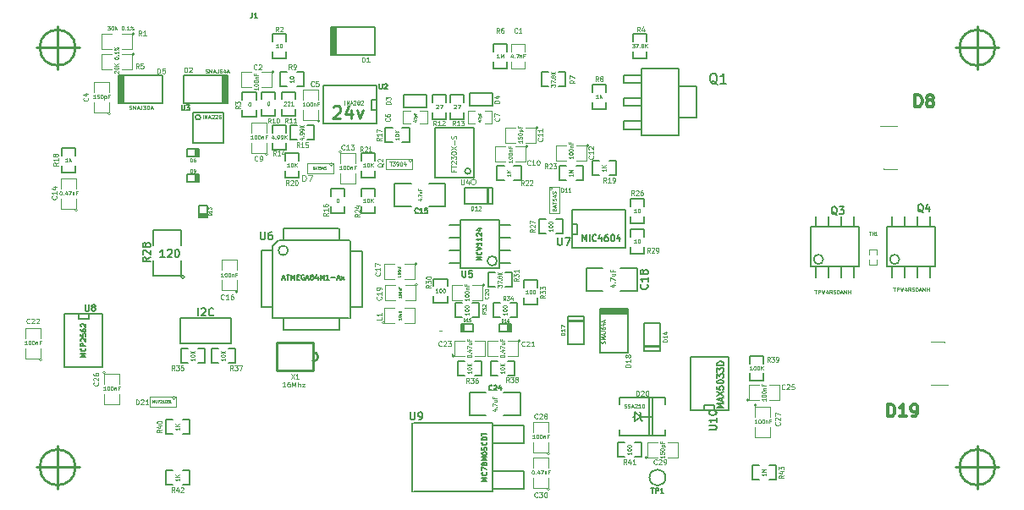
<source format=gto>
G04 (created by PCBNEW (2013-07-07 BZR 4022)-stable) date 2/4/2017 6:27:51 AM*
%MOIN*%
G04 Gerber Fmt 3.4, Leading zero omitted, Abs format*
%FSLAX34Y34*%
G01*
G70*
G90*
G04 APERTURE LIST*
%ADD10C,0.00590551*%
%ADD11C,0.01*%
%ADD12C,0.00393701*%
%ADD13C,0.00984252*%
%ADD14C,0.005*%
%ADD15C,0.0031*%
%ADD16C,0.0039*%
%ADD17C,0.0047*%
%ADD18C,0.006*%
%ADD19C,0.00472441*%
%ADD20C,0.008*%
%ADD21C,0.0028*%
%ADD22C,0.0079*%
%ADD23C,0.0025*%
%ADD24C,0.00375*%
%ADD25C,0.0043*%
%ADD26C,0.0045*%
%ADD27C,0.0075*%
%ADD28C,0.00295276*%
%ADD29C,0.011811*%
%ADD30C,0.0059*%
G04 APERTURE END LIST*
G54D10*
G54D11*
X43928Y-23610D02*
X43952Y-23586D01*
X44000Y-23562D01*
X44119Y-23562D01*
X44166Y-23586D01*
X44190Y-23610D01*
X44214Y-23657D01*
X44214Y-23705D01*
X44190Y-23776D01*
X43904Y-24062D01*
X44214Y-24062D01*
X44642Y-23729D02*
X44642Y-24062D01*
X44523Y-23538D02*
X44404Y-23895D01*
X44714Y-23895D01*
X44857Y-23729D02*
X44976Y-24062D01*
X45095Y-23729D01*
G54D12*
X49561Y-26550D02*
G75*
G03X49561Y-26550I-111J0D01*
G74*
G01*
X48100Y-32400D02*
X48200Y-32400D01*
X48600Y-33400D02*
X48600Y-33300D01*
G54D13*
X43128Y-33597D02*
G75*
G03X43325Y-33479I39J157D01*
G74*
G01*
X43325Y-33440D02*
G75*
G03X43128Y-33243I-196J0D01*
G74*
G01*
X43128Y-33991D02*
X41711Y-33991D01*
X41711Y-33991D02*
X41711Y-32888D01*
X41711Y-32888D02*
X43128Y-32888D01*
X43128Y-32888D02*
X43128Y-33991D01*
G54D14*
X58235Y-22790D02*
X58235Y-24010D01*
X58235Y-24010D02*
X57530Y-24010D01*
X58235Y-22790D02*
X57530Y-22790D01*
X55365Y-24145D02*
X55365Y-24465D01*
X55365Y-24465D02*
X56070Y-24465D01*
X55365Y-24145D02*
X56070Y-24145D01*
X55365Y-23240D02*
X56070Y-23240D01*
X55365Y-23560D02*
X56070Y-23560D01*
X55365Y-23240D02*
X55365Y-23560D01*
X55365Y-22335D02*
X55365Y-22655D01*
X55365Y-22655D02*
X56070Y-22655D01*
X55365Y-22335D02*
X56070Y-22335D01*
X56070Y-24720D02*
X56070Y-22080D01*
X56070Y-22080D02*
X57530Y-22080D01*
X57530Y-22080D02*
X57530Y-24720D01*
X57530Y-24720D02*
X56070Y-24720D01*
G54D11*
X69291Y-36945D02*
X69291Y-38645D01*
X68441Y-37795D02*
X70141Y-37795D01*
X69991Y-37795D02*
G75*
G03X69991Y-37795I-700J0D01*
G74*
G01*
G54D15*
X37725Y-35062D02*
G75*
G03X37725Y-35062I-62J0D01*
G74*
G01*
X36700Y-35400D02*
X36700Y-35000D01*
X37725Y-35400D02*
X37725Y-35000D01*
X36700Y-35000D02*
X37725Y-35000D01*
X37725Y-35400D02*
X36700Y-35400D01*
X47025Y-25712D02*
G75*
G03X47025Y-25712I-62J0D01*
G74*
G01*
X46000Y-26050D02*
X46000Y-25650D01*
X47025Y-26050D02*
X47025Y-25650D01*
X46000Y-25650D02*
X47025Y-25650D01*
X47025Y-26050D02*
X46000Y-26050D01*
X43925Y-25862D02*
G75*
G03X43925Y-25862I-62J0D01*
G74*
G01*
X42900Y-26200D02*
X42900Y-25800D01*
X43925Y-26200D02*
X43925Y-25800D01*
X42900Y-25800D02*
X43925Y-25800D01*
X43925Y-26200D02*
X42900Y-26200D01*
G54D16*
X51600Y-25150D02*
G75*
G03X51600Y-25150I-50J0D01*
G74*
G01*
X51100Y-25150D02*
X51500Y-25150D01*
X51500Y-25150D02*
X51500Y-25750D01*
X51500Y-25750D02*
X51100Y-25750D01*
X50700Y-25750D02*
X50300Y-25750D01*
X50300Y-25750D02*
X50300Y-25150D01*
X50300Y-25150D02*
X50700Y-25150D01*
X32450Y-33550D02*
G75*
G03X32450Y-33550I-50J0D01*
G74*
G01*
X32400Y-33100D02*
X32400Y-33500D01*
X32400Y-33500D02*
X31800Y-33500D01*
X31800Y-33500D02*
X31800Y-33100D01*
X31800Y-32700D02*
X31800Y-32300D01*
X31800Y-32300D02*
X32400Y-32300D01*
X32400Y-32300D02*
X32400Y-32700D01*
X44250Y-25350D02*
G75*
G03X44250Y-25350I-50J0D01*
G74*
G01*
X44200Y-25800D02*
X44200Y-25400D01*
X44200Y-25400D02*
X44800Y-25400D01*
X44800Y-25400D02*
X44800Y-25800D01*
X44800Y-26200D02*
X44800Y-26600D01*
X44800Y-26600D02*
X44200Y-26600D01*
X44200Y-26600D02*
X44200Y-26200D01*
X47240Y-29780D02*
G75*
G03X47240Y-29780I-50J0D01*
G74*
G01*
X46740Y-29780D02*
X47140Y-29780D01*
X47140Y-29780D02*
X47140Y-30380D01*
X47140Y-30380D02*
X46740Y-30380D01*
X46340Y-30380D02*
X45940Y-30380D01*
X45940Y-30380D02*
X45940Y-29780D01*
X45940Y-29780D02*
X46340Y-29780D01*
X47260Y-30600D02*
G75*
G03X47260Y-30600I-50J0D01*
G74*
G01*
X46760Y-30600D02*
X47160Y-30600D01*
X47160Y-30600D02*
X47160Y-31200D01*
X47160Y-31200D02*
X46760Y-31200D01*
X46360Y-31200D02*
X45960Y-31200D01*
X45960Y-31200D02*
X45960Y-30600D01*
X45960Y-30600D02*
X46360Y-30600D01*
X40175Y-30875D02*
G75*
G03X40175Y-30875I-50J0D01*
G74*
G01*
X40125Y-30425D02*
X40125Y-30825D01*
X40125Y-30825D02*
X39525Y-30825D01*
X39525Y-30825D02*
X39525Y-30425D01*
X39525Y-30025D02*
X39525Y-29625D01*
X39525Y-29625D02*
X40125Y-29625D01*
X40125Y-29625D02*
X40125Y-30025D01*
G54D11*
X69291Y-20409D02*
X69291Y-22109D01*
X68441Y-21259D02*
X70141Y-21259D01*
X69991Y-21259D02*
G75*
G03X69991Y-21259I-700J0D01*
G74*
G01*
X33070Y-36945D02*
X33070Y-38645D01*
X32220Y-37795D02*
X33920Y-37795D01*
X33770Y-37795D02*
G75*
G03X33770Y-37795I-700J0D01*
G74*
G01*
G54D17*
X47347Y-24256D02*
X47622Y-24256D01*
X46953Y-24256D02*
X46678Y-24256D01*
X47347Y-23744D02*
X47622Y-23744D01*
X46678Y-23744D02*
X46953Y-23744D01*
X47622Y-23750D02*
X47622Y-24250D01*
X46678Y-24250D02*
X46678Y-23750D01*
X49503Y-23744D02*
X49228Y-23744D01*
X49897Y-23744D02*
X50172Y-23744D01*
X49503Y-24256D02*
X49228Y-24256D01*
X50172Y-24256D02*
X49897Y-24256D01*
X49228Y-24250D02*
X49228Y-23750D01*
X50172Y-23750D02*
X50172Y-24250D01*
G54D16*
X33850Y-27650D02*
G75*
G03X33850Y-27650I-50J0D01*
G74*
G01*
X33800Y-27200D02*
X33800Y-27600D01*
X33800Y-27600D02*
X33200Y-27600D01*
X33200Y-27600D02*
X33200Y-27200D01*
X33200Y-26800D02*
X33200Y-26400D01*
X33200Y-26400D02*
X33800Y-26400D01*
X33800Y-26400D02*
X33800Y-26800D01*
G54D14*
X33400Y-31750D02*
X33350Y-31750D01*
X33350Y-31750D02*
X33350Y-33850D01*
X34850Y-33850D02*
X34850Y-31750D01*
X34850Y-31750D02*
X33400Y-31750D01*
X34300Y-31750D02*
X34300Y-31950D01*
X34300Y-31950D02*
X33900Y-31950D01*
X33900Y-31950D02*
X33900Y-31750D01*
X34850Y-33850D02*
X33350Y-33850D01*
G54D18*
X45055Y-31465D02*
X44605Y-31465D01*
X45055Y-29285D02*
X44615Y-29285D01*
X45055Y-31465D02*
X45055Y-29285D01*
X44175Y-31935D02*
X44175Y-32365D01*
X41965Y-31945D02*
X41965Y-32365D01*
X41955Y-32365D02*
X44175Y-32375D01*
X41975Y-28395D02*
X44145Y-28385D01*
X41545Y-29085D02*
X41545Y-31915D01*
X44155Y-28395D02*
X44155Y-28805D01*
X41795Y-28845D02*
X44575Y-28845D01*
X44595Y-31925D02*
X44595Y-28885D01*
X41545Y-31925D02*
X44545Y-31925D01*
X41095Y-29255D02*
X41095Y-31475D01*
X41095Y-31475D02*
X41545Y-31475D01*
X41549Y-29075D02*
X41779Y-28845D01*
X41097Y-29255D02*
X41549Y-29255D01*
X41975Y-28845D02*
X41975Y-28393D01*
X42145Y-29249D02*
G75*
G03X42145Y-29249I-188J0D01*
G74*
G01*
G54D16*
X60600Y-35350D02*
G75*
G03X60600Y-35350I-50J0D01*
G74*
G01*
X60550Y-35800D02*
X60550Y-35400D01*
X60550Y-35400D02*
X61150Y-35400D01*
X61150Y-35400D02*
X61150Y-35800D01*
X61150Y-36200D02*
X61150Y-36600D01*
X61150Y-36600D02*
X60550Y-36600D01*
X60550Y-36600D02*
X60550Y-36200D01*
X45950Y-32100D02*
G75*
G03X45950Y-32100I-50J0D01*
G74*
G01*
X46350Y-32100D02*
X45950Y-32100D01*
X45950Y-32100D02*
X45950Y-31500D01*
X45950Y-31500D02*
X46350Y-31500D01*
X46750Y-31500D02*
X47150Y-31500D01*
X47150Y-31500D02*
X47150Y-32100D01*
X47150Y-32100D02*
X46750Y-32100D01*
X48700Y-33400D02*
G75*
G03X48700Y-33400I-50J0D01*
G74*
G01*
X49100Y-33400D02*
X48700Y-33400D01*
X48700Y-33400D02*
X48700Y-32800D01*
X48700Y-32800D02*
X49100Y-32800D01*
X49500Y-32800D02*
X49900Y-32800D01*
X49900Y-32800D02*
X49900Y-33400D01*
X49900Y-33400D02*
X49500Y-33400D01*
X41600Y-22200D02*
G75*
G03X41600Y-22200I-50J0D01*
G74*
G01*
X41100Y-22200D02*
X41500Y-22200D01*
X41500Y-22200D02*
X41500Y-22800D01*
X41500Y-22800D02*
X41100Y-22800D01*
X40700Y-22800D02*
X40300Y-22800D01*
X40300Y-22800D02*
X40300Y-22200D01*
X40300Y-22200D02*
X40700Y-22200D01*
G54D11*
X33070Y-20409D02*
X33070Y-22109D01*
X32220Y-21259D02*
X33920Y-21259D01*
X33770Y-21259D02*
G75*
G03X33770Y-21259I-700J0D01*
G74*
G01*
G54D14*
X49475Y-26375D02*
X49475Y-24425D01*
X49475Y-24425D02*
X47925Y-24425D01*
X47925Y-24425D02*
X47925Y-26375D01*
X47925Y-26375D02*
X49475Y-26375D01*
X49336Y-26125D02*
G75*
G03X49336Y-26125I-111J0D01*
G74*
G01*
X50200Y-23550D02*
X49300Y-23550D01*
X49300Y-23550D02*
X49300Y-23050D01*
X49300Y-23050D02*
X50200Y-23050D01*
X50200Y-23050D02*
X50200Y-23550D01*
X46700Y-23100D02*
X47600Y-23100D01*
X47600Y-23100D02*
X47600Y-23600D01*
X47600Y-23600D02*
X46700Y-23600D01*
X46700Y-23600D02*
X46700Y-23100D01*
X46350Y-26600D02*
X46350Y-27500D01*
X46350Y-27500D02*
X47000Y-27500D01*
X47700Y-26600D02*
X48350Y-26600D01*
X48350Y-26600D02*
X48350Y-27500D01*
X48350Y-27500D02*
X47700Y-27500D01*
X47000Y-26600D02*
X46350Y-26600D01*
G54D16*
X52450Y-37250D02*
G75*
G03X52450Y-37250I-50J0D01*
G74*
G01*
X52400Y-36800D02*
X52400Y-37200D01*
X52400Y-37200D02*
X51800Y-37200D01*
X51800Y-37200D02*
X51800Y-36800D01*
X51800Y-36400D02*
X51800Y-36000D01*
X51800Y-36000D02*
X52400Y-36000D01*
X52400Y-36000D02*
X52400Y-36400D01*
G54D15*
X52574Y-26817D02*
G75*
G03X52574Y-26817I-62J0D01*
G74*
G01*
X52850Y-27780D02*
X52450Y-27780D01*
X52850Y-26755D02*
X52450Y-26755D01*
X52450Y-27780D02*
X52450Y-26755D01*
X52850Y-26755D02*
X52850Y-27780D01*
G54D16*
X54000Y-25100D02*
G75*
G03X54000Y-25100I-50J0D01*
G74*
G01*
X53500Y-25100D02*
X53900Y-25100D01*
X53900Y-25100D02*
X53900Y-25700D01*
X53900Y-25700D02*
X53500Y-25700D01*
X53100Y-25700D02*
X52700Y-25700D01*
X52700Y-25700D02*
X52700Y-25100D01*
X52700Y-25100D02*
X53100Y-25100D01*
X52000Y-24400D02*
G75*
G03X52000Y-24400I-50J0D01*
G74*
G01*
X51500Y-24400D02*
X51900Y-24400D01*
X51900Y-24400D02*
X51900Y-25000D01*
X51900Y-25000D02*
X51500Y-25000D01*
X51100Y-25000D02*
X50700Y-25000D01*
X50700Y-25000D02*
X50700Y-24400D01*
X50700Y-24400D02*
X51100Y-24400D01*
X49900Y-30600D02*
G75*
G03X49900Y-30600I-50J0D01*
G74*
G01*
X49400Y-30600D02*
X49800Y-30600D01*
X49800Y-30600D02*
X49800Y-31200D01*
X49800Y-31200D02*
X49400Y-31200D01*
X49000Y-31200D02*
X48600Y-31200D01*
X48600Y-31200D02*
X48600Y-30600D01*
X48600Y-30600D02*
X49000Y-30600D01*
X35150Y-23850D02*
G75*
G03X35150Y-23850I-50J0D01*
G74*
G01*
X35100Y-23400D02*
X35100Y-23800D01*
X35100Y-23800D02*
X34500Y-23800D01*
X34500Y-23800D02*
X34500Y-23400D01*
X34500Y-23000D02*
X34500Y-22600D01*
X34500Y-22600D02*
X35100Y-22600D01*
X35100Y-22600D02*
X35100Y-23000D01*
G54D14*
X55900Y-30850D02*
X55900Y-29950D01*
X55900Y-29950D02*
X55250Y-29950D01*
X54550Y-30850D02*
X53900Y-30850D01*
X53900Y-30850D02*
X53900Y-29950D01*
X53900Y-29950D02*
X54550Y-29950D01*
X55250Y-30850D02*
X55900Y-30850D01*
G54D16*
X60300Y-35150D02*
G75*
G03X60300Y-35150I-50J0D01*
G74*
G01*
X60700Y-35150D02*
X60300Y-35150D01*
X60300Y-35150D02*
X60300Y-34550D01*
X60300Y-34550D02*
X60700Y-34550D01*
X61100Y-34550D02*
X61500Y-34550D01*
X61500Y-34550D02*
X61500Y-35150D01*
X61500Y-35150D02*
X61100Y-35150D01*
G54D19*
X67462Y-32853D02*
X67994Y-32853D01*
X67994Y-32853D02*
X67994Y-32892D01*
X68132Y-34546D02*
X67462Y-34546D01*
X66137Y-26046D02*
X65605Y-26046D01*
X65605Y-26046D02*
X65605Y-26007D01*
X65467Y-24353D02*
X66137Y-24353D01*
G54D14*
X55800Y-35800D02*
X55720Y-35800D01*
X55200Y-35050D02*
X57000Y-35050D01*
X57000Y-35050D02*
X57000Y-35300D01*
X56360Y-36550D02*
X56360Y-35050D01*
X56490Y-36550D02*
X56490Y-35050D01*
X55200Y-36300D02*
X55200Y-36550D01*
X55200Y-36550D02*
X57000Y-36550D01*
X57000Y-36550D02*
X57000Y-36300D01*
X55200Y-35300D02*
X55200Y-35050D01*
X56050Y-35800D02*
X55800Y-35613D01*
X55800Y-35613D02*
X55800Y-35800D01*
X55800Y-35800D02*
X55800Y-35987D01*
X55800Y-35987D02*
X56050Y-35800D01*
X56050Y-35800D02*
X56050Y-35675D01*
X56050Y-35675D02*
X55988Y-35613D01*
X56050Y-35800D02*
X56050Y-35925D01*
X56050Y-35925D02*
X56112Y-35987D01*
X56050Y-35800D02*
X56487Y-35800D01*
X46647Y-24975D02*
X46925Y-24975D01*
X46925Y-24975D02*
X46925Y-24425D01*
X46925Y-24425D02*
X46647Y-24425D01*
X45975Y-24975D02*
X46253Y-24975D01*
X45975Y-24975D02*
X45975Y-24425D01*
X45975Y-24425D02*
X46253Y-24425D01*
X42575Y-25703D02*
X42575Y-25425D01*
X42575Y-25425D02*
X42025Y-25425D01*
X42025Y-25425D02*
X42025Y-25703D01*
X42575Y-26375D02*
X42575Y-26097D01*
X42575Y-26375D02*
X42025Y-26375D01*
X42025Y-26375D02*
X42025Y-26097D01*
X49075Y-23403D02*
X49075Y-23125D01*
X49075Y-23125D02*
X48525Y-23125D01*
X48525Y-23125D02*
X48525Y-23403D01*
X49075Y-24075D02*
X49075Y-23797D01*
X49075Y-24075D02*
X48525Y-24075D01*
X48525Y-24075D02*
X48525Y-23797D01*
X48375Y-23403D02*
X48375Y-23125D01*
X48375Y-23125D02*
X47825Y-23125D01*
X47825Y-23125D02*
X47825Y-23403D01*
X48375Y-24075D02*
X48375Y-23797D01*
X48375Y-24075D02*
X47825Y-24075D01*
X47825Y-24075D02*
X47825Y-23797D01*
X33225Y-25897D02*
X33225Y-26175D01*
X33225Y-26175D02*
X33775Y-26175D01*
X33775Y-26175D02*
X33775Y-25897D01*
X33225Y-25225D02*
X33225Y-25503D01*
X33225Y-25225D02*
X33775Y-25225D01*
X33775Y-25225D02*
X33775Y-25503D01*
X42497Y-22775D02*
X42775Y-22775D01*
X42775Y-22775D02*
X42775Y-22225D01*
X42775Y-22225D02*
X42497Y-22225D01*
X41825Y-22775D02*
X42103Y-22775D01*
X41825Y-22775D02*
X41825Y-22225D01*
X41825Y-22225D02*
X42103Y-22225D01*
X45025Y-26097D02*
X45025Y-26375D01*
X45025Y-26375D02*
X45575Y-26375D01*
X45575Y-26375D02*
X45575Y-26097D01*
X45025Y-25425D02*
X45025Y-25703D01*
X45025Y-25425D02*
X45575Y-25425D01*
X45575Y-25425D02*
X45575Y-25703D01*
X37997Y-38475D02*
X38275Y-38475D01*
X38275Y-38475D02*
X38275Y-37925D01*
X38275Y-37925D02*
X37997Y-37925D01*
X37325Y-38475D02*
X37603Y-38475D01*
X37325Y-38475D02*
X37325Y-37925D01*
X37325Y-37925D02*
X37603Y-37925D01*
X61097Y-38275D02*
X61375Y-38275D01*
X61375Y-38275D02*
X61375Y-37725D01*
X61375Y-37725D02*
X61097Y-37725D01*
X60425Y-38275D02*
X60703Y-38275D01*
X60425Y-38275D02*
X60425Y-37725D01*
X60425Y-37725D02*
X60703Y-37725D01*
X49003Y-31325D02*
X48725Y-31325D01*
X48725Y-31325D02*
X48725Y-31875D01*
X48725Y-31875D02*
X49003Y-31875D01*
X49675Y-31325D02*
X49397Y-31325D01*
X49675Y-31325D02*
X49675Y-31875D01*
X49675Y-31875D02*
X49397Y-31875D01*
X49497Y-34175D02*
X49775Y-34175D01*
X49775Y-34175D02*
X49775Y-33625D01*
X49775Y-33625D02*
X49497Y-33625D01*
X48825Y-34175D02*
X49103Y-34175D01*
X48825Y-34175D02*
X48825Y-33625D01*
X48825Y-33625D02*
X49103Y-33625D01*
X60327Y-34096D02*
X60327Y-34374D01*
X60327Y-34374D02*
X60877Y-34374D01*
X60877Y-34374D02*
X60877Y-34096D01*
X60327Y-33424D02*
X60327Y-33702D01*
X60327Y-33424D02*
X60877Y-33424D01*
X60877Y-33424D02*
X60877Y-33702D01*
X52697Y-28575D02*
X52975Y-28575D01*
X52975Y-28575D02*
X52975Y-28025D01*
X52975Y-28025D02*
X52697Y-28025D01*
X52025Y-28575D02*
X52303Y-28575D01*
X52025Y-28575D02*
X52025Y-28025D01*
X52025Y-28025D02*
X52303Y-28025D01*
X53103Y-25925D02*
X52825Y-25925D01*
X52825Y-25925D02*
X52825Y-26475D01*
X52825Y-26475D02*
X53103Y-26475D01*
X53775Y-25925D02*
X53497Y-25925D01*
X53775Y-25925D02*
X53775Y-26475D01*
X53775Y-26475D02*
X53497Y-26475D01*
X55725Y-21397D02*
X55725Y-21675D01*
X55725Y-21675D02*
X56275Y-21675D01*
X56275Y-21675D02*
X56275Y-21397D01*
X55725Y-20725D02*
X55725Y-21003D01*
X55725Y-20725D02*
X56275Y-20725D01*
X56275Y-20725D02*
X56275Y-21003D01*
X54125Y-23397D02*
X54125Y-23675D01*
X54125Y-23675D02*
X54675Y-23675D01*
X54675Y-23675D02*
X54675Y-23397D01*
X54125Y-22725D02*
X54125Y-23003D01*
X54125Y-22725D02*
X54675Y-22725D01*
X54675Y-22725D02*
X54675Y-23003D01*
X56175Y-27503D02*
X56175Y-27225D01*
X56175Y-27225D02*
X55625Y-27225D01*
X55625Y-27225D02*
X55625Y-27503D01*
X56175Y-28175D02*
X56175Y-27897D01*
X56175Y-28175D02*
X55625Y-28175D01*
X55625Y-28175D02*
X55625Y-27897D01*
X55625Y-29097D02*
X55625Y-29375D01*
X55625Y-29375D02*
X56175Y-29375D01*
X56175Y-29375D02*
X56175Y-29097D01*
X55625Y-28425D02*
X55625Y-28703D01*
X55625Y-28425D02*
X56175Y-28425D01*
X56175Y-28425D02*
X56175Y-28703D01*
X47875Y-31047D02*
X47875Y-31325D01*
X47875Y-31325D02*
X48425Y-31325D01*
X48425Y-31325D02*
X48425Y-31047D01*
X47875Y-30375D02*
X47875Y-30653D01*
X47875Y-30375D02*
X48425Y-30375D01*
X48425Y-30375D02*
X48425Y-30653D01*
X45575Y-27103D02*
X45575Y-26825D01*
X45575Y-26825D02*
X45025Y-26825D01*
X45025Y-26825D02*
X45025Y-27103D01*
X45575Y-27775D02*
X45575Y-27497D01*
X45575Y-27775D02*
X45025Y-27775D01*
X45025Y-27775D02*
X45025Y-27497D01*
X51047Y-26475D02*
X51325Y-26475D01*
X51325Y-26475D02*
X51325Y-25925D01*
X51325Y-25925D02*
X51047Y-25925D01*
X50375Y-26475D02*
X50653Y-26475D01*
X50375Y-26475D02*
X50375Y-25925D01*
X50375Y-25925D02*
X50653Y-25925D01*
X59450Y-35550D02*
X59500Y-35550D01*
X59500Y-35550D02*
X59500Y-33450D01*
X58000Y-33450D02*
X58000Y-35550D01*
X58000Y-35550D02*
X59450Y-35550D01*
X58550Y-35550D02*
X58550Y-35350D01*
X58550Y-35350D02*
X58950Y-35350D01*
X58950Y-35350D02*
X58950Y-35550D01*
X58000Y-33450D02*
X59500Y-33450D01*
G54D16*
X41350Y-25450D02*
G75*
G03X41350Y-25450I-50J0D01*
G74*
G01*
X41300Y-25000D02*
X41300Y-25400D01*
X41300Y-25400D02*
X40700Y-25400D01*
X40700Y-25400D02*
X40700Y-25000D01*
X40700Y-24600D02*
X40700Y-24200D01*
X40700Y-24200D02*
X41300Y-24200D01*
X41300Y-24200D02*
X41300Y-24600D01*
G54D14*
X38597Y-33675D02*
X38875Y-33675D01*
X38875Y-33675D02*
X38875Y-33125D01*
X38875Y-33125D02*
X38597Y-33125D01*
X37925Y-33675D02*
X38203Y-33675D01*
X37925Y-33675D02*
X37925Y-33125D01*
X37925Y-33125D02*
X38203Y-33125D01*
X42075Y-21003D02*
X42075Y-20725D01*
X42075Y-20725D02*
X41525Y-20725D01*
X41525Y-20725D02*
X41525Y-21003D01*
X42075Y-21675D02*
X42075Y-21397D01*
X42075Y-21675D02*
X41525Y-21675D01*
X41525Y-21675D02*
X41525Y-21397D01*
X57016Y-38200D02*
G75*
G03X57016Y-38200I-316J0D01*
G74*
G01*
X53350Y-29100D02*
X53350Y-29150D01*
X53350Y-29150D02*
X55450Y-29150D01*
X55450Y-27650D02*
X53350Y-27650D01*
X53350Y-27650D02*
X53350Y-29100D01*
X53350Y-28200D02*
X53550Y-28200D01*
X53550Y-28200D02*
X53550Y-28600D01*
X53550Y-28600D02*
X53350Y-28600D01*
X55450Y-27650D02*
X55450Y-29150D01*
X45650Y-22800D02*
X45650Y-22750D01*
X45650Y-22750D02*
X43550Y-22750D01*
X43550Y-24250D02*
X45650Y-24250D01*
X45650Y-24250D02*
X45650Y-22800D01*
X45650Y-23700D02*
X45450Y-23700D01*
X45450Y-23700D02*
X45450Y-23300D01*
X45450Y-23300D02*
X45650Y-23300D01*
X43550Y-24250D02*
X43550Y-22750D01*
X39403Y-33125D02*
X39125Y-33125D01*
X39125Y-33125D02*
X39125Y-33675D01*
X39125Y-33675D02*
X39403Y-33675D01*
X40075Y-33125D02*
X39797Y-33125D01*
X40075Y-33125D02*
X40075Y-33675D01*
X40075Y-33675D02*
X39797Y-33675D01*
G54D20*
X38700Y-24000D02*
G75*
G03X38700Y-24000I-100J0D01*
G74*
G01*
X38400Y-25000D02*
X38400Y-23800D01*
X38400Y-23800D02*
X39600Y-23800D01*
X39600Y-23800D02*
X39600Y-25000D01*
X39600Y-25000D02*
X38400Y-25000D01*
G54D14*
X41900Y-23672D02*
X41900Y-23950D01*
X41900Y-23950D02*
X42450Y-23950D01*
X42450Y-23950D02*
X42450Y-23672D01*
X41900Y-23000D02*
X41900Y-23278D01*
X41900Y-23000D02*
X42450Y-23000D01*
X42450Y-23000D02*
X42450Y-23278D01*
X42897Y-24875D02*
X43175Y-24875D01*
X43175Y-24875D02*
X43175Y-24325D01*
X43175Y-24325D02*
X42897Y-24325D01*
X42225Y-24875D02*
X42503Y-24875D01*
X42225Y-24875D02*
X42225Y-24325D01*
X42225Y-24325D02*
X42503Y-24325D01*
X41525Y-24997D02*
X41525Y-25275D01*
X41525Y-25275D02*
X42075Y-25275D01*
X42075Y-25275D02*
X42075Y-24997D01*
X41525Y-24325D02*
X41525Y-24603D01*
X41525Y-24325D02*
X42075Y-24325D01*
X42075Y-24325D02*
X42075Y-24603D01*
G54D16*
X36100Y-20700D02*
G75*
G03X36100Y-20700I-50J0D01*
G74*
G01*
X35600Y-20700D02*
X36000Y-20700D01*
X36000Y-20700D02*
X36000Y-21300D01*
X36000Y-21300D02*
X35600Y-21300D01*
X35200Y-21300D02*
X34800Y-21300D01*
X34800Y-21300D02*
X34800Y-20700D01*
X34800Y-20700D02*
X35200Y-20700D01*
X36100Y-21500D02*
G75*
G03X36100Y-21500I-50J0D01*
G74*
G01*
X35600Y-21500D02*
X36000Y-21500D01*
X36000Y-21500D02*
X36000Y-22100D01*
X36000Y-22100D02*
X35600Y-22100D01*
X35200Y-22100D02*
X34800Y-22100D01*
X34800Y-22100D02*
X34800Y-21500D01*
X34800Y-21500D02*
X35200Y-21500D01*
G54D18*
X37900Y-32900D02*
X37900Y-31900D01*
X37900Y-31900D02*
X39900Y-31900D01*
X39900Y-31900D02*
X39900Y-32900D01*
X39900Y-32900D02*
X37900Y-32900D01*
G54D16*
X51300Y-32800D02*
G75*
G03X51300Y-32800I-50J0D01*
G74*
G01*
X50800Y-32800D02*
X51200Y-32800D01*
X51200Y-32800D02*
X51200Y-33400D01*
X51200Y-33400D02*
X50800Y-33400D01*
X50400Y-33400D02*
X50000Y-33400D01*
X50000Y-33400D02*
X50000Y-32800D01*
X50000Y-32800D02*
X50400Y-32800D01*
G54D14*
X50403Y-33625D02*
X50125Y-33625D01*
X50125Y-33625D02*
X50125Y-34175D01*
X50125Y-34175D02*
X50403Y-34175D01*
X51075Y-33625D02*
X50797Y-33625D01*
X51075Y-33625D02*
X51075Y-34175D01*
X51075Y-34175D02*
X50797Y-34175D01*
X50897Y-31875D02*
X51175Y-31875D01*
X51175Y-31875D02*
X51175Y-31325D01*
X51175Y-31325D02*
X50897Y-31325D01*
X50225Y-31875D02*
X50503Y-31875D01*
X50225Y-31875D02*
X50225Y-31325D01*
X50225Y-31325D02*
X50503Y-31325D01*
X37997Y-36475D02*
X38275Y-36475D01*
X38275Y-36475D02*
X38275Y-35925D01*
X38275Y-35925D02*
X37997Y-35925D01*
X37325Y-36475D02*
X37603Y-36475D01*
X37325Y-36475D02*
X37325Y-35925D01*
X37325Y-35925D02*
X37603Y-35925D01*
X51425Y-31097D02*
X51425Y-31375D01*
X51425Y-31375D02*
X51975Y-31375D01*
X51975Y-31375D02*
X51975Y-31097D01*
X51425Y-30425D02*
X51425Y-30703D01*
X51425Y-30425D02*
X51975Y-30425D01*
X51975Y-30425D02*
X51975Y-30703D01*
G54D16*
X43400Y-24150D02*
G75*
G03X43400Y-24150I-50J0D01*
G74*
G01*
X43350Y-23700D02*
X43350Y-24100D01*
X43350Y-24100D02*
X42750Y-24100D01*
X42750Y-24100D02*
X42750Y-23700D01*
X42750Y-23300D02*
X42750Y-22900D01*
X42750Y-22900D02*
X43350Y-22900D01*
X43350Y-22900D02*
X43350Y-23300D01*
G54D14*
X50303Y-30125D02*
X50025Y-30125D01*
X50025Y-30125D02*
X50025Y-30675D01*
X50025Y-30675D02*
X50303Y-30675D01*
X50975Y-30125D02*
X50697Y-30125D01*
X50975Y-30125D02*
X50975Y-30675D01*
X50975Y-30675D02*
X50697Y-30675D01*
X48920Y-29950D02*
X50480Y-29950D01*
X50480Y-29950D02*
X50480Y-28050D01*
X50480Y-28050D02*
X48920Y-28050D01*
X48920Y-28050D02*
X48920Y-29950D01*
X48920Y-29750D02*
X48490Y-29750D01*
X48920Y-29250D02*
X48490Y-29250D01*
X48920Y-28750D02*
X48490Y-28750D01*
X48490Y-28250D02*
X48920Y-28250D01*
X50480Y-28250D02*
X50910Y-28250D01*
X50910Y-28750D02*
X50480Y-28750D01*
X50910Y-29250D02*
X50480Y-29250D01*
X50910Y-29750D02*
X50480Y-29750D01*
X50376Y-29660D02*
G75*
G03X50376Y-29660I-186J0D01*
G74*
G01*
X52797Y-22775D02*
X53075Y-22775D01*
X53075Y-22775D02*
X53075Y-22225D01*
X53075Y-22225D02*
X52797Y-22225D01*
X52125Y-22775D02*
X52403Y-22775D01*
X52125Y-22775D02*
X52125Y-22225D01*
X52125Y-22225D02*
X52403Y-22225D01*
X43873Y-20449D02*
X43873Y-21551D01*
X43913Y-21551D02*
X43913Y-20449D01*
X43952Y-20449D02*
X43952Y-21551D01*
X43991Y-21551D02*
X43991Y-20449D01*
X44031Y-21551D02*
X44031Y-20449D01*
X43834Y-21551D02*
X45566Y-21551D01*
X45566Y-21551D02*
X45566Y-20449D01*
X45566Y-20449D02*
X43834Y-20449D01*
X43834Y-20449D02*
X43834Y-21551D01*
X39727Y-23451D02*
X39727Y-22349D01*
X39687Y-22349D02*
X39687Y-23451D01*
X39648Y-23451D02*
X39648Y-22349D01*
X39609Y-22349D02*
X39609Y-23451D01*
X39569Y-22349D02*
X39569Y-23451D01*
X39766Y-22349D02*
X38034Y-22349D01*
X38034Y-22349D02*
X38034Y-23451D01*
X38034Y-23451D02*
X39766Y-23451D01*
X39766Y-23451D02*
X39766Y-22349D01*
X55551Y-31573D02*
X54449Y-31573D01*
X54449Y-31613D02*
X55551Y-31613D01*
X55551Y-31652D02*
X54449Y-31652D01*
X54449Y-31691D02*
X55551Y-31691D01*
X54449Y-31731D02*
X55551Y-31731D01*
X54449Y-31534D02*
X54449Y-33266D01*
X54449Y-33266D02*
X55551Y-33266D01*
X55551Y-33266D02*
X55551Y-31534D01*
X55551Y-31534D02*
X54449Y-31534D01*
X35523Y-22349D02*
X35523Y-23451D01*
X35563Y-23451D02*
X35563Y-22349D01*
X35602Y-22349D02*
X35602Y-23451D01*
X35641Y-23451D02*
X35641Y-22349D01*
X35681Y-23451D02*
X35681Y-22349D01*
X35484Y-23451D02*
X37216Y-23451D01*
X37216Y-23451D02*
X37216Y-22349D01*
X37216Y-22349D02*
X35484Y-22349D01*
X35484Y-22349D02*
X35484Y-23451D01*
X38070Y-30300D02*
G75*
G03X38070Y-30300I-70J0D01*
G74*
G01*
X36850Y-29650D02*
X36850Y-30250D01*
X36850Y-30250D02*
X37950Y-30250D01*
X37950Y-30250D02*
X37950Y-29650D01*
X37950Y-29050D02*
X37950Y-28450D01*
X37950Y-28450D02*
X36850Y-28450D01*
X36850Y-28450D02*
X36850Y-29050D01*
G54D16*
X34950Y-34050D02*
G75*
G03X34950Y-34050I-50J0D01*
G74*
G01*
X34900Y-34500D02*
X34900Y-34100D01*
X34900Y-34100D02*
X35500Y-34100D01*
X35500Y-34100D02*
X35500Y-34500D01*
X35500Y-34900D02*
X35500Y-35300D01*
X35500Y-35300D02*
X34900Y-35300D01*
X34900Y-35300D02*
X34900Y-34900D01*
X52450Y-38650D02*
G75*
G03X52450Y-38650I-50J0D01*
G74*
G01*
X52400Y-38200D02*
X52400Y-38600D01*
X52400Y-38600D02*
X51800Y-38600D01*
X51800Y-38600D02*
X51800Y-38200D01*
X51800Y-37800D02*
X51800Y-37400D01*
X51800Y-37400D02*
X52400Y-37400D01*
X52400Y-37400D02*
X52400Y-37800D01*
G54D14*
X49300Y-34850D02*
X49300Y-35750D01*
X49300Y-35750D02*
X49950Y-35750D01*
X50650Y-34850D02*
X51300Y-34850D01*
X51300Y-34850D02*
X51300Y-35750D01*
X51300Y-35750D02*
X50650Y-35750D01*
X49950Y-34850D02*
X49300Y-34850D01*
X50200Y-36850D02*
X51450Y-36850D01*
X51450Y-36850D02*
X51450Y-36150D01*
X51450Y-36150D02*
X50200Y-36150D01*
X50200Y-38650D02*
X51450Y-38650D01*
X51450Y-38650D02*
X51450Y-37950D01*
X51450Y-37950D02*
X50200Y-37950D01*
X47800Y-36050D02*
X50200Y-36050D01*
X50200Y-36050D02*
X50200Y-38750D01*
X50200Y-38750D02*
X47100Y-38750D01*
X47050Y-38750D02*
X47050Y-36050D01*
X47100Y-36050D02*
X47800Y-36050D01*
X65750Y-28329D02*
X65750Y-29889D01*
X65750Y-29889D02*
X67650Y-29889D01*
X67650Y-29889D02*
X67650Y-28329D01*
X67650Y-28329D02*
X65750Y-28329D01*
X65950Y-28329D02*
X65950Y-27899D01*
X66450Y-28329D02*
X66450Y-27899D01*
X66950Y-28329D02*
X66950Y-27899D01*
X67450Y-27899D02*
X67450Y-28329D01*
X67450Y-29889D02*
X67450Y-30319D01*
X66950Y-30319D02*
X66950Y-29889D01*
X66450Y-30319D02*
X66450Y-29889D01*
X65950Y-30319D02*
X65950Y-29889D01*
X66226Y-29599D02*
G75*
G03X66226Y-29599I-186J0D01*
G74*
G01*
X62750Y-28329D02*
X62750Y-29889D01*
X62750Y-29889D02*
X64650Y-29889D01*
X64650Y-29889D02*
X64650Y-28329D01*
X64650Y-28329D02*
X62750Y-28329D01*
X62950Y-28329D02*
X62950Y-27899D01*
X63450Y-28329D02*
X63450Y-27899D01*
X63950Y-28329D02*
X63950Y-27899D01*
X64450Y-27899D02*
X64450Y-28329D01*
X64450Y-29889D02*
X64450Y-30319D01*
X63950Y-30319D02*
X63950Y-29889D01*
X63450Y-30319D02*
X63450Y-29889D01*
X62950Y-30319D02*
X62950Y-29889D01*
X63226Y-29599D02*
G75*
G03X63226Y-29599I-186J0D01*
G74*
G01*
X50225Y-21797D02*
X50225Y-22075D01*
X50225Y-22075D02*
X50775Y-22075D01*
X50775Y-22075D02*
X50775Y-21797D01*
X50225Y-21125D02*
X50225Y-21403D01*
X50225Y-21125D02*
X50775Y-21125D01*
X50775Y-21125D02*
X50775Y-21403D01*
G54D17*
X51456Y-21403D02*
X51456Y-21128D01*
X51456Y-21797D02*
X51456Y-22072D01*
X50944Y-21403D02*
X50944Y-21128D01*
X50944Y-22072D02*
X50944Y-21797D01*
X50950Y-21128D02*
X51450Y-21128D01*
X51450Y-22072D02*
X50950Y-22072D01*
G54D16*
X56300Y-37400D02*
G75*
G03X56300Y-37400I-50J0D01*
G74*
G01*
X56700Y-37400D02*
X56300Y-37400D01*
X56300Y-37400D02*
X56300Y-36800D01*
X56300Y-36800D02*
X56700Y-36800D01*
X57100Y-36800D02*
X57500Y-36800D01*
X57500Y-36800D02*
X57500Y-37400D01*
X57500Y-37400D02*
X57100Y-37400D01*
G54D14*
X55797Y-37375D02*
X56075Y-37375D01*
X56075Y-37375D02*
X56075Y-36825D01*
X56075Y-36825D02*
X55797Y-36825D01*
X55125Y-37375D02*
X55403Y-37375D01*
X55125Y-37375D02*
X55125Y-36825D01*
X55125Y-36825D02*
X55403Y-36825D01*
X54797Y-26275D02*
X55075Y-26275D01*
X55075Y-26275D02*
X55075Y-25725D01*
X55075Y-25725D02*
X54797Y-25725D01*
X54125Y-26275D02*
X54403Y-26275D01*
X54125Y-26275D02*
X54125Y-25725D01*
X54125Y-25725D02*
X54403Y-25725D01*
X41650Y-23278D02*
X41650Y-23000D01*
X41650Y-23000D02*
X41100Y-23000D01*
X41100Y-23000D02*
X41100Y-23278D01*
X41650Y-23950D02*
X41650Y-23672D01*
X41650Y-23950D02*
X41100Y-23950D01*
X41100Y-23950D02*
X41100Y-23672D01*
X40900Y-23303D02*
X40900Y-23025D01*
X40900Y-23025D02*
X40350Y-23025D01*
X40350Y-23025D02*
X40350Y-23303D01*
X40900Y-23975D02*
X40900Y-23697D01*
X40900Y-23975D02*
X40350Y-23975D01*
X40350Y-23975D02*
X40350Y-23697D01*
X44375Y-27103D02*
X44375Y-26825D01*
X44375Y-26825D02*
X43825Y-26825D01*
X43825Y-26825D02*
X43825Y-27103D01*
X44375Y-27775D02*
X44375Y-27497D01*
X44375Y-27775D02*
X43825Y-27775D01*
X43825Y-27775D02*
X43825Y-27497D01*
G54D21*
X65350Y-29400D02*
X65350Y-29200D01*
X65350Y-29200D02*
X65050Y-29200D01*
X65050Y-29200D02*
X65050Y-29400D01*
X65350Y-29600D02*
X65350Y-29800D01*
X65350Y-29800D02*
X65050Y-29800D01*
X65050Y-29800D02*
X65050Y-29600D01*
G54D14*
X49003Y-32143D02*
X49003Y-32457D01*
X49043Y-32457D02*
X49043Y-32143D01*
X49082Y-32457D02*
X49082Y-32143D01*
X48964Y-32457D02*
X49436Y-32457D01*
X49436Y-32457D02*
X49436Y-32143D01*
X49436Y-32143D02*
X48964Y-32143D01*
X48964Y-32143D02*
X48964Y-32457D01*
X38597Y-26557D02*
X38597Y-26243D01*
X38557Y-26243D02*
X38557Y-26557D01*
X38518Y-26243D02*
X38518Y-26557D01*
X38636Y-26243D02*
X38164Y-26243D01*
X38164Y-26243D02*
X38164Y-26557D01*
X38164Y-26557D02*
X38636Y-26557D01*
X38636Y-26557D02*
X38636Y-26243D01*
X38597Y-25557D02*
X38597Y-25243D01*
X38557Y-25243D02*
X38557Y-25557D01*
X38518Y-25243D02*
X38518Y-25557D01*
X38636Y-25243D02*
X38164Y-25243D01*
X38164Y-25243D02*
X38164Y-25557D01*
X38164Y-25557D02*
X38636Y-25557D01*
X38636Y-25557D02*
X38636Y-25243D01*
X38643Y-27897D02*
X38957Y-27897D01*
X38957Y-27857D02*
X38643Y-27857D01*
X38957Y-27818D02*
X38643Y-27818D01*
X38957Y-27936D02*
X38957Y-27464D01*
X38957Y-27464D02*
X38643Y-27464D01*
X38643Y-27464D02*
X38643Y-27936D01*
X38643Y-27936D02*
X38957Y-27936D01*
X50897Y-32457D02*
X50897Y-32143D01*
X50857Y-32143D02*
X50857Y-32457D01*
X50818Y-32143D02*
X50818Y-32457D01*
X50936Y-32143D02*
X50464Y-32143D01*
X50464Y-32143D02*
X50464Y-32457D01*
X50464Y-32457D02*
X50936Y-32457D01*
X50936Y-32457D02*
X50936Y-32143D01*
X53815Y-32046D02*
X53185Y-32046D01*
X53185Y-32006D02*
X53815Y-32006D01*
X53185Y-32951D02*
X53185Y-31849D01*
X53185Y-31849D02*
X53815Y-31849D01*
X53815Y-31849D02*
X53815Y-32951D01*
X53815Y-32951D02*
X53185Y-32951D01*
X56185Y-33004D02*
X56815Y-33004D01*
X56815Y-33044D02*
X56185Y-33044D01*
X56815Y-32099D02*
X56815Y-33201D01*
X56815Y-33201D02*
X56185Y-33201D01*
X56185Y-33201D02*
X56185Y-32099D01*
X56185Y-32099D02*
X56815Y-32099D01*
X50004Y-27415D02*
X50004Y-26785D01*
X50044Y-26785D02*
X50044Y-27415D01*
X49099Y-26785D02*
X50201Y-26785D01*
X50201Y-26785D02*
X50201Y-27415D01*
X50201Y-27415D02*
X49099Y-27415D01*
X49099Y-27415D02*
X49099Y-26785D01*
G54D16*
X42261Y-34110D02*
X42392Y-34306D01*
X42392Y-34110D02*
X42261Y-34306D01*
X42569Y-34306D02*
X42457Y-34306D01*
X42513Y-34306D02*
X42513Y-34110D01*
X42494Y-34138D01*
X42476Y-34157D01*
X42457Y-34166D01*
X42042Y-34629D02*
X41930Y-34629D01*
X41986Y-34629D02*
X41986Y-34433D01*
X41968Y-34461D01*
X41949Y-34480D01*
X41930Y-34489D01*
X42210Y-34433D02*
X42173Y-34433D01*
X42154Y-34442D01*
X42145Y-34452D01*
X42126Y-34480D01*
X42117Y-34517D01*
X42117Y-34592D01*
X42126Y-34610D01*
X42136Y-34620D01*
X42154Y-34629D01*
X42192Y-34629D01*
X42210Y-34620D01*
X42220Y-34610D01*
X42229Y-34592D01*
X42229Y-34545D01*
X42220Y-34526D01*
X42210Y-34517D01*
X42192Y-34508D01*
X42154Y-34508D01*
X42136Y-34517D01*
X42126Y-34526D01*
X42117Y-34545D01*
X42313Y-34629D02*
X42313Y-34433D01*
X42378Y-34573D01*
X42444Y-34433D01*
X42444Y-34629D01*
X42537Y-34629D02*
X42537Y-34433D01*
X42621Y-34629D02*
X42621Y-34526D01*
X42612Y-34508D01*
X42593Y-34498D01*
X42565Y-34498D01*
X42546Y-34508D01*
X42537Y-34517D01*
X42696Y-34498D02*
X42798Y-34498D01*
X42696Y-34629D01*
X42798Y-34629D01*
G54D22*
X59054Y-22703D02*
X59016Y-22684D01*
X58979Y-22646D01*
X58923Y-22590D01*
X58885Y-22571D01*
X58848Y-22571D01*
X58866Y-22665D02*
X58829Y-22646D01*
X58791Y-22609D01*
X58773Y-22534D01*
X58773Y-22402D01*
X58791Y-22327D01*
X58829Y-22290D01*
X58866Y-22271D01*
X58941Y-22271D01*
X58979Y-22290D01*
X59016Y-22327D01*
X59035Y-22402D01*
X59035Y-22534D01*
X59016Y-22609D01*
X58979Y-22646D01*
X58941Y-22665D01*
X58866Y-22665D01*
X59410Y-22665D02*
X59185Y-22665D01*
X59298Y-22665D02*
X59298Y-22271D01*
X59260Y-22327D01*
X59223Y-22365D01*
X59185Y-22384D01*
G54D17*
X36157Y-35320D02*
X36157Y-35120D01*
X36204Y-35120D01*
X36233Y-35130D01*
X36252Y-35149D01*
X36261Y-35168D01*
X36271Y-35206D01*
X36271Y-35235D01*
X36261Y-35273D01*
X36252Y-35292D01*
X36233Y-35311D01*
X36204Y-35320D01*
X36157Y-35320D01*
X36347Y-35140D02*
X36357Y-35130D01*
X36376Y-35120D01*
X36423Y-35120D01*
X36442Y-35130D01*
X36452Y-35140D01*
X36461Y-35159D01*
X36461Y-35178D01*
X36452Y-35206D01*
X36338Y-35320D01*
X36461Y-35320D01*
X36652Y-35320D02*
X36538Y-35320D01*
X36595Y-35320D02*
X36595Y-35120D01*
X36576Y-35149D01*
X36557Y-35168D01*
X36538Y-35178D01*
G54D23*
X36813Y-35240D02*
X36813Y-35140D01*
X36870Y-35240D01*
X36870Y-35140D01*
X36917Y-35140D02*
X36917Y-35221D01*
X36922Y-35230D01*
X36927Y-35235D01*
X36936Y-35240D01*
X36955Y-35240D01*
X36965Y-35235D01*
X36970Y-35230D01*
X36975Y-35221D01*
X36975Y-35140D01*
X37022Y-35240D02*
X37022Y-35140D01*
X37060Y-35140D01*
X37070Y-35145D01*
X37075Y-35150D01*
X37079Y-35159D01*
X37079Y-35173D01*
X37075Y-35183D01*
X37070Y-35188D01*
X37060Y-35192D01*
X37022Y-35192D01*
X37117Y-35150D02*
X37122Y-35145D01*
X37132Y-35140D01*
X37155Y-35140D01*
X37165Y-35145D01*
X37170Y-35150D01*
X37175Y-35159D01*
X37175Y-35169D01*
X37170Y-35183D01*
X37113Y-35240D01*
X37175Y-35240D01*
X37270Y-35240D02*
X37213Y-35240D01*
X37241Y-35240D02*
X37241Y-35140D01*
X37232Y-35154D01*
X37222Y-35164D01*
X37213Y-35169D01*
X37332Y-35140D02*
X37341Y-35140D01*
X37351Y-35145D01*
X37355Y-35150D01*
X37360Y-35159D01*
X37365Y-35178D01*
X37365Y-35202D01*
X37360Y-35221D01*
X37355Y-35230D01*
X37351Y-35235D01*
X37341Y-35240D01*
X37332Y-35240D01*
X37322Y-35235D01*
X37317Y-35230D01*
X37313Y-35221D01*
X37308Y-35202D01*
X37308Y-35178D01*
X37313Y-35159D01*
X37317Y-35150D01*
X37322Y-35145D01*
X37332Y-35140D01*
X37455Y-35140D02*
X37408Y-35140D01*
X37403Y-35188D01*
X37408Y-35183D01*
X37417Y-35178D01*
X37441Y-35178D01*
X37451Y-35183D01*
X37455Y-35188D01*
X37460Y-35197D01*
X37460Y-35221D01*
X37455Y-35230D01*
X37451Y-35235D01*
X37441Y-35240D01*
X37417Y-35240D01*
X37408Y-35235D01*
X37403Y-35230D01*
X37551Y-35240D02*
X37503Y-35240D01*
X37503Y-35140D01*
G54D17*
X45900Y-25819D02*
X45890Y-25838D01*
X45871Y-25857D01*
X45842Y-25885D01*
X45833Y-25904D01*
X45833Y-25923D01*
X45880Y-25914D02*
X45871Y-25933D01*
X45852Y-25952D01*
X45814Y-25961D01*
X45747Y-25961D01*
X45709Y-25952D01*
X45690Y-25933D01*
X45680Y-25914D01*
X45680Y-25876D01*
X45690Y-25857D01*
X45709Y-25838D01*
X45747Y-25828D01*
X45814Y-25828D01*
X45852Y-25838D01*
X45871Y-25857D01*
X45880Y-25876D01*
X45880Y-25914D01*
X45700Y-25752D02*
X45690Y-25742D01*
X45680Y-25723D01*
X45680Y-25676D01*
X45690Y-25657D01*
X45700Y-25647D01*
X45719Y-25638D01*
X45738Y-25638D01*
X45766Y-25647D01*
X45880Y-25761D01*
X45880Y-25638D01*
G54D24*
X46146Y-25760D02*
X46232Y-25760D01*
X46189Y-25910D02*
X46189Y-25760D01*
X46267Y-25760D02*
X46360Y-25760D01*
X46310Y-25817D01*
X46332Y-25817D01*
X46346Y-25825D01*
X46353Y-25832D01*
X46360Y-25846D01*
X46360Y-25882D01*
X46353Y-25896D01*
X46346Y-25903D01*
X46332Y-25910D01*
X46289Y-25910D01*
X46275Y-25903D01*
X46267Y-25896D01*
X46432Y-25910D02*
X46460Y-25910D01*
X46475Y-25903D01*
X46482Y-25896D01*
X46496Y-25875D01*
X46503Y-25846D01*
X46503Y-25789D01*
X46496Y-25775D01*
X46489Y-25767D01*
X46475Y-25760D01*
X46446Y-25760D01*
X46432Y-25767D01*
X46425Y-25775D01*
X46417Y-25789D01*
X46417Y-25825D01*
X46425Y-25839D01*
X46432Y-25846D01*
X46446Y-25853D01*
X46475Y-25853D01*
X46489Y-25846D01*
X46496Y-25839D01*
X46503Y-25825D01*
X46596Y-25760D02*
X46610Y-25760D01*
X46625Y-25767D01*
X46632Y-25775D01*
X46639Y-25789D01*
X46646Y-25817D01*
X46646Y-25853D01*
X46639Y-25882D01*
X46632Y-25896D01*
X46625Y-25903D01*
X46610Y-25910D01*
X46596Y-25910D01*
X46582Y-25903D01*
X46575Y-25896D01*
X46567Y-25882D01*
X46560Y-25853D01*
X46560Y-25817D01*
X46567Y-25789D01*
X46575Y-25775D01*
X46582Y-25767D01*
X46596Y-25760D01*
X46775Y-25810D02*
X46775Y-25910D01*
X46739Y-25753D02*
X46703Y-25860D01*
X46796Y-25860D01*
G54D17*
X42715Y-26521D02*
X42715Y-26271D01*
X42775Y-26271D01*
X42810Y-26283D01*
X42834Y-26306D01*
X42846Y-26330D01*
X42858Y-26378D01*
X42858Y-26414D01*
X42846Y-26461D01*
X42834Y-26485D01*
X42810Y-26509D01*
X42775Y-26521D01*
X42715Y-26521D01*
X42941Y-26271D02*
X43108Y-26271D01*
X43001Y-26521D01*
G54D23*
X43158Y-25988D02*
X43172Y-25992D01*
X43177Y-25997D01*
X43182Y-26007D01*
X43182Y-26021D01*
X43177Y-26030D01*
X43172Y-26035D01*
X43163Y-26040D01*
X43125Y-26040D01*
X43125Y-25940D01*
X43158Y-25940D01*
X43167Y-25945D01*
X43172Y-25950D01*
X43177Y-25959D01*
X43177Y-25969D01*
X43172Y-25978D01*
X43167Y-25983D01*
X43158Y-25988D01*
X43125Y-25988D01*
X43220Y-26011D02*
X43267Y-26011D01*
X43210Y-26040D02*
X43244Y-25940D01*
X43277Y-26040D01*
X43296Y-25940D02*
X43353Y-25940D01*
X43325Y-26040D02*
X43325Y-25940D01*
X43434Y-25940D02*
X43386Y-25940D01*
X43382Y-25988D01*
X43386Y-25983D01*
X43396Y-25978D01*
X43420Y-25978D01*
X43429Y-25983D01*
X43434Y-25988D01*
X43439Y-25997D01*
X43439Y-26021D01*
X43434Y-26030D01*
X43429Y-26035D01*
X43420Y-26040D01*
X43396Y-26040D01*
X43386Y-26035D01*
X43382Y-26030D01*
X43525Y-25973D02*
X43525Y-26040D01*
X43501Y-25935D02*
X43477Y-26007D01*
X43539Y-26007D01*
X43572Y-26035D02*
X43586Y-26040D01*
X43610Y-26040D01*
X43620Y-26035D01*
X43625Y-26030D01*
X43629Y-26021D01*
X43629Y-26011D01*
X43625Y-26002D01*
X43620Y-25997D01*
X43610Y-25992D01*
X43591Y-25988D01*
X43582Y-25983D01*
X43577Y-25978D01*
X43572Y-25969D01*
X43572Y-25959D01*
X43577Y-25950D01*
X43582Y-25945D01*
X43591Y-25940D01*
X43615Y-25940D01*
X43629Y-25945D01*
G54D25*
X51686Y-25868D02*
X51676Y-25878D01*
X51648Y-25887D01*
X51630Y-25887D01*
X51601Y-25878D01*
X51583Y-25859D01*
X51573Y-25840D01*
X51564Y-25803D01*
X51564Y-25775D01*
X51573Y-25737D01*
X51583Y-25718D01*
X51601Y-25700D01*
X51630Y-25690D01*
X51648Y-25690D01*
X51676Y-25700D01*
X51686Y-25709D01*
X51873Y-25887D02*
X51761Y-25887D01*
X51817Y-25887D02*
X51817Y-25690D01*
X51798Y-25718D01*
X51780Y-25737D01*
X51761Y-25747D01*
X51995Y-25690D02*
X52014Y-25690D01*
X52033Y-25700D01*
X52042Y-25709D01*
X52052Y-25728D01*
X52061Y-25765D01*
X52061Y-25812D01*
X52052Y-25850D01*
X52042Y-25868D01*
X52033Y-25878D01*
X52014Y-25887D01*
X51995Y-25887D01*
X51977Y-25878D01*
X51967Y-25868D01*
X51958Y-25850D01*
X51949Y-25812D01*
X51949Y-25765D01*
X51958Y-25728D01*
X51967Y-25709D01*
X51977Y-25700D01*
X51995Y-25690D01*
G54D24*
X50969Y-25693D02*
X50969Y-25778D01*
X50969Y-25735D02*
X50819Y-25735D01*
X50841Y-25750D01*
X50855Y-25764D01*
X50862Y-25778D01*
X50819Y-25600D02*
X50819Y-25586D01*
X50826Y-25571D01*
X50834Y-25564D01*
X50848Y-25557D01*
X50876Y-25550D01*
X50912Y-25550D01*
X50941Y-25557D01*
X50955Y-25564D01*
X50962Y-25571D01*
X50969Y-25586D01*
X50969Y-25600D01*
X50962Y-25614D01*
X50955Y-25621D01*
X50941Y-25628D01*
X50912Y-25636D01*
X50876Y-25636D01*
X50848Y-25628D01*
X50834Y-25621D01*
X50826Y-25614D01*
X50819Y-25600D01*
X50819Y-25457D02*
X50819Y-25443D01*
X50826Y-25428D01*
X50834Y-25421D01*
X50848Y-25414D01*
X50876Y-25407D01*
X50912Y-25407D01*
X50941Y-25414D01*
X50955Y-25421D01*
X50962Y-25428D01*
X50969Y-25443D01*
X50969Y-25457D01*
X50962Y-25471D01*
X50955Y-25478D01*
X50941Y-25486D01*
X50912Y-25493D01*
X50876Y-25493D01*
X50848Y-25486D01*
X50834Y-25478D01*
X50826Y-25471D01*
X50819Y-25457D01*
X50869Y-25343D02*
X50969Y-25343D01*
X50884Y-25343D02*
X50876Y-25336D01*
X50869Y-25321D01*
X50869Y-25300D01*
X50876Y-25286D01*
X50891Y-25278D01*
X50969Y-25278D01*
X50891Y-25157D02*
X50891Y-25207D01*
X50969Y-25207D02*
X50819Y-25207D01*
X50819Y-25136D01*
G54D25*
X31973Y-32110D02*
X31963Y-32120D01*
X31935Y-32129D01*
X31917Y-32129D01*
X31888Y-32120D01*
X31870Y-32101D01*
X31860Y-32082D01*
X31851Y-32045D01*
X31851Y-32017D01*
X31860Y-31979D01*
X31870Y-31960D01*
X31888Y-31942D01*
X31917Y-31932D01*
X31935Y-31932D01*
X31963Y-31942D01*
X31973Y-31951D01*
X32048Y-31951D02*
X32057Y-31942D01*
X32076Y-31932D01*
X32123Y-31932D01*
X32142Y-31942D01*
X32151Y-31951D01*
X32160Y-31970D01*
X32160Y-31989D01*
X32151Y-32017D01*
X32039Y-32129D01*
X32160Y-32129D01*
X32236Y-31951D02*
X32245Y-31942D01*
X32264Y-31932D01*
X32311Y-31932D01*
X32329Y-31942D01*
X32339Y-31951D01*
X32348Y-31970D01*
X32348Y-31989D01*
X32339Y-32017D01*
X32226Y-32129D01*
X32348Y-32129D01*
G54D24*
X31867Y-32960D02*
X31782Y-32960D01*
X31825Y-32960D02*
X31825Y-32810D01*
X31810Y-32832D01*
X31796Y-32846D01*
X31782Y-32853D01*
X31960Y-32810D02*
X31975Y-32810D01*
X31989Y-32817D01*
X31996Y-32825D01*
X32003Y-32839D01*
X32010Y-32867D01*
X32010Y-32903D01*
X32003Y-32932D01*
X31996Y-32946D01*
X31989Y-32953D01*
X31975Y-32960D01*
X31960Y-32960D01*
X31946Y-32953D01*
X31939Y-32946D01*
X31932Y-32932D01*
X31925Y-32903D01*
X31925Y-32867D01*
X31932Y-32839D01*
X31939Y-32825D01*
X31946Y-32817D01*
X31960Y-32810D01*
X32103Y-32810D02*
X32117Y-32810D01*
X32132Y-32817D01*
X32139Y-32825D01*
X32146Y-32839D01*
X32153Y-32867D01*
X32153Y-32903D01*
X32146Y-32932D01*
X32139Y-32946D01*
X32132Y-32953D01*
X32117Y-32960D01*
X32103Y-32960D01*
X32089Y-32953D01*
X32082Y-32946D01*
X32075Y-32932D01*
X32067Y-32903D01*
X32067Y-32867D01*
X32075Y-32839D01*
X32082Y-32825D01*
X32089Y-32817D01*
X32103Y-32810D01*
X32217Y-32860D02*
X32217Y-32960D01*
X32217Y-32875D02*
X32225Y-32867D01*
X32239Y-32860D01*
X32260Y-32860D01*
X32275Y-32867D01*
X32282Y-32882D01*
X32282Y-32960D01*
X32403Y-32882D02*
X32353Y-32882D01*
X32353Y-32960D02*
X32353Y-32810D01*
X32425Y-32810D01*
G54D25*
X44373Y-25260D02*
X44363Y-25270D01*
X44335Y-25279D01*
X44317Y-25279D01*
X44288Y-25270D01*
X44270Y-25251D01*
X44260Y-25232D01*
X44251Y-25195D01*
X44251Y-25167D01*
X44260Y-25129D01*
X44270Y-25110D01*
X44288Y-25092D01*
X44317Y-25082D01*
X44335Y-25082D01*
X44363Y-25092D01*
X44373Y-25101D01*
X44560Y-25279D02*
X44448Y-25279D01*
X44504Y-25279D02*
X44504Y-25082D01*
X44485Y-25110D01*
X44467Y-25129D01*
X44448Y-25139D01*
X44626Y-25082D02*
X44748Y-25082D01*
X44682Y-25157D01*
X44711Y-25157D01*
X44729Y-25167D01*
X44739Y-25176D01*
X44748Y-25195D01*
X44748Y-25242D01*
X44739Y-25260D01*
X44729Y-25270D01*
X44711Y-25279D01*
X44654Y-25279D01*
X44636Y-25270D01*
X44626Y-25260D01*
G54D24*
X44267Y-26060D02*
X44182Y-26060D01*
X44225Y-26060D02*
X44225Y-25910D01*
X44210Y-25932D01*
X44196Y-25946D01*
X44182Y-25953D01*
X44360Y-25910D02*
X44375Y-25910D01*
X44389Y-25917D01*
X44396Y-25925D01*
X44403Y-25939D01*
X44410Y-25967D01*
X44410Y-26003D01*
X44403Y-26032D01*
X44396Y-26046D01*
X44389Y-26053D01*
X44375Y-26060D01*
X44360Y-26060D01*
X44346Y-26053D01*
X44339Y-26046D01*
X44332Y-26032D01*
X44325Y-26003D01*
X44325Y-25967D01*
X44332Y-25939D01*
X44339Y-25925D01*
X44346Y-25917D01*
X44360Y-25910D01*
X44503Y-25910D02*
X44517Y-25910D01*
X44532Y-25917D01*
X44539Y-25925D01*
X44546Y-25939D01*
X44553Y-25967D01*
X44553Y-26003D01*
X44546Y-26032D01*
X44539Y-26046D01*
X44532Y-26053D01*
X44517Y-26060D01*
X44503Y-26060D01*
X44489Y-26053D01*
X44482Y-26046D01*
X44475Y-26032D01*
X44467Y-26003D01*
X44467Y-25967D01*
X44475Y-25939D01*
X44482Y-25925D01*
X44489Y-25917D01*
X44503Y-25910D01*
X44617Y-25960D02*
X44617Y-26060D01*
X44617Y-25975D02*
X44625Y-25967D01*
X44639Y-25960D01*
X44660Y-25960D01*
X44675Y-25967D01*
X44682Y-25982D01*
X44682Y-26060D01*
X44803Y-25982D02*
X44753Y-25982D01*
X44753Y-26060D02*
X44753Y-25910D01*
X44825Y-25910D01*
G54D25*
X45760Y-30126D02*
X45770Y-30136D01*
X45779Y-30164D01*
X45779Y-30182D01*
X45770Y-30211D01*
X45751Y-30229D01*
X45732Y-30239D01*
X45695Y-30248D01*
X45667Y-30248D01*
X45629Y-30239D01*
X45610Y-30229D01*
X45592Y-30211D01*
X45582Y-30182D01*
X45582Y-30164D01*
X45592Y-30136D01*
X45601Y-30126D01*
X45779Y-29939D02*
X45779Y-30051D01*
X45779Y-29995D02*
X45582Y-29995D01*
X45610Y-30014D01*
X45629Y-30032D01*
X45639Y-30051D01*
X45582Y-29873D02*
X45582Y-29742D01*
X45779Y-29826D01*
G54D23*
X46580Y-30234D02*
X46580Y-30291D01*
X46580Y-30263D02*
X46480Y-30263D01*
X46494Y-30272D01*
X46504Y-30282D01*
X46509Y-30291D01*
X46480Y-30172D02*
X46480Y-30163D01*
X46485Y-30153D01*
X46490Y-30149D01*
X46499Y-30144D01*
X46518Y-30139D01*
X46542Y-30139D01*
X46561Y-30144D01*
X46570Y-30149D01*
X46575Y-30153D01*
X46580Y-30163D01*
X46580Y-30172D01*
X46575Y-30182D01*
X46570Y-30187D01*
X46561Y-30191D01*
X46542Y-30196D01*
X46518Y-30196D01*
X46499Y-30191D01*
X46490Y-30187D01*
X46485Y-30182D01*
X46480Y-30172D01*
X46480Y-30077D02*
X46480Y-30068D01*
X46485Y-30058D01*
X46490Y-30053D01*
X46499Y-30049D01*
X46518Y-30044D01*
X46542Y-30044D01*
X46561Y-30049D01*
X46570Y-30053D01*
X46575Y-30058D01*
X46580Y-30068D01*
X46580Y-30077D01*
X46575Y-30087D01*
X46570Y-30091D01*
X46561Y-30096D01*
X46542Y-30101D01*
X46518Y-30101D01*
X46499Y-30096D01*
X46490Y-30091D01*
X46485Y-30087D01*
X46480Y-30077D01*
X46513Y-30001D02*
X46580Y-30001D01*
X46523Y-30001D02*
X46518Y-29996D01*
X46513Y-29987D01*
X46513Y-29972D01*
X46518Y-29963D01*
X46528Y-29958D01*
X46580Y-29958D01*
X46528Y-29877D02*
X46528Y-29910D01*
X46580Y-29910D02*
X46480Y-29910D01*
X46480Y-29863D01*
G54D25*
X45810Y-31076D02*
X45820Y-31086D01*
X45829Y-31114D01*
X45829Y-31132D01*
X45820Y-31161D01*
X45801Y-31179D01*
X45782Y-31189D01*
X45745Y-31198D01*
X45717Y-31198D01*
X45679Y-31189D01*
X45660Y-31179D01*
X45642Y-31161D01*
X45632Y-31132D01*
X45632Y-31114D01*
X45642Y-31086D01*
X45651Y-31076D01*
X45829Y-30889D02*
X45829Y-31001D01*
X45829Y-30945D02*
X45632Y-30945D01*
X45660Y-30964D01*
X45679Y-30982D01*
X45689Y-31001D01*
X45829Y-30795D02*
X45829Y-30757D01*
X45820Y-30738D01*
X45810Y-30729D01*
X45782Y-30710D01*
X45745Y-30701D01*
X45670Y-30701D01*
X45651Y-30710D01*
X45642Y-30720D01*
X45632Y-30738D01*
X45632Y-30776D01*
X45642Y-30795D01*
X45651Y-30804D01*
X45670Y-30813D01*
X45717Y-30813D01*
X45735Y-30804D01*
X45745Y-30795D01*
X45754Y-30776D01*
X45754Y-30738D01*
X45745Y-30720D01*
X45735Y-30710D01*
X45717Y-30701D01*
G54D23*
X46600Y-31054D02*
X46600Y-31111D01*
X46600Y-31083D02*
X46500Y-31083D01*
X46514Y-31092D01*
X46524Y-31102D01*
X46529Y-31111D01*
X46500Y-30992D02*
X46500Y-30983D01*
X46505Y-30973D01*
X46510Y-30969D01*
X46519Y-30964D01*
X46538Y-30959D01*
X46562Y-30959D01*
X46581Y-30964D01*
X46590Y-30969D01*
X46595Y-30973D01*
X46600Y-30983D01*
X46600Y-30992D01*
X46595Y-31002D01*
X46590Y-31007D01*
X46581Y-31011D01*
X46562Y-31016D01*
X46538Y-31016D01*
X46519Y-31011D01*
X46510Y-31007D01*
X46505Y-31002D01*
X46500Y-30992D01*
X46500Y-30897D02*
X46500Y-30888D01*
X46505Y-30878D01*
X46510Y-30873D01*
X46519Y-30869D01*
X46538Y-30864D01*
X46562Y-30864D01*
X46581Y-30869D01*
X46590Y-30873D01*
X46595Y-30878D01*
X46600Y-30888D01*
X46600Y-30897D01*
X46595Y-30907D01*
X46590Y-30911D01*
X46581Y-30916D01*
X46562Y-30921D01*
X46538Y-30921D01*
X46519Y-30916D01*
X46510Y-30911D01*
X46505Y-30907D01*
X46500Y-30897D01*
X46533Y-30821D02*
X46600Y-30821D01*
X46543Y-30821D02*
X46538Y-30816D01*
X46533Y-30807D01*
X46533Y-30792D01*
X46538Y-30783D01*
X46548Y-30778D01*
X46600Y-30778D01*
X46548Y-30697D02*
X46548Y-30730D01*
X46600Y-30730D02*
X46500Y-30730D01*
X46500Y-30683D01*
G54D25*
X39623Y-31160D02*
X39613Y-31170D01*
X39585Y-31179D01*
X39567Y-31179D01*
X39538Y-31170D01*
X39520Y-31151D01*
X39510Y-31132D01*
X39501Y-31095D01*
X39501Y-31067D01*
X39510Y-31029D01*
X39520Y-31010D01*
X39538Y-30992D01*
X39567Y-30982D01*
X39585Y-30982D01*
X39613Y-30992D01*
X39623Y-31001D01*
X39810Y-31179D02*
X39698Y-31179D01*
X39754Y-31179D02*
X39754Y-30982D01*
X39735Y-31010D01*
X39717Y-31029D01*
X39698Y-31039D01*
X39979Y-30982D02*
X39942Y-30982D01*
X39923Y-30992D01*
X39914Y-31001D01*
X39895Y-31029D01*
X39886Y-31067D01*
X39886Y-31142D01*
X39895Y-31160D01*
X39904Y-31170D01*
X39923Y-31179D01*
X39961Y-31179D01*
X39979Y-31170D01*
X39989Y-31160D01*
X39998Y-31142D01*
X39998Y-31095D01*
X39989Y-31076D01*
X39979Y-31067D01*
X39961Y-31057D01*
X39923Y-31057D01*
X39904Y-31067D01*
X39895Y-31076D01*
X39886Y-31095D01*
G54D24*
X39592Y-30285D02*
X39507Y-30285D01*
X39550Y-30285D02*
X39550Y-30135D01*
X39535Y-30157D01*
X39521Y-30171D01*
X39507Y-30178D01*
X39685Y-30135D02*
X39700Y-30135D01*
X39714Y-30142D01*
X39721Y-30150D01*
X39728Y-30164D01*
X39735Y-30192D01*
X39735Y-30228D01*
X39728Y-30257D01*
X39721Y-30271D01*
X39714Y-30278D01*
X39700Y-30285D01*
X39685Y-30285D01*
X39671Y-30278D01*
X39664Y-30271D01*
X39657Y-30257D01*
X39650Y-30228D01*
X39650Y-30192D01*
X39657Y-30164D01*
X39664Y-30150D01*
X39671Y-30142D01*
X39685Y-30135D01*
X39828Y-30135D02*
X39842Y-30135D01*
X39857Y-30142D01*
X39864Y-30150D01*
X39871Y-30164D01*
X39878Y-30192D01*
X39878Y-30228D01*
X39871Y-30257D01*
X39864Y-30271D01*
X39857Y-30278D01*
X39842Y-30285D01*
X39828Y-30285D01*
X39814Y-30278D01*
X39807Y-30271D01*
X39800Y-30257D01*
X39792Y-30228D01*
X39792Y-30192D01*
X39800Y-30164D01*
X39807Y-30150D01*
X39814Y-30142D01*
X39828Y-30135D01*
X39942Y-30185D02*
X39942Y-30285D01*
X39942Y-30200D02*
X39950Y-30192D01*
X39964Y-30185D01*
X39985Y-30185D01*
X40000Y-30192D01*
X40007Y-30207D01*
X40007Y-30285D01*
X40128Y-30207D02*
X40078Y-30207D01*
X40078Y-30285D02*
X40078Y-30135D01*
X40150Y-30135D01*
G54D26*
X46151Y-24040D02*
X46161Y-24048D01*
X46170Y-24074D01*
X46170Y-24091D01*
X46161Y-24117D01*
X46142Y-24134D01*
X46123Y-24142D01*
X46085Y-24151D01*
X46056Y-24151D01*
X46018Y-24142D01*
X45999Y-24134D01*
X45980Y-24117D01*
X45970Y-24091D01*
X45970Y-24074D01*
X45980Y-24048D01*
X45990Y-24040D01*
X45970Y-23885D02*
X45970Y-23920D01*
X45980Y-23937D01*
X45990Y-23945D01*
X46018Y-23962D01*
X46056Y-23971D01*
X46132Y-23971D01*
X46151Y-23962D01*
X46161Y-23954D01*
X46170Y-23937D01*
X46170Y-23902D01*
X46161Y-23885D01*
X46151Y-23877D01*
X46132Y-23868D01*
X46085Y-23868D01*
X46066Y-23877D01*
X46056Y-23885D01*
X46047Y-23902D01*
X46047Y-23937D01*
X46056Y-23954D01*
X46066Y-23962D01*
X46085Y-23971D01*
G54D23*
X47123Y-24116D02*
X47190Y-24116D01*
X47085Y-24140D02*
X47157Y-24164D01*
X47157Y-24102D01*
X47090Y-24073D02*
X47090Y-24007D01*
X47190Y-24050D01*
X47123Y-23969D02*
X47223Y-23969D01*
X47128Y-23969D02*
X47123Y-23959D01*
X47123Y-23940D01*
X47128Y-23930D01*
X47133Y-23926D01*
X47142Y-23921D01*
X47171Y-23921D01*
X47180Y-23926D01*
X47185Y-23930D01*
X47190Y-23940D01*
X47190Y-23959D01*
X47185Y-23969D01*
X47138Y-23845D02*
X47138Y-23878D01*
X47190Y-23878D02*
X47090Y-23878D01*
X47090Y-23830D01*
G54D26*
X50461Y-24030D02*
X50471Y-24038D01*
X50480Y-24064D01*
X50480Y-24081D01*
X50471Y-24107D01*
X50452Y-24124D01*
X50433Y-24132D01*
X50395Y-24141D01*
X50366Y-24141D01*
X50328Y-24132D01*
X50309Y-24124D01*
X50290Y-24107D01*
X50280Y-24081D01*
X50280Y-24064D01*
X50290Y-24038D01*
X50300Y-24030D01*
X50280Y-23970D02*
X50280Y-23850D01*
X50480Y-23927D01*
G54D23*
X49673Y-24116D02*
X49740Y-24116D01*
X49635Y-24140D02*
X49707Y-24164D01*
X49707Y-24102D01*
X49640Y-24073D02*
X49640Y-24007D01*
X49740Y-24050D01*
X49673Y-23969D02*
X49773Y-23969D01*
X49678Y-23969D02*
X49673Y-23959D01*
X49673Y-23940D01*
X49678Y-23930D01*
X49683Y-23926D01*
X49692Y-23921D01*
X49721Y-23921D01*
X49730Y-23926D01*
X49735Y-23930D01*
X49740Y-23940D01*
X49740Y-23959D01*
X49735Y-23969D01*
X49688Y-23845D02*
X49688Y-23878D01*
X49740Y-23878D02*
X49640Y-23878D01*
X49640Y-23830D01*
G54D25*
X33014Y-27108D02*
X33024Y-27118D01*
X33033Y-27146D01*
X33033Y-27164D01*
X33024Y-27193D01*
X33005Y-27211D01*
X32986Y-27221D01*
X32949Y-27230D01*
X32921Y-27230D01*
X32883Y-27221D01*
X32864Y-27211D01*
X32846Y-27193D01*
X32836Y-27164D01*
X32836Y-27146D01*
X32846Y-27118D01*
X32855Y-27108D01*
X33033Y-26921D02*
X33033Y-27033D01*
X33033Y-26977D02*
X32836Y-26977D01*
X32864Y-26996D01*
X32883Y-27014D01*
X32893Y-27033D01*
X32902Y-26752D02*
X33033Y-26752D01*
X32827Y-26799D02*
X32968Y-26845D01*
X32968Y-26724D01*
G54D24*
X33182Y-26910D02*
X33196Y-26910D01*
X33210Y-26917D01*
X33217Y-26925D01*
X33225Y-26939D01*
X33232Y-26967D01*
X33232Y-27003D01*
X33225Y-27032D01*
X33217Y-27046D01*
X33210Y-27053D01*
X33196Y-27060D01*
X33182Y-27060D01*
X33167Y-27053D01*
X33160Y-27046D01*
X33153Y-27032D01*
X33146Y-27003D01*
X33146Y-26967D01*
X33153Y-26939D01*
X33160Y-26925D01*
X33167Y-26917D01*
X33182Y-26910D01*
X33296Y-27046D02*
X33303Y-27053D01*
X33296Y-27060D01*
X33289Y-27053D01*
X33296Y-27046D01*
X33296Y-27060D01*
X33432Y-26960D02*
X33432Y-27060D01*
X33396Y-26903D02*
X33360Y-27010D01*
X33453Y-27010D01*
X33496Y-26910D02*
X33596Y-26910D01*
X33532Y-27060D01*
X33717Y-26960D02*
X33717Y-27060D01*
X33653Y-26960D02*
X33653Y-27039D01*
X33660Y-27053D01*
X33675Y-27060D01*
X33696Y-27060D01*
X33710Y-27053D01*
X33717Y-27046D01*
X33839Y-26982D02*
X33789Y-26982D01*
X33789Y-27060D02*
X33789Y-26910D01*
X33860Y-26910D01*
G54D18*
X34165Y-31386D02*
X34165Y-31588D01*
X34177Y-31612D01*
X34189Y-31624D01*
X34213Y-31636D01*
X34260Y-31636D01*
X34284Y-31624D01*
X34296Y-31612D01*
X34308Y-31588D01*
X34308Y-31386D01*
X34463Y-31493D02*
X34439Y-31481D01*
X34427Y-31469D01*
X34415Y-31445D01*
X34415Y-31433D01*
X34427Y-31410D01*
X34439Y-31398D01*
X34463Y-31386D01*
X34510Y-31386D01*
X34534Y-31398D01*
X34546Y-31410D01*
X34558Y-31433D01*
X34558Y-31445D01*
X34546Y-31469D01*
X34534Y-31481D01*
X34510Y-31493D01*
X34463Y-31493D01*
X34439Y-31505D01*
X34427Y-31517D01*
X34415Y-31540D01*
X34415Y-31588D01*
X34427Y-31612D01*
X34439Y-31624D01*
X34463Y-31636D01*
X34510Y-31636D01*
X34534Y-31624D01*
X34546Y-31612D01*
X34558Y-31588D01*
X34558Y-31540D01*
X34546Y-31517D01*
X34534Y-31505D01*
X34510Y-31493D01*
G54D14*
X34180Y-33447D02*
X33980Y-33447D01*
X34123Y-33380D01*
X33980Y-33314D01*
X34180Y-33314D01*
X34161Y-33104D02*
X34171Y-33114D01*
X34180Y-33142D01*
X34180Y-33161D01*
X34171Y-33190D01*
X34152Y-33209D01*
X34133Y-33219D01*
X34095Y-33228D01*
X34066Y-33228D01*
X34028Y-33219D01*
X34009Y-33209D01*
X33990Y-33190D01*
X33980Y-33161D01*
X33980Y-33142D01*
X33990Y-33114D01*
X34000Y-33104D01*
X34180Y-33019D02*
X33980Y-33019D01*
X33980Y-32942D01*
X33990Y-32923D01*
X34000Y-32914D01*
X34019Y-32904D01*
X34047Y-32904D01*
X34066Y-32914D01*
X34076Y-32923D01*
X34085Y-32942D01*
X34085Y-33019D01*
X34000Y-32828D02*
X33990Y-32819D01*
X33980Y-32800D01*
X33980Y-32752D01*
X33990Y-32733D01*
X34000Y-32723D01*
X34019Y-32714D01*
X34038Y-32714D01*
X34066Y-32723D01*
X34180Y-32838D01*
X34180Y-32714D01*
X33980Y-32533D02*
X33980Y-32628D01*
X34076Y-32638D01*
X34066Y-32628D01*
X34057Y-32609D01*
X34057Y-32561D01*
X34066Y-32542D01*
X34076Y-32533D01*
X34095Y-32523D01*
X34142Y-32523D01*
X34161Y-32533D01*
X34171Y-32542D01*
X34180Y-32561D01*
X34180Y-32609D01*
X34171Y-32628D01*
X34161Y-32638D01*
X33980Y-32352D02*
X33980Y-32390D01*
X33990Y-32409D01*
X34000Y-32419D01*
X34028Y-32438D01*
X34066Y-32447D01*
X34142Y-32447D01*
X34161Y-32438D01*
X34171Y-32428D01*
X34180Y-32409D01*
X34180Y-32371D01*
X34171Y-32352D01*
X34161Y-32342D01*
X34142Y-32333D01*
X34095Y-32333D01*
X34076Y-32342D01*
X34066Y-32352D01*
X34057Y-32371D01*
X34057Y-32409D01*
X34066Y-32428D01*
X34076Y-32438D01*
X34095Y-32447D01*
X34000Y-32257D02*
X33990Y-32247D01*
X33980Y-32228D01*
X33980Y-32180D01*
X33990Y-32161D01*
X34000Y-32152D01*
X34019Y-32142D01*
X34038Y-32142D01*
X34066Y-32152D01*
X34180Y-32266D01*
X34180Y-32142D01*
G54D27*
X41071Y-28521D02*
X41071Y-28764D01*
X41085Y-28792D01*
X41100Y-28807D01*
X41128Y-28821D01*
X41185Y-28821D01*
X41214Y-28807D01*
X41228Y-28792D01*
X41242Y-28764D01*
X41242Y-28521D01*
X41514Y-28521D02*
X41457Y-28521D01*
X41428Y-28535D01*
X41414Y-28550D01*
X41385Y-28592D01*
X41371Y-28650D01*
X41371Y-28764D01*
X41385Y-28792D01*
X41400Y-28807D01*
X41428Y-28821D01*
X41485Y-28821D01*
X41514Y-28807D01*
X41528Y-28792D01*
X41542Y-28764D01*
X41542Y-28692D01*
X41528Y-28664D01*
X41514Y-28650D01*
X41485Y-28635D01*
X41428Y-28635D01*
X41400Y-28650D01*
X41385Y-28664D01*
X41371Y-28692D01*
G54D14*
X41935Y-30343D02*
X42030Y-30343D01*
X41916Y-30400D02*
X41982Y-30200D01*
X42049Y-30400D01*
X42087Y-30200D02*
X42201Y-30200D01*
X42144Y-30400D02*
X42144Y-30200D01*
X42268Y-30400D02*
X42268Y-30200D01*
X42335Y-30343D01*
X42401Y-30200D01*
X42401Y-30400D01*
X42497Y-30296D02*
X42563Y-30296D01*
X42592Y-30400D02*
X42497Y-30400D01*
X42497Y-30200D01*
X42592Y-30200D01*
X42782Y-30210D02*
X42763Y-30200D01*
X42735Y-30200D01*
X42706Y-30210D01*
X42687Y-30229D01*
X42678Y-30248D01*
X42668Y-30286D01*
X42668Y-30315D01*
X42678Y-30353D01*
X42687Y-30372D01*
X42706Y-30391D01*
X42735Y-30400D01*
X42754Y-30400D01*
X42782Y-30391D01*
X42792Y-30381D01*
X42792Y-30315D01*
X42754Y-30315D01*
X42868Y-30343D02*
X42963Y-30343D01*
X42849Y-30400D02*
X42916Y-30200D01*
X42982Y-30400D01*
X43135Y-30200D02*
X43097Y-30200D01*
X43078Y-30210D01*
X43068Y-30220D01*
X43049Y-30248D01*
X43040Y-30286D01*
X43040Y-30362D01*
X43049Y-30381D01*
X43059Y-30391D01*
X43078Y-30400D01*
X43116Y-30400D01*
X43135Y-30391D01*
X43144Y-30381D01*
X43154Y-30362D01*
X43154Y-30315D01*
X43144Y-30296D01*
X43135Y-30286D01*
X43116Y-30277D01*
X43078Y-30277D01*
X43059Y-30286D01*
X43049Y-30296D01*
X43040Y-30315D01*
X43325Y-30267D02*
X43325Y-30400D01*
X43278Y-30191D02*
X43230Y-30334D01*
X43354Y-30334D01*
X43430Y-30400D02*
X43430Y-30200D01*
X43497Y-30343D01*
X43563Y-30200D01*
X43563Y-30400D01*
X43763Y-30400D02*
X43649Y-30400D01*
X43706Y-30400D02*
X43706Y-30200D01*
X43687Y-30229D01*
X43668Y-30248D01*
X43649Y-30258D01*
X43849Y-30324D02*
X44001Y-30324D01*
X44087Y-30343D02*
X44182Y-30343D01*
X44068Y-30400D02*
X44135Y-30200D01*
X44201Y-30400D01*
X44249Y-30400D02*
X44354Y-30267D01*
X44249Y-30267D02*
X44354Y-30400D01*
G54D25*
X61510Y-36026D02*
X61520Y-36036D01*
X61529Y-36064D01*
X61529Y-36082D01*
X61520Y-36111D01*
X61501Y-36129D01*
X61482Y-36139D01*
X61445Y-36148D01*
X61417Y-36148D01*
X61379Y-36139D01*
X61360Y-36129D01*
X61342Y-36111D01*
X61332Y-36082D01*
X61332Y-36064D01*
X61342Y-36036D01*
X61351Y-36026D01*
X61351Y-35951D02*
X61342Y-35942D01*
X61332Y-35923D01*
X61332Y-35876D01*
X61342Y-35857D01*
X61351Y-35848D01*
X61370Y-35839D01*
X61389Y-35839D01*
X61417Y-35848D01*
X61529Y-35960D01*
X61529Y-35839D01*
X61332Y-35773D02*
X61332Y-35642D01*
X61529Y-35726D01*
G54D24*
X60617Y-36060D02*
X60532Y-36060D01*
X60575Y-36060D02*
X60575Y-35910D01*
X60560Y-35932D01*
X60546Y-35946D01*
X60532Y-35953D01*
X60710Y-35910D02*
X60725Y-35910D01*
X60739Y-35917D01*
X60746Y-35925D01*
X60753Y-35939D01*
X60760Y-35967D01*
X60760Y-36003D01*
X60753Y-36032D01*
X60746Y-36046D01*
X60739Y-36053D01*
X60725Y-36060D01*
X60710Y-36060D01*
X60696Y-36053D01*
X60689Y-36046D01*
X60682Y-36032D01*
X60675Y-36003D01*
X60675Y-35967D01*
X60682Y-35939D01*
X60689Y-35925D01*
X60696Y-35917D01*
X60710Y-35910D01*
X60853Y-35910D02*
X60867Y-35910D01*
X60882Y-35917D01*
X60889Y-35925D01*
X60896Y-35939D01*
X60903Y-35967D01*
X60903Y-36003D01*
X60896Y-36032D01*
X60889Y-36046D01*
X60882Y-36053D01*
X60867Y-36060D01*
X60853Y-36060D01*
X60839Y-36053D01*
X60832Y-36046D01*
X60825Y-36032D01*
X60817Y-36003D01*
X60817Y-35967D01*
X60825Y-35939D01*
X60832Y-35925D01*
X60839Y-35917D01*
X60853Y-35910D01*
X60967Y-35960D02*
X60967Y-36060D01*
X60967Y-35975D02*
X60975Y-35967D01*
X60989Y-35960D01*
X61010Y-35960D01*
X61025Y-35967D01*
X61032Y-35982D01*
X61032Y-36060D01*
X61153Y-35982D02*
X61103Y-35982D01*
X61103Y-36060D02*
X61103Y-35910D01*
X61175Y-35910D01*
G54D25*
X45829Y-31882D02*
X45829Y-31976D01*
X45632Y-31976D01*
X45829Y-31713D02*
X45829Y-31826D01*
X45829Y-31770D02*
X45632Y-31770D01*
X45660Y-31789D01*
X45679Y-31807D01*
X45689Y-31826D01*
G54D23*
X46590Y-31916D02*
X46590Y-31973D01*
X46590Y-31945D02*
X46490Y-31945D01*
X46504Y-31954D01*
X46514Y-31964D01*
X46519Y-31973D01*
X46490Y-31854D02*
X46490Y-31845D01*
X46495Y-31835D01*
X46500Y-31830D01*
X46509Y-31826D01*
X46528Y-31821D01*
X46552Y-31821D01*
X46571Y-31826D01*
X46580Y-31830D01*
X46585Y-31835D01*
X46590Y-31845D01*
X46590Y-31854D01*
X46585Y-31864D01*
X46580Y-31869D01*
X46571Y-31873D01*
X46552Y-31878D01*
X46528Y-31878D01*
X46509Y-31873D01*
X46500Y-31869D01*
X46495Y-31864D01*
X46490Y-31854D01*
X46523Y-31735D02*
X46590Y-31735D01*
X46523Y-31778D02*
X46576Y-31778D01*
X46585Y-31773D01*
X46590Y-31764D01*
X46590Y-31749D01*
X46585Y-31740D01*
X46580Y-31735D01*
X46590Y-31688D02*
X46490Y-31688D01*
X46538Y-31688D02*
X46538Y-31630D01*
X46590Y-31630D02*
X46490Y-31630D01*
G54D25*
X48193Y-33000D02*
X48183Y-33010D01*
X48155Y-33019D01*
X48137Y-33019D01*
X48108Y-33010D01*
X48090Y-32991D01*
X48080Y-32972D01*
X48071Y-32935D01*
X48071Y-32907D01*
X48080Y-32869D01*
X48090Y-32850D01*
X48108Y-32832D01*
X48137Y-32822D01*
X48155Y-32822D01*
X48183Y-32832D01*
X48193Y-32841D01*
X48268Y-32841D02*
X48277Y-32832D01*
X48296Y-32822D01*
X48343Y-32822D01*
X48362Y-32832D01*
X48371Y-32841D01*
X48380Y-32860D01*
X48380Y-32879D01*
X48371Y-32907D01*
X48259Y-33019D01*
X48380Y-33019D01*
X48446Y-32822D02*
X48568Y-32822D01*
X48502Y-32897D01*
X48531Y-32897D01*
X48549Y-32907D01*
X48559Y-32916D01*
X48568Y-32935D01*
X48568Y-32982D01*
X48559Y-33000D01*
X48549Y-33010D01*
X48531Y-33019D01*
X48474Y-33019D01*
X48456Y-33010D01*
X48446Y-33000D01*
G54D24*
X49210Y-33417D02*
X49210Y-33403D01*
X49217Y-33389D01*
X49225Y-33382D01*
X49239Y-33374D01*
X49267Y-33367D01*
X49303Y-33367D01*
X49332Y-33374D01*
X49346Y-33382D01*
X49353Y-33389D01*
X49360Y-33403D01*
X49360Y-33417D01*
X49353Y-33432D01*
X49346Y-33439D01*
X49332Y-33446D01*
X49303Y-33453D01*
X49267Y-33453D01*
X49239Y-33446D01*
X49225Y-33439D01*
X49217Y-33432D01*
X49210Y-33417D01*
X49346Y-33303D02*
X49353Y-33296D01*
X49360Y-33303D01*
X49353Y-33310D01*
X49346Y-33303D01*
X49360Y-33303D01*
X49260Y-33167D02*
X49360Y-33167D01*
X49203Y-33203D02*
X49310Y-33239D01*
X49310Y-33146D01*
X49210Y-33103D02*
X49210Y-33003D01*
X49360Y-33067D01*
X49260Y-32882D02*
X49360Y-32882D01*
X49260Y-32946D02*
X49339Y-32946D01*
X49353Y-32939D01*
X49360Y-32924D01*
X49360Y-32903D01*
X49353Y-32889D01*
X49346Y-32882D01*
X49282Y-32760D02*
X49282Y-32810D01*
X49360Y-32810D02*
X49210Y-32810D01*
X49210Y-32739D01*
G54D25*
X40913Y-22097D02*
X40903Y-22107D01*
X40875Y-22116D01*
X40856Y-22116D01*
X40828Y-22107D01*
X40809Y-22088D01*
X40800Y-22069D01*
X40791Y-22032D01*
X40791Y-22004D01*
X40800Y-21966D01*
X40809Y-21947D01*
X40828Y-21929D01*
X40856Y-21919D01*
X40875Y-21919D01*
X40903Y-21929D01*
X40913Y-21938D01*
X40988Y-21938D02*
X40997Y-21929D01*
X41016Y-21919D01*
X41063Y-21919D01*
X41082Y-21929D01*
X41091Y-21938D01*
X41100Y-21957D01*
X41100Y-21976D01*
X41091Y-22004D01*
X40978Y-22116D01*
X41100Y-22116D01*
G54D24*
X40961Y-22822D02*
X40961Y-22907D01*
X40961Y-22864D02*
X40811Y-22864D01*
X40833Y-22879D01*
X40847Y-22893D01*
X40854Y-22907D01*
X40811Y-22729D02*
X40811Y-22715D01*
X40818Y-22700D01*
X40826Y-22693D01*
X40840Y-22686D01*
X40868Y-22679D01*
X40904Y-22679D01*
X40933Y-22686D01*
X40947Y-22693D01*
X40954Y-22700D01*
X40961Y-22715D01*
X40961Y-22729D01*
X40954Y-22743D01*
X40947Y-22750D01*
X40933Y-22757D01*
X40904Y-22765D01*
X40868Y-22765D01*
X40840Y-22757D01*
X40826Y-22750D01*
X40818Y-22743D01*
X40811Y-22729D01*
X40811Y-22586D02*
X40811Y-22572D01*
X40818Y-22557D01*
X40826Y-22550D01*
X40840Y-22543D01*
X40868Y-22536D01*
X40904Y-22536D01*
X40933Y-22543D01*
X40947Y-22550D01*
X40954Y-22557D01*
X40961Y-22572D01*
X40961Y-22586D01*
X40954Y-22600D01*
X40947Y-22607D01*
X40933Y-22615D01*
X40904Y-22622D01*
X40868Y-22622D01*
X40840Y-22615D01*
X40826Y-22607D01*
X40818Y-22600D01*
X40811Y-22586D01*
X40861Y-22472D02*
X40961Y-22472D01*
X40876Y-22472D02*
X40868Y-22465D01*
X40861Y-22450D01*
X40861Y-22429D01*
X40868Y-22415D01*
X40883Y-22407D01*
X40961Y-22407D01*
X40883Y-22286D02*
X40883Y-22336D01*
X40961Y-22336D02*
X40811Y-22336D01*
X40811Y-22265D01*
G54D16*
X48969Y-26462D02*
X48969Y-26622D01*
X48979Y-26640D01*
X48988Y-26650D01*
X49007Y-26659D01*
X49044Y-26659D01*
X49063Y-26650D01*
X49073Y-26640D01*
X49082Y-26622D01*
X49082Y-26462D01*
X49260Y-26528D02*
X49260Y-26659D01*
X49213Y-26453D02*
X49166Y-26594D01*
X49288Y-26594D01*
X48668Y-26082D02*
X48668Y-26148D01*
X48771Y-26148D02*
X48574Y-26148D01*
X48574Y-26054D01*
X48574Y-26007D02*
X48574Y-25895D01*
X48771Y-25951D02*
X48574Y-25951D01*
X48593Y-25838D02*
X48584Y-25829D01*
X48574Y-25810D01*
X48574Y-25763D01*
X48584Y-25745D01*
X48593Y-25735D01*
X48612Y-25726D01*
X48631Y-25726D01*
X48659Y-25735D01*
X48771Y-25848D01*
X48771Y-25726D01*
X48574Y-25660D02*
X48574Y-25538D01*
X48649Y-25604D01*
X48649Y-25576D01*
X48659Y-25557D01*
X48668Y-25548D01*
X48687Y-25538D01*
X48734Y-25538D01*
X48752Y-25548D01*
X48762Y-25557D01*
X48771Y-25576D01*
X48771Y-25632D01*
X48762Y-25651D01*
X48752Y-25660D01*
X48574Y-25416D02*
X48574Y-25398D01*
X48584Y-25379D01*
X48593Y-25369D01*
X48612Y-25360D01*
X48649Y-25351D01*
X48696Y-25351D01*
X48734Y-25360D01*
X48752Y-25369D01*
X48762Y-25379D01*
X48771Y-25398D01*
X48771Y-25416D01*
X48762Y-25435D01*
X48752Y-25444D01*
X48734Y-25454D01*
X48696Y-25463D01*
X48649Y-25463D01*
X48612Y-25454D01*
X48593Y-25444D01*
X48584Y-25435D01*
X48574Y-25416D01*
X48574Y-25285D02*
X48771Y-25154D01*
X48574Y-25154D02*
X48771Y-25285D01*
X48696Y-25079D02*
X48696Y-24929D01*
X48762Y-24844D02*
X48771Y-24816D01*
X48771Y-24769D01*
X48762Y-24750D01*
X48752Y-24741D01*
X48734Y-24732D01*
X48715Y-24732D01*
X48696Y-24741D01*
X48687Y-24750D01*
X48677Y-24769D01*
X48668Y-24807D01*
X48659Y-24825D01*
X48649Y-24835D01*
X48631Y-24844D01*
X48612Y-24844D01*
X48593Y-24835D01*
X48584Y-24825D01*
X48574Y-24807D01*
X48574Y-24760D01*
X48584Y-24732D01*
G54D26*
X50480Y-23432D02*
X50280Y-23432D01*
X50280Y-23390D01*
X50290Y-23364D01*
X50309Y-23347D01*
X50328Y-23338D01*
X50366Y-23330D01*
X50395Y-23330D01*
X50433Y-23338D01*
X50452Y-23347D01*
X50471Y-23364D01*
X50480Y-23390D01*
X50480Y-23432D01*
X50347Y-23175D02*
X50480Y-23175D01*
X50271Y-23218D02*
X50414Y-23261D01*
X50414Y-23150D01*
X46190Y-23472D02*
X45990Y-23472D01*
X45990Y-23430D01*
X46000Y-23404D01*
X46019Y-23387D01*
X46038Y-23378D01*
X46076Y-23370D01*
X46105Y-23370D01*
X46143Y-23378D01*
X46162Y-23387D01*
X46181Y-23404D01*
X46190Y-23430D01*
X46190Y-23472D01*
X45990Y-23310D02*
X45990Y-23198D01*
X46067Y-23258D01*
X46067Y-23232D01*
X46076Y-23215D01*
X46086Y-23207D01*
X46105Y-23198D01*
X46152Y-23198D01*
X46171Y-23207D01*
X46181Y-23215D01*
X46190Y-23232D01*
X46190Y-23284D01*
X46181Y-23301D01*
X46171Y-23310D01*
G54D14*
X47271Y-27761D02*
X47261Y-27771D01*
X47233Y-27780D01*
X47214Y-27780D01*
X47185Y-27771D01*
X47166Y-27752D01*
X47157Y-27733D01*
X47147Y-27695D01*
X47147Y-27666D01*
X47157Y-27628D01*
X47166Y-27609D01*
X47185Y-27590D01*
X47214Y-27580D01*
X47233Y-27580D01*
X47261Y-27590D01*
X47271Y-27600D01*
X47461Y-27780D02*
X47347Y-27780D01*
X47404Y-27780D02*
X47404Y-27580D01*
X47385Y-27609D01*
X47366Y-27628D01*
X47347Y-27638D01*
X47642Y-27580D02*
X47547Y-27580D01*
X47538Y-27676D01*
X47547Y-27666D01*
X47566Y-27657D01*
X47614Y-27657D01*
X47633Y-27666D01*
X47642Y-27676D01*
X47652Y-27695D01*
X47652Y-27742D01*
X47642Y-27761D01*
X47633Y-27771D01*
X47614Y-27780D01*
X47566Y-27780D01*
X47547Y-27771D01*
X47538Y-27761D01*
G54D28*
X47319Y-27215D02*
X47397Y-27215D01*
X47274Y-27244D02*
X47358Y-27272D01*
X47358Y-27199D01*
X47386Y-27154D02*
X47392Y-27148D01*
X47397Y-27154D01*
X47392Y-27159D01*
X47386Y-27154D01*
X47397Y-27154D01*
X47279Y-27109D02*
X47279Y-27030D01*
X47397Y-27080D01*
X47319Y-26934D02*
X47397Y-26934D01*
X47319Y-26985D02*
X47380Y-26985D01*
X47392Y-26979D01*
X47397Y-26968D01*
X47397Y-26951D01*
X47392Y-26940D01*
X47386Y-26934D01*
X47335Y-26839D02*
X47335Y-26878D01*
X47397Y-26878D02*
X47279Y-26878D01*
X47279Y-26822D01*
G54D25*
X51973Y-35860D02*
X51963Y-35870D01*
X51935Y-35879D01*
X51917Y-35879D01*
X51888Y-35870D01*
X51870Y-35851D01*
X51860Y-35832D01*
X51851Y-35795D01*
X51851Y-35767D01*
X51860Y-35729D01*
X51870Y-35710D01*
X51888Y-35692D01*
X51917Y-35682D01*
X51935Y-35682D01*
X51963Y-35692D01*
X51973Y-35701D01*
X52048Y-35701D02*
X52057Y-35692D01*
X52076Y-35682D01*
X52123Y-35682D01*
X52142Y-35692D01*
X52151Y-35701D01*
X52160Y-35720D01*
X52160Y-35739D01*
X52151Y-35767D01*
X52039Y-35879D01*
X52160Y-35879D01*
X52273Y-35767D02*
X52254Y-35757D01*
X52245Y-35748D01*
X52236Y-35729D01*
X52236Y-35720D01*
X52245Y-35701D01*
X52254Y-35692D01*
X52273Y-35682D01*
X52311Y-35682D01*
X52329Y-35692D01*
X52339Y-35701D01*
X52348Y-35720D01*
X52348Y-35729D01*
X52339Y-35748D01*
X52329Y-35757D01*
X52311Y-35767D01*
X52273Y-35767D01*
X52254Y-35776D01*
X52245Y-35785D01*
X52236Y-35804D01*
X52236Y-35842D01*
X52245Y-35860D01*
X52254Y-35870D01*
X52273Y-35879D01*
X52311Y-35879D01*
X52329Y-35870D01*
X52339Y-35860D01*
X52348Y-35842D01*
X52348Y-35804D01*
X52339Y-35785D01*
X52329Y-35776D01*
X52311Y-35767D01*
G54D24*
X51867Y-36660D02*
X51782Y-36660D01*
X51825Y-36660D02*
X51825Y-36510D01*
X51810Y-36532D01*
X51796Y-36546D01*
X51782Y-36553D01*
X51960Y-36510D02*
X51975Y-36510D01*
X51989Y-36517D01*
X51996Y-36525D01*
X52003Y-36539D01*
X52010Y-36567D01*
X52010Y-36603D01*
X52003Y-36632D01*
X51996Y-36646D01*
X51989Y-36653D01*
X51975Y-36660D01*
X51960Y-36660D01*
X51946Y-36653D01*
X51939Y-36646D01*
X51932Y-36632D01*
X51925Y-36603D01*
X51925Y-36567D01*
X51932Y-36539D01*
X51939Y-36525D01*
X51946Y-36517D01*
X51960Y-36510D01*
X52103Y-36510D02*
X52117Y-36510D01*
X52132Y-36517D01*
X52139Y-36525D01*
X52146Y-36539D01*
X52153Y-36567D01*
X52153Y-36603D01*
X52146Y-36632D01*
X52139Y-36646D01*
X52132Y-36653D01*
X52117Y-36660D01*
X52103Y-36660D01*
X52089Y-36653D01*
X52082Y-36646D01*
X52075Y-36632D01*
X52067Y-36603D01*
X52067Y-36567D01*
X52075Y-36539D01*
X52082Y-36525D01*
X52089Y-36517D01*
X52103Y-36510D01*
X52217Y-36560D02*
X52217Y-36660D01*
X52217Y-36575D02*
X52225Y-36567D01*
X52239Y-36560D01*
X52260Y-36560D01*
X52275Y-36567D01*
X52282Y-36582D01*
X52282Y-36660D01*
X52403Y-36582D02*
X52353Y-36582D01*
X52353Y-36660D02*
X52353Y-36510D01*
X52425Y-36510D01*
X52912Y-26940D02*
X52912Y-26790D01*
X52948Y-26790D01*
X52970Y-26797D01*
X52984Y-26812D01*
X52991Y-26826D01*
X52998Y-26855D01*
X52998Y-26876D01*
X52991Y-26905D01*
X52984Y-26919D01*
X52970Y-26933D01*
X52948Y-26940D01*
X52912Y-26940D01*
X53141Y-26940D02*
X53055Y-26940D01*
X53098Y-26940D02*
X53098Y-26790D01*
X53084Y-26812D01*
X53070Y-26826D01*
X53055Y-26833D01*
X53284Y-26940D02*
X53198Y-26940D01*
X53241Y-26940D02*
X53241Y-26790D01*
X53227Y-26812D01*
X53212Y-26826D01*
X53198Y-26833D01*
X52632Y-27630D02*
X52639Y-27608D01*
X52646Y-27601D01*
X52660Y-27594D01*
X52682Y-27594D01*
X52696Y-27601D01*
X52703Y-27608D01*
X52710Y-27622D01*
X52710Y-27680D01*
X52560Y-27680D01*
X52560Y-27630D01*
X52567Y-27615D01*
X52575Y-27608D01*
X52589Y-27601D01*
X52603Y-27601D01*
X52617Y-27608D01*
X52625Y-27615D01*
X52632Y-27630D01*
X52632Y-27680D01*
X52667Y-27537D02*
X52667Y-27465D01*
X52710Y-27551D02*
X52560Y-27501D01*
X52710Y-27451D01*
X52560Y-27422D02*
X52560Y-27337D01*
X52710Y-27380D02*
X52560Y-27380D01*
X52560Y-27215D02*
X52560Y-27287D01*
X52632Y-27294D01*
X52625Y-27287D01*
X52617Y-27272D01*
X52617Y-27237D01*
X52625Y-27222D01*
X52632Y-27215D01*
X52646Y-27208D01*
X52682Y-27208D01*
X52696Y-27215D01*
X52703Y-27222D01*
X52710Y-27237D01*
X52710Y-27272D01*
X52703Y-27287D01*
X52696Y-27294D01*
X52610Y-27080D02*
X52710Y-27080D01*
X52553Y-27115D02*
X52660Y-27151D01*
X52660Y-27058D01*
X52703Y-27008D02*
X52710Y-26987D01*
X52710Y-26951D01*
X52703Y-26937D01*
X52696Y-26930D01*
X52682Y-26922D01*
X52667Y-26922D01*
X52653Y-26930D01*
X52646Y-26937D01*
X52639Y-26951D01*
X52632Y-26980D01*
X52625Y-26994D01*
X52617Y-27001D01*
X52603Y-27008D01*
X52589Y-27008D01*
X52575Y-27001D01*
X52567Y-26994D01*
X52560Y-26980D01*
X52560Y-26944D01*
X52567Y-26922D01*
G54D25*
X54160Y-25526D02*
X54170Y-25536D01*
X54179Y-25564D01*
X54179Y-25582D01*
X54170Y-25611D01*
X54151Y-25629D01*
X54132Y-25639D01*
X54095Y-25648D01*
X54067Y-25648D01*
X54029Y-25639D01*
X54010Y-25629D01*
X53992Y-25611D01*
X53982Y-25582D01*
X53982Y-25564D01*
X53992Y-25536D01*
X54001Y-25526D01*
X54179Y-25339D02*
X54179Y-25451D01*
X54179Y-25395D02*
X53982Y-25395D01*
X54010Y-25414D01*
X54029Y-25432D01*
X54039Y-25451D01*
X54001Y-25263D02*
X53992Y-25254D01*
X53982Y-25235D01*
X53982Y-25188D01*
X53992Y-25170D01*
X54001Y-25160D01*
X54020Y-25151D01*
X54039Y-25151D01*
X54067Y-25160D01*
X54179Y-25273D01*
X54179Y-25151D01*
G54D24*
X53360Y-25532D02*
X53360Y-25617D01*
X53360Y-25574D02*
X53210Y-25574D01*
X53232Y-25589D01*
X53246Y-25603D01*
X53253Y-25617D01*
X53210Y-25439D02*
X53210Y-25425D01*
X53217Y-25410D01*
X53225Y-25403D01*
X53239Y-25396D01*
X53267Y-25389D01*
X53303Y-25389D01*
X53332Y-25396D01*
X53346Y-25403D01*
X53353Y-25410D01*
X53360Y-25425D01*
X53360Y-25439D01*
X53353Y-25453D01*
X53346Y-25460D01*
X53332Y-25467D01*
X53303Y-25475D01*
X53267Y-25475D01*
X53239Y-25467D01*
X53225Y-25460D01*
X53217Y-25453D01*
X53210Y-25439D01*
X53210Y-25296D02*
X53210Y-25282D01*
X53217Y-25267D01*
X53225Y-25260D01*
X53239Y-25253D01*
X53267Y-25246D01*
X53303Y-25246D01*
X53332Y-25253D01*
X53346Y-25260D01*
X53353Y-25267D01*
X53360Y-25282D01*
X53360Y-25296D01*
X53353Y-25310D01*
X53346Y-25317D01*
X53332Y-25325D01*
X53303Y-25332D01*
X53267Y-25332D01*
X53239Y-25325D01*
X53225Y-25317D01*
X53217Y-25310D01*
X53210Y-25296D01*
X53260Y-25182D02*
X53360Y-25182D01*
X53275Y-25182D02*
X53267Y-25175D01*
X53260Y-25160D01*
X53260Y-25139D01*
X53267Y-25125D01*
X53282Y-25117D01*
X53360Y-25117D01*
X53282Y-24996D02*
X53282Y-25046D01*
X53360Y-25046D02*
X53210Y-25046D01*
X53210Y-24975D01*
G54D25*
X52160Y-24826D02*
X52170Y-24836D01*
X52179Y-24864D01*
X52179Y-24882D01*
X52170Y-24911D01*
X52151Y-24929D01*
X52132Y-24939D01*
X52095Y-24948D01*
X52067Y-24948D01*
X52029Y-24939D01*
X52010Y-24929D01*
X51992Y-24911D01*
X51982Y-24882D01*
X51982Y-24864D01*
X51992Y-24836D01*
X52001Y-24826D01*
X52179Y-24639D02*
X52179Y-24751D01*
X52179Y-24695D02*
X51982Y-24695D01*
X52010Y-24714D01*
X52029Y-24732D01*
X52039Y-24751D01*
X52179Y-24451D02*
X52179Y-24563D01*
X52179Y-24507D02*
X51982Y-24507D01*
X52010Y-24526D01*
X52029Y-24545D01*
X52039Y-24563D01*
G54D24*
X51360Y-24912D02*
X51360Y-24997D01*
X51360Y-24954D02*
X51210Y-24954D01*
X51232Y-24969D01*
X51246Y-24983D01*
X51253Y-24997D01*
X51210Y-24776D02*
X51210Y-24847D01*
X51282Y-24855D01*
X51275Y-24847D01*
X51267Y-24833D01*
X51267Y-24797D01*
X51275Y-24783D01*
X51282Y-24776D01*
X51296Y-24769D01*
X51332Y-24769D01*
X51346Y-24776D01*
X51353Y-24783D01*
X51360Y-24797D01*
X51360Y-24833D01*
X51353Y-24847D01*
X51346Y-24855D01*
X51210Y-24676D02*
X51210Y-24662D01*
X51217Y-24647D01*
X51225Y-24640D01*
X51239Y-24633D01*
X51267Y-24626D01*
X51303Y-24626D01*
X51332Y-24633D01*
X51346Y-24640D01*
X51353Y-24647D01*
X51360Y-24662D01*
X51360Y-24676D01*
X51353Y-24690D01*
X51346Y-24697D01*
X51332Y-24705D01*
X51303Y-24712D01*
X51267Y-24712D01*
X51239Y-24705D01*
X51225Y-24697D01*
X51217Y-24690D01*
X51210Y-24676D01*
X51260Y-24562D02*
X51410Y-24562D01*
X51267Y-24562D02*
X51260Y-24547D01*
X51260Y-24519D01*
X51267Y-24505D01*
X51275Y-24497D01*
X51289Y-24490D01*
X51332Y-24490D01*
X51346Y-24497D01*
X51353Y-24505D01*
X51360Y-24519D01*
X51360Y-24547D01*
X51353Y-24562D01*
X51282Y-24376D02*
X51282Y-24426D01*
X51360Y-24426D02*
X51210Y-24426D01*
X51210Y-24355D01*
X50023Y-31065D02*
X50030Y-31072D01*
X50037Y-31094D01*
X50037Y-31108D01*
X50030Y-31129D01*
X50016Y-31144D01*
X50002Y-31151D01*
X49973Y-31158D01*
X49952Y-31158D01*
X49923Y-31151D01*
X49909Y-31144D01*
X49894Y-31129D01*
X49887Y-31108D01*
X49887Y-31094D01*
X49894Y-31072D01*
X49902Y-31065D01*
X49902Y-31008D02*
X49894Y-31001D01*
X49887Y-30986D01*
X49887Y-30951D01*
X49894Y-30936D01*
X49902Y-30929D01*
X49916Y-30922D01*
X49930Y-30922D01*
X49952Y-30929D01*
X50037Y-31015D01*
X50037Y-30922D01*
X49887Y-30829D02*
X49887Y-30815D01*
X49894Y-30801D01*
X49902Y-30794D01*
X49916Y-30786D01*
X49944Y-30779D01*
X49980Y-30779D01*
X50009Y-30786D01*
X50023Y-30794D01*
X50030Y-30801D01*
X50037Y-30815D01*
X50037Y-30829D01*
X50030Y-30844D01*
X50023Y-30851D01*
X50009Y-30858D01*
X49980Y-30865D01*
X49944Y-30865D01*
X49916Y-30858D01*
X49902Y-30851D01*
X49894Y-30844D01*
X49887Y-30829D01*
X49260Y-31132D02*
X49260Y-31217D01*
X49260Y-31174D02*
X49110Y-31174D01*
X49132Y-31189D01*
X49146Y-31203D01*
X49153Y-31217D01*
X49110Y-31039D02*
X49110Y-31025D01*
X49117Y-31010D01*
X49125Y-31003D01*
X49139Y-30996D01*
X49167Y-30989D01*
X49203Y-30989D01*
X49232Y-30996D01*
X49246Y-31003D01*
X49253Y-31010D01*
X49260Y-31025D01*
X49260Y-31039D01*
X49253Y-31053D01*
X49246Y-31060D01*
X49232Y-31067D01*
X49203Y-31075D01*
X49167Y-31075D01*
X49139Y-31067D01*
X49125Y-31060D01*
X49117Y-31053D01*
X49110Y-31039D01*
X49110Y-30896D02*
X49110Y-30882D01*
X49117Y-30867D01*
X49125Y-30860D01*
X49139Y-30853D01*
X49167Y-30846D01*
X49203Y-30846D01*
X49232Y-30853D01*
X49246Y-30860D01*
X49253Y-30867D01*
X49260Y-30882D01*
X49260Y-30896D01*
X49253Y-30910D01*
X49246Y-30917D01*
X49232Y-30925D01*
X49203Y-30932D01*
X49167Y-30932D01*
X49139Y-30925D01*
X49125Y-30917D01*
X49117Y-30910D01*
X49110Y-30896D01*
X49160Y-30782D02*
X49260Y-30782D01*
X49175Y-30782D02*
X49167Y-30775D01*
X49160Y-30760D01*
X49160Y-30739D01*
X49167Y-30725D01*
X49182Y-30717D01*
X49260Y-30717D01*
X49182Y-30596D02*
X49182Y-30646D01*
X49260Y-30646D02*
X49110Y-30646D01*
X49110Y-30575D01*
G54D25*
X34260Y-23232D02*
X34270Y-23242D01*
X34279Y-23270D01*
X34279Y-23289D01*
X34270Y-23317D01*
X34251Y-23336D01*
X34232Y-23345D01*
X34195Y-23354D01*
X34167Y-23354D01*
X34129Y-23345D01*
X34110Y-23336D01*
X34092Y-23317D01*
X34082Y-23289D01*
X34082Y-23270D01*
X34092Y-23242D01*
X34101Y-23232D01*
X34148Y-23063D02*
X34279Y-23063D01*
X34073Y-23110D02*
X34214Y-23157D01*
X34214Y-23035D01*
G54D24*
X34567Y-23260D02*
X34482Y-23260D01*
X34525Y-23260D02*
X34525Y-23110D01*
X34510Y-23132D01*
X34496Y-23146D01*
X34482Y-23153D01*
X34703Y-23110D02*
X34632Y-23110D01*
X34625Y-23182D01*
X34632Y-23175D01*
X34646Y-23167D01*
X34682Y-23167D01*
X34696Y-23175D01*
X34703Y-23182D01*
X34710Y-23196D01*
X34710Y-23232D01*
X34703Y-23246D01*
X34696Y-23253D01*
X34682Y-23260D01*
X34646Y-23260D01*
X34632Y-23253D01*
X34625Y-23246D01*
X34803Y-23110D02*
X34817Y-23110D01*
X34832Y-23117D01*
X34839Y-23125D01*
X34846Y-23139D01*
X34853Y-23167D01*
X34853Y-23203D01*
X34846Y-23232D01*
X34839Y-23246D01*
X34832Y-23253D01*
X34817Y-23260D01*
X34803Y-23260D01*
X34789Y-23253D01*
X34782Y-23246D01*
X34775Y-23232D01*
X34767Y-23203D01*
X34767Y-23167D01*
X34775Y-23139D01*
X34782Y-23125D01*
X34789Y-23117D01*
X34803Y-23110D01*
X34917Y-23160D02*
X34917Y-23310D01*
X34917Y-23167D02*
X34932Y-23160D01*
X34960Y-23160D01*
X34975Y-23167D01*
X34982Y-23175D01*
X34989Y-23189D01*
X34989Y-23232D01*
X34982Y-23246D01*
X34975Y-23253D01*
X34960Y-23260D01*
X34932Y-23260D01*
X34917Y-23253D01*
X35103Y-23182D02*
X35053Y-23182D01*
X35053Y-23260D02*
X35053Y-23110D01*
X35125Y-23110D01*
G54D14*
X56292Y-30592D02*
X56307Y-30607D01*
X56321Y-30650D01*
X56321Y-30678D01*
X56307Y-30721D01*
X56278Y-30750D01*
X56250Y-30764D01*
X56192Y-30778D01*
X56150Y-30778D01*
X56092Y-30764D01*
X56064Y-30750D01*
X56035Y-30721D01*
X56021Y-30678D01*
X56021Y-30650D01*
X56035Y-30607D01*
X56050Y-30592D01*
X56321Y-30307D02*
X56321Y-30478D01*
X56321Y-30392D02*
X56021Y-30392D01*
X56064Y-30421D01*
X56092Y-30450D01*
X56107Y-30478D01*
X56150Y-30135D02*
X56135Y-30164D01*
X56121Y-30178D01*
X56092Y-30192D01*
X56078Y-30192D01*
X56050Y-30178D01*
X56035Y-30164D01*
X56021Y-30135D01*
X56021Y-30078D01*
X56035Y-30050D01*
X56050Y-30035D01*
X56078Y-30021D01*
X56092Y-30021D01*
X56121Y-30035D01*
X56135Y-30050D01*
X56150Y-30078D01*
X56150Y-30135D01*
X56164Y-30164D01*
X56178Y-30178D01*
X56207Y-30192D01*
X56264Y-30192D01*
X56292Y-30178D01*
X56307Y-30164D01*
X56321Y-30135D01*
X56321Y-30078D01*
X56307Y-30050D01*
X56292Y-30035D01*
X56264Y-30021D01*
X56207Y-30021D01*
X56178Y-30035D01*
X56164Y-30050D01*
X56150Y-30078D01*
G54D26*
X54902Y-30602D02*
X55022Y-30602D01*
X54834Y-30645D02*
X54962Y-30688D01*
X54962Y-30577D01*
X55005Y-30508D02*
X55014Y-30499D01*
X55022Y-30508D01*
X55014Y-30517D01*
X55005Y-30508D01*
X55022Y-30508D01*
X54842Y-30440D02*
X54842Y-30320D01*
X55022Y-30397D01*
X54902Y-30174D02*
X55022Y-30174D01*
X54902Y-30251D02*
X54997Y-30251D01*
X55014Y-30242D01*
X55022Y-30225D01*
X55022Y-30199D01*
X55014Y-30182D01*
X55005Y-30174D01*
X54928Y-30028D02*
X54928Y-30088D01*
X55022Y-30088D02*
X54842Y-30088D01*
X54842Y-30002D01*
G54D25*
X61715Y-34707D02*
X61705Y-34717D01*
X61677Y-34726D01*
X61659Y-34726D01*
X61630Y-34717D01*
X61612Y-34698D01*
X61602Y-34679D01*
X61593Y-34642D01*
X61593Y-34614D01*
X61602Y-34576D01*
X61612Y-34557D01*
X61630Y-34539D01*
X61659Y-34529D01*
X61677Y-34529D01*
X61705Y-34539D01*
X61715Y-34548D01*
X61790Y-34548D02*
X61799Y-34539D01*
X61818Y-34529D01*
X61865Y-34529D01*
X61884Y-34539D01*
X61893Y-34548D01*
X61902Y-34567D01*
X61902Y-34586D01*
X61893Y-34614D01*
X61781Y-34726D01*
X61902Y-34726D01*
X62081Y-34529D02*
X61987Y-34529D01*
X61978Y-34623D01*
X61987Y-34614D01*
X62006Y-34604D01*
X62053Y-34604D01*
X62071Y-34614D01*
X62081Y-34623D01*
X62090Y-34642D01*
X62090Y-34689D01*
X62081Y-34707D01*
X62071Y-34717D01*
X62053Y-34726D01*
X62006Y-34726D01*
X61987Y-34717D01*
X61978Y-34707D01*
G54D24*
X60960Y-35082D02*
X60960Y-35167D01*
X60960Y-35124D02*
X60810Y-35124D01*
X60832Y-35139D01*
X60846Y-35153D01*
X60853Y-35167D01*
X60810Y-34989D02*
X60810Y-34975D01*
X60817Y-34960D01*
X60825Y-34953D01*
X60839Y-34946D01*
X60867Y-34939D01*
X60903Y-34939D01*
X60932Y-34946D01*
X60946Y-34953D01*
X60953Y-34960D01*
X60960Y-34975D01*
X60960Y-34989D01*
X60953Y-35003D01*
X60946Y-35010D01*
X60932Y-35017D01*
X60903Y-35025D01*
X60867Y-35025D01*
X60839Y-35017D01*
X60825Y-35010D01*
X60817Y-35003D01*
X60810Y-34989D01*
X60810Y-34846D02*
X60810Y-34832D01*
X60817Y-34817D01*
X60825Y-34810D01*
X60839Y-34803D01*
X60867Y-34796D01*
X60903Y-34796D01*
X60932Y-34803D01*
X60946Y-34810D01*
X60953Y-34817D01*
X60960Y-34832D01*
X60960Y-34846D01*
X60953Y-34860D01*
X60946Y-34867D01*
X60932Y-34875D01*
X60903Y-34882D01*
X60867Y-34882D01*
X60839Y-34875D01*
X60825Y-34867D01*
X60817Y-34860D01*
X60810Y-34846D01*
X60860Y-34732D02*
X60960Y-34732D01*
X60875Y-34732D02*
X60867Y-34725D01*
X60860Y-34710D01*
X60860Y-34689D01*
X60867Y-34675D01*
X60882Y-34667D01*
X60960Y-34667D01*
X60882Y-34546D02*
X60882Y-34596D01*
X60960Y-34596D02*
X60810Y-34596D01*
X60810Y-34525D01*
G54D29*
X65776Y-35791D02*
X65776Y-35318D01*
X65888Y-35318D01*
X65956Y-35341D01*
X66001Y-35386D01*
X66023Y-35431D01*
X66046Y-35521D01*
X66046Y-35588D01*
X66023Y-35678D01*
X66001Y-35723D01*
X65956Y-35768D01*
X65888Y-35791D01*
X65776Y-35791D01*
X66496Y-35791D02*
X66226Y-35791D01*
X66361Y-35791D02*
X66361Y-35318D01*
X66316Y-35386D01*
X66271Y-35431D01*
X66226Y-35453D01*
X66721Y-35791D02*
X66811Y-35791D01*
X66856Y-35768D01*
X66878Y-35746D01*
X66923Y-35678D01*
X66946Y-35588D01*
X66946Y-35408D01*
X66923Y-35363D01*
X66901Y-35341D01*
X66856Y-35318D01*
X66766Y-35318D01*
X66721Y-35341D01*
X66698Y-35363D01*
X66676Y-35408D01*
X66676Y-35521D01*
X66698Y-35566D01*
X66721Y-35588D01*
X66766Y-35611D01*
X66856Y-35611D01*
X66901Y-35588D01*
X66923Y-35566D01*
X66946Y-35521D01*
X66851Y-23591D02*
X66851Y-23118D01*
X66963Y-23118D01*
X67031Y-23141D01*
X67076Y-23186D01*
X67098Y-23231D01*
X67121Y-23321D01*
X67121Y-23388D01*
X67098Y-23478D01*
X67076Y-23523D01*
X67031Y-23568D01*
X66963Y-23591D01*
X66851Y-23591D01*
X67391Y-23321D02*
X67346Y-23298D01*
X67323Y-23276D01*
X67301Y-23231D01*
X67301Y-23208D01*
X67323Y-23163D01*
X67346Y-23141D01*
X67391Y-23118D01*
X67481Y-23118D01*
X67526Y-23141D01*
X67548Y-23163D01*
X67571Y-23208D01*
X67571Y-23231D01*
X67548Y-23276D01*
X67526Y-23298D01*
X67481Y-23321D01*
X67391Y-23321D01*
X67346Y-23343D01*
X67323Y-23366D01*
X67301Y-23411D01*
X67301Y-23501D01*
X67323Y-23546D01*
X67346Y-23568D01*
X67391Y-23591D01*
X67481Y-23591D01*
X67526Y-23568D01*
X67548Y-23546D01*
X67571Y-23501D01*
X67571Y-23411D01*
X67548Y-23366D01*
X67526Y-23343D01*
X67481Y-23321D01*
G54D17*
X55857Y-34980D02*
X55857Y-34780D01*
X55904Y-34780D01*
X55933Y-34790D01*
X55952Y-34809D01*
X55961Y-34828D01*
X55971Y-34866D01*
X55971Y-34895D01*
X55961Y-34933D01*
X55952Y-34952D01*
X55933Y-34971D01*
X55904Y-34980D01*
X55857Y-34980D01*
X56047Y-34800D02*
X56057Y-34790D01*
X56076Y-34780D01*
X56123Y-34780D01*
X56142Y-34790D01*
X56152Y-34800D01*
X56161Y-34819D01*
X56161Y-34838D01*
X56152Y-34866D01*
X56038Y-34980D01*
X56161Y-34980D01*
X56285Y-34780D02*
X56304Y-34780D01*
X56323Y-34790D01*
X56333Y-34800D01*
X56342Y-34819D01*
X56352Y-34857D01*
X56352Y-34904D01*
X56342Y-34942D01*
X56333Y-34961D01*
X56323Y-34971D01*
X56304Y-34980D01*
X56285Y-34980D01*
X56266Y-34971D01*
X56257Y-34961D01*
X56247Y-34942D01*
X56238Y-34904D01*
X56238Y-34857D01*
X56247Y-34819D01*
X56257Y-34800D01*
X56266Y-34790D01*
X56285Y-34780D01*
G54D24*
X55387Y-35443D02*
X55408Y-35450D01*
X55444Y-35450D01*
X55458Y-35443D01*
X55465Y-35436D01*
X55472Y-35422D01*
X55472Y-35407D01*
X55465Y-35393D01*
X55458Y-35386D01*
X55444Y-35379D01*
X55415Y-35372D01*
X55401Y-35365D01*
X55394Y-35357D01*
X55387Y-35343D01*
X55387Y-35329D01*
X55394Y-35315D01*
X55401Y-35307D01*
X55415Y-35300D01*
X55451Y-35300D01*
X55472Y-35307D01*
X55530Y-35443D02*
X55551Y-35450D01*
X55587Y-35450D01*
X55601Y-35443D01*
X55608Y-35436D01*
X55615Y-35422D01*
X55615Y-35407D01*
X55608Y-35393D01*
X55601Y-35386D01*
X55587Y-35379D01*
X55558Y-35372D01*
X55544Y-35365D01*
X55537Y-35357D01*
X55530Y-35343D01*
X55530Y-35329D01*
X55537Y-35315D01*
X55544Y-35307D01*
X55558Y-35300D01*
X55594Y-35300D01*
X55615Y-35307D01*
X55672Y-35407D02*
X55744Y-35407D01*
X55658Y-35450D02*
X55708Y-35300D01*
X55758Y-35450D01*
X55801Y-35315D02*
X55808Y-35307D01*
X55822Y-35300D01*
X55858Y-35300D01*
X55872Y-35307D01*
X55880Y-35315D01*
X55887Y-35329D01*
X55887Y-35343D01*
X55880Y-35365D01*
X55794Y-35450D01*
X55887Y-35450D01*
X56030Y-35450D02*
X55944Y-35450D01*
X55987Y-35450D02*
X55987Y-35300D01*
X55972Y-35322D01*
X55958Y-35336D01*
X55944Y-35343D01*
X56122Y-35300D02*
X56137Y-35300D01*
X56151Y-35307D01*
X56158Y-35315D01*
X56165Y-35329D01*
X56172Y-35357D01*
X56172Y-35393D01*
X56165Y-35422D01*
X56158Y-35436D01*
X56151Y-35443D01*
X56137Y-35450D01*
X56122Y-35450D01*
X56108Y-35443D01*
X56101Y-35436D01*
X56094Y-35422D01*
X56087Y-35393D01*
X56087Y-35357D01*
X56094Y-35329D01*
X56101Y-35315D01*
X56108Y-35307D01*
X56122Y-35300D01*
G54D26*
X45829Y-24815D02*
X45735Y-24875D01*
X45829Y-24918D02*
X45632Y-24918D01*
X45632Y-24850D01*
X45642Y-24832D01*
X45651Y-24824D01*
X45670Y-24815D01*
X45698Y-24815D01*
X45717Y-24824D01*
X45726Y-24832D01*
X45735Y-24850D01*
X45735Y-24918D01*
X45829Y-24644D02*
X45829Y-24747D01*
X45829Y-24695D02*
X45632Y-24695D01*
X45660Y-24712D01*
X45679Y-24730D01*
X45689Y-24747D01*
X45632Y-24584D02*
X45632Y-24464D01*
X45829Y-24541D01*
G54D24*
X46510Y-24803D02*
X46510Y-24889D01*
X46510Y-24846D02*
X46360Y-24846D01*
X46382Y-24860D01*
X46396Y-24875D01*
X46403Y-24889D01*
X46360Y-24710D02*
X46360Y-24696D01*
X46367Y-24682D01*
X46375Y-24675D01*
X46389Y-24667D01*
X46417Y-24660D01*
X46453Y-24660D01*
X46482Y-24667D01*
X46496Y-24675D01*
X46503Y-24682D01*
X46510Y-24696D01*
X46510Y-24710D01*
X46503Y-24725D01*
X46496Y-24732D01*
X46482Y-24739D01*
X46453Y-24746D01*
X46417Y-24746D01*
X46389Y-24739D01*
X46375Y-24732D01*
X46367Y-24725D01*
X46360Y-24710D01*
X46510Y-24596D02*
X46360Y-24596D01*
X46510Y-24510D02*
X46425Y-24575D01*
X46360Y-24510D02*
X46446Y-24596D01*
G54D26*
X42184Y-26679D02*
X42124Y-26585D01*
X42081Y-26679D02*
X42081Y-26482D01*
X42150Y-26482D01*
X42167Y-26492D01*
X42175Y-26501D01*
X42184Y-26520D01*
X42184Y-26548D01*
X42175Y-26567D01*
X42167Y-26576D01*
X42150Y-26585D01*
X42081Y-26585D01*
X42252Y-26501D02*
X42261Y-26492D01*
X42278Y-26482D01*
X42321Y-26482D01*
X42338Y-26492D01*
X42347Y-26501D01*
X42355Y-26520D01*
X42355Y-26539D01*
X42347Y-26567D01*
X42244Y-26679D01*
X42355Y-26679D01*
X42467Y-26482D02*
X42484Y-26482D01*
X42501Y-26492D01*
X42510Y-26501D01*
X42518Y-26520D01*
X42527Y-26557D01*
X42527Y-26604D01*
X42518Y-26642D01*
X42510Y-26660D01*
X42501Y-26670D01*
X42484Y-26679D01*
X42467Y-26679D01*
X42450Y-26670D01*
X42441Y-26660D01*
X42432Y-26642D01*
X42424Y-26604D01*
X42424Y-26557D01*
X42432Y-26520D01*
X42441Y-26501D01*
X42450Y-26492D01*
X42467Y-26482D01*
G54D24*
X42196Y-25960D02*
X42110Y-25960D01*
X42153Y-25960D02*
X42153Y-25810D01*
X42139Y-25832D01*
X42125Y-25846D01*
X42110Y-25853D01*
X42289Y-25810D02*
X42303Y-25810D01*
X42317Y-25817D01*
X42325Y-25825D01*
X42332Y-25839D01*
X42339Y-25867D01*
X42339Y-25903D01*
X42332Y-25932D01*
X42325Y-25946D01*
X42317Y-25953D01*
X42303Y-25960D01*
X42289Y-25960D01*
X42275Y-25953D01*
X42267Y-25946D01*
X42260Y-25932D01*
X42253Y-25903D01*
X42253Y-25867D01*
X42260Y-25839D01*
X42267Y-25825D01*
X42275Y-25817D01*
X42289Y-25810D01*
X42403Y-25960D02*
X42403Y-25810D01*
X42489Y-25960D02*
X42425Y-25875D01*
X42489Y-25810D02*
X42403Y-25896D01*
G54D26*
X48734Y-24329D02*
X48674Y-24235D01*
X48631Y-24329D02*
X48631Y-24132D01*
X48700Y-24132D01*
X48717Y-24142D01*
X48725Y-24151D01*
X48734Y-24170D01*
X48734Y-24198D01*
X48725Y-24217D01*
X48717Y-24226D01*
X48700Y-24235D01*
X48631Y-24235D01*
X48905Y-24329D02*
X48802Y-24329D01*
X48854Y-24329D02*
X48854Y-24132D01*
X48837Y-24160D01*
X48820Y-24179D01*
X48802Y-24189D01*
X48965Y-24132D02*
X49077Y-24132D01*
X49017Y-24207D01*
X49042Y-24207D01*
X49060Y-24217D01*
X49068Y-24226D01*
X49077Y-24245D01*
X49077Y-24292D01*
X49068Y-24310D01*
X49060Y-24320D01*
X49042Y-24329D01*
X48991Y-24329D01*
X48974Y-24320D01*
X48965Y-24310D01*
G54D24*
X48685Y-23525D02*
X48692Y-23517D01*
X48707Y-23510D01*
X48742Y-23510D01*
X48757Y-23517D01*
X48764Y-23525D01*
X48771Y-23539D01*
X48771Y-23553D01*
X48764Y-23575D01*
X48678Y-23660D01*
X48771Y-23660D01*
X48821Y-23510D02*
X48921Y-23510D01*
X48857Y-23660D01*
G54D26*
X47984Y-24329D02*
X47924Y-24235D01*
X47881Y-24329D02*
X47881Y-24132D01*
X47950Y-24132D01*
X47967Y-24142D01*
X47975Y-24151D01*
X47984Y-24170D01*
X47984Y-24198D01*
X47975Y-24217D01*
X47967Y-24226D01*
X47950Y-24235D01*
X47881Y-24235D01*
X48155Y-24329D02*
X48052Y-24329D01*
X48104Y-24329D02*
X48104Y-24132D01*
X48087Y-24160D01*
X48070Y-24179D01*
X48052Y-24189D01*
X48224Y-24151D02*
X48232Y-24142D01*
X48250Y-24132D01*
X48292Y-24132D01*
X48310Y-24142D01*
X48318Y-24151D01*
X48327Y-24170D01*
X48327Y-24189D01*
X48318Y-24217D01*
X48215Y-24329D01*
X48327Y-24329D01*
G54D24*
X47985Y-23525D02*
X47992Y-23517D01*
X48007Y-23510D01*
X48042Y-23510D01*
X48057Y-23517D01*
X48064Y-23525D01*
X48071Y-23539D01*
X48071Y-23553D01*
X48064Y-23575D01*
X47978Y-23660D01*
X48071Y-23660D01*
X48121Y-23510D02*
X48221Y-23510D01*
X48157Y-23660D01*
G54D26*
X33089Y-25795D02*
X32995Y-25855D01*
X33089Y-25898D02*
X32892Y-25898D01*
X32892Y-25830D01*
X32902Y-25812D01*
X32911Y-25804D01*
X32930Y-25795D01*
X32958Y-25795D01*
X32977Y-25804D01*
X32986Y-25812D01*
X32995Y-25830D01*
X32995Y-25898D01*
X33089Y-25624D02*
X33089Y-25727D01*
X33089Y-25675D02*
X32892Y-25675D01*
X32920Y-25692D01*
X32939Y-25710D01*
X32949Y-25727D01*
X32977Y-25521D02*
X32967Y-25538D01*
X32958Y-25547D01*
X32939Y-25555D01*
X32930Y-25555D01*
X32911Y-25547D01*
X32902Y-25538D01*
X32892Y-25521D01*
X32892Y-25487D01*
X32902Y-25470D01*
X32911Y-25461D01*
X32930Y-25452D01*
X32939Y-25452D01*
X32958Y-25461D01*
X32967Y-25470D01*
X32977Y-25487D01*
X32977Y-25521D01*
X32986Y-25538D01*
X32995Y-25547D01*
X33014Y-25555D01*
X33052Y-25555D01*
X33070Y-25547D01*
X33080Y-25538D01*
X33089Y-25521D01*
X33089Y-25487D01*
X33080Y-25470D01*
X33070Y-25461D01*
X33052Y-25452D01*
X33014Y-25452D01*
X32995Y-25461D01*
X32986Y-25470D01*
X32977Y-25487D01*
G54D24*
X33467Y-25760D02*
X33382Y-25760D01*
X33425Y-25760D02*
X33425Y-25610D01*
X33410Y-25632D01*
X33396Y-25646D01*
X33382Y-25653D01*
X33532Y-25760D02*
X33532Y-25610D01*
X33617Y-25760D02*
X33553Y-25675D01*
X33617Y-25610D02*
X33532Y-25696D01*
G54D26*
X42288Y-22107D02*
X42228Y-22013D01*
X42185Y-22107D02*
X42185Y-21910D01*
X42253Y-21910D01*
X42270Y-21920D01*
X42279Y-21929D01*
X42288Y-21948D01*
X42288Y-21976D01*
X42279Y-21995D01*
X42270Y-22004D01*
X42253Y-22013D01*
X42185Y-22013D01*
X42373Y-22107D02*
X42408Y-22107D01*
X42425Y-22098D01*
X42433Y-22088D01*
X42450Y-22060D01*
X42459Y-22023D01*
X42459Y-21948D01*
X42450Y-21929D01*
X42442Y-21920D01*
X42425Y-21910D01*
X42390Y-21910D01*
X42373Y-21920D01*
X42365Y-21929D01*
X42356Y-21948D01*
X42356Y-21995D01*
X42365Y-22013D01*
X42373Y-22023D01*
X42390Y-22032D01*
X42425Y-22032D01*
X42442Y-22023D01*
X42450Y-22013D01*
X42459Y-21995D01*
G54D24*
X42360Y-22528D02*
X42360Y-22614D01*
X42360Y-22571D02*
X42210Y-22571D01*
X42232Y-22585D01*
X42246Y-22600D01*
X42253Y-22614D01*
X42210Y-22435D02*
X42210Y-22421D01*
X42217Y-22407D01*
X42225Y-22400D01*
X42239Y-22392D01*
X42267Y-22385D01*
X42303Y-22385D01*
X42332Y-22392D01*
X42346Y-22400D01*
X42353Y-22407D01*
X42360Y-22421D01*
X42360Y-22435D01*
X42353Y-22450D01*
X42346Y-22457D01*
X42332Y-22464D01*
X42303Y-22471D01*
X42267Y-22471D01*
X42239Y-22464D01*
X42225Y-22457D01*
X42217Y-22450D01*
X42210Y-22435D01*
G54D26*
X45094Y-25359D02*
X45034Y-25265D01*
X44991Y-25359D02*
X44991Y-25162D01*
X45060Y-25162D01*
X45077Y-25172D01*
X45085Y-25181D01*
X45094Y-25200D01*
X45094Y-25228D01*
X45085Y-25247D01*
X45077Y-25256D01*
X45060Y-25265D01*
X44991Y-25265D01*
X45162Y-25181D02*
X45171Y-25172D01*
X45188Y-25162D01*
X45231Y-25162D01*
X45248Y-25172D01*
X45257Y-25181D01*
X45265Y-25200D01*
X45265Y-25219D01*
X45257Y-25247D01*
X45154Y-25359D01*
X45265Y-25359D01*
X45437Y-25359D02*
X45334Y-25359D01*
X45385Y-25359D02*
X45385Y-25162D01*
X45368Y-25190D01*
X45351Y-25209D01*
X45334Y-25219D01*
G54D24*
X45196Y-25960D02*
X45110Y-25960D01*
X45153Y-25960D02*
X45153Y-25810D01*
X45139Y-25832D01*
X45125Y-25846D01*
X45110Y-25853D01*
X45289Y-25810D02*
X45303Y-25810D01*
X45317Y-25817D01*
X45325Y-25825D01*
X45332Y-25839D01*
X45339Y-25867D01*
X45339Y-25903D01*
X45332Y-25932D01*
X45325Y-25946D01*
X45317Y-25953D01*
X45303Y-25960D01*
X45289Y-25960D01*
X45275Y-25953D01*
X45267Y-25946D01*
X45260Y-25932D01*
X45253Y-25903D01*
X45253Y-25867D01*
X45260Y-25839D01*
X45267Y-25825D01*
X45275Y-25817D01*
X45289Y-25810D01*
X45403Y-25960D02*
X45403Y-25810D01*
X45489Y-25960D02*
X45425Y-25875D01*
X45489Y-25810D02*
X45403Y-25896D01*
G54D26*
X37684Y-38779D02*
X37624Y-38685D01*
X37581Y-38779D02*
X37581Y-38582D01*
X37650Y-38582D01*
X37667Y-38592D01*
X37675Y-38601D01*
X37684Y-38620D01*
X37684Y-38648D01*
X37675Y-38667D01*
X37667Y-38676D01*
X37650Y-38685D01*
X37581Y-38685D01*
X37838Y-38648D02*
X37838Y-38779D01*
X37795Y-38573D02*
X37752Y-38714D01*
X37864Y-38714D01*
X37924Y-38601D02*
X37932Y-38592D01*
X37950Y-38582D01*
X37992Y-38582D01*
X38010Y-38592D01*
X38018Y-38601D01*
X38027Y-38620D01*
X38027Y-38639D01*
X38018Y-38667D01*
X37915Y-38779D01*
X38027Y-38779D01*
G54D24*
X37860Y-38232D02*
X37860Y-38317D01*
X37860Y-38274D02*
X37710Y-38274D01*
X37732Y-38289D01*
X37746Y-38303D01*
X37753Y-38317D01*
X37860Y-38167D02*
X37710Y-38167D01*
X37860Y-38082D02*
X37775Y-38146D01*
X37710Y-38082D02*
X37796Y-38167D01*
G54D26*
X61679Y-38115D02*
X61585Y-38175D01*
X61679Y-38218D02*
X61482Y-38218D01*
X61482Y-38150D01*
X61492Y-38132D01*
X61501Y-38124D01*
X61520Y-38115D01*
X61548Y-38115D01*
X61567Y-38124D01*
X61576Y-38132D01*
X61585Y-38150D01*
X61585Y-38218D01*
X61548Y-37961D02*
X61679Y-37961D01*
X61473Y-38004D02*
X61614Y-38047D01*
X61614Y-37935D01*
X61482Y-37884D02*
X61482Y-37772D01*
X61557Y-37832D01*
X61557Y-37807D01*
X61567Y-37790D01*
X61576Y-37781D01*
X61595Y-37772D01*
X61642Y-37772D01*
X61660Y-37781D01*
X61670Y-37790D01*
X61679Y-37807D01*
X61679Y-37858D01*
X61670Y-37875D01*
X61660Y-37884D01*
G54D24*
X60960Y-38042D02*
X60960Y-38128D01*
X60960Y-38085D02*
X60810Y-38085D01*
X60832Y-38100D01*
X60846Y-38114D01*
X60853Y-38128D01*
X60960Y-37978D02*
X60810Y-37978D01*
X60917Y-37928D01*
X60810Y-37878D01*
X60960Y-37878D01*
X49938Y-31659D02*
X49867Y-31709D01*
X49938Y-31745D02*
X49788Y-31745D01*
X49788Y-31688D01*
X49795Y-31673D01*
X49803Y-31666D01*
X49817Y-31659D01*
X49838Y-31659D01*
X49853Y-31666D01*
X49860Y-31673D01*
X49867Y-31688D01*
X49867Y-31745D01*
X49788Y-31609D02*
X49788Y-31516D01*
X49845Y-31566D01*
X49845Y-31545D01*
X49853Y-31530D01*
X49860Y-31523D01*
X49874Y-31516D01*
X49910Y-31516D01*
X49924Y-31523D01*
X49931Y-31530D01*
X49938Y-31545D01*
X49938Y-31588D01*
X49931Y-31602D01*
X49924Y-31609D01*
X49803Y-31459D02*
X49795Y-31452D01*
X49788Y-31438D01*
X49788Y-31402D01*
X49795Y-31388D01*
X49803Y-31380D01*
X49817Y-31373D01*
X49831Y-31373D01*
X49853Y-31380D01*
X49938Y-31466D01*
X49938Y-31373D01*
X49260Y-31699D02*
X49260Y-31785D01*
X49260Y-31742D02*
X49110Y-31742D01*
X49132Y-31757D01*
X49146Y-31771D01*
X49153Y-31785D01*
X49110Y-31607D02*
X49110Y-31592D01*
X49117Y-31578D01*
X49125Y-31571D01*
X49139Y-31564D01*
X49167Y-31557D01*
X49203Y-31557D01*
X49232Y-31564D01*
X49246Y-31571D01*
X49253Y-31578D01*
X49260Y-31592D01*
X49260Y-31607D01*
X49253Y-31621D01*
X49246Y-31628D01*
X49232Y-31635D01*
X49203Y-31642D01*
X49167Y-31642D01*
X49139Y-31635D01*
X49125Y-31628D01*
X49117Y-31621D01*
X49110Y-31607D01*
X49110Y-31464D02*
X49110Y-31450D01*
X49117Y-31435D01*
X49125Y-31428D01*
X49139Y-31421D01*
X49167Y-31414D01*
X49203Y-31414D01*
X49232Y-31421D01*
X49246Y-31428D01*
X49253Y-31435D01*
X49260Y-31450D01*
X49260Y-31464D01*
X49253Y-31478D01*
X49246Y-31485D01*
X49232Y-31492D01*
X49203Y-31500D01*
X49167Y-31500D01*
X49139Y-31492D01*
X49125Y-31485D01*
X49117Y-31478D01*
X49110Y-31464D01*
G54D26*
X49284Y-34479D02*
X49224Y-34385D01*
X49181Y-34479D02*
X49181Y-34282D01*
X49250Y-34282D01*
X49267Y-34292D01*
X49275Y-34301D01*
X49284Y-34320D01*
X49284Y-34348D01*
X49275Y-34367D01*
X49267Y-34376D01*
X49250Y-34385D01*
X49181Y-34385D01*
X49344Y-34282D02*
X49455Y-34282D01*
X49395Y-34357D01*
X49421Y-34357D01*
X49438Y-34367D01*
X49447Y-34376D01*
X49455Y-34395D01*
X49455Y-34442D01*
X49447Y-34460D01*
X49438Y-34470D01*
X49421Y-34479D01*
X49370Y-34479D01*
X49352Y-34470D01*
X49344Y-34460D01*
X49610Y-34282D02*
X49575Y-34282D01*
X49558Y-34292D01*
X49550Y-34301D01*
X49532Y-34329D01*
X49524Y-34367D01*
X49524Y-34442D01*
X49532Y-34460D01*
X49541Y-34470D01*
X49558Y-34479D01*
X49592Y-34479D01*
X49610Y-34470D01*
X49618Y-34460D01*
X49627Y-34442D01*
X49627Y-34395D01*
X49618Y-34376D01*
X49610Y-34367D01*
X49592Y-34357D01*
X49558Y-34357D01*
X49541Y-34367D01*
X49532Y-34376D01*
X49524Y-34395D01*
G54D24*
X49360Y-34003D02*
X49360Y-34089D01*
X49360Y-34046D02*
X49210Y-34046D01*
X49232Y-34060D01*
X49246Y-34075D01*
X49253Y-34089D01*
X49210Y-33910D02*
X49210Y-33896D01*
X49217Y-33882D01*
X49225Y-33875D01*
X49239Y-33867D01*
X49267Y-33860D01*
X49303Y-33860D01*
X49332Y-33867D01*
X49346Y-33875D01*
X49353Y-33882D01*
X49360Y-33896D01*
X49360Y-33910D01*
X49353Y-33925D01*
X49346Y-33932D01*
X49332Y-33939D01*
X49303Y-33946D01*
X49267Y-33946D01*
X49239Y-33939D01*
X49225Y-33932D01*
X49217Y-33925D01*
X49210Y-33910D01*
X49360Y-33796D02*
X49210Y-33796D01*
X49360Y-33710D02*
X49275Y-33775D01*
X49210Y-33710D02*
X49296Y-33796D01*
G54D26*
X61123Y-33643D02*
X61063Y-33549D01*
X61020Y-33643D02*
X61020Y-33446D01*
X61089Y-33446D01*
X61106Y-33456D01*
X61114Y-33465D01*
X61123Y-33484D01*
X61123Y-33512D01*
X61114Y-33531D01*
X61106Y-33540D01*
X61089Y-33549D01*
X61020Y-33549D01*
X61183Y-33446D02*
X61294Y-33446D01*
X61234Y-33521D01*
X61260Y-33521D01*
X61277Y-33531D01*
X61286Y-33540D01*
X61294Y-33559D01*
X61294Y-33606D01*
X61286Y-33624D01*
X61277Y-33634D01*
X61260Y-33643D01*
X61209Y-33643D01*
X61191Y-33634D01*
X61183Y-33624D01*
X61380Y-33643D02*
X61414Y-33643D01*
X61431Y-33634D01*
X61440Y-33624D01*
X61457Y-33596D01*
X61466Y-33559D01*
X61466Y-33484D01*
X61457Y-33465D01*
X61449Y-33456D01*
X61431Y-33446D01*
X61397Y-33446D01*
X61380Y-33456D01*
X61371Y-33465D01*
X61363Y-33484D01*
X61363Y-33531D01*
X61371Y-33549D01*
X61380Y-33559D01*
X61397Y-33568D01*
X61431Y-33568D01*
X61449Y-33559D01*
X61457Y-33549D01*
X61466Y-33531D01*
G54D24*
X60427Y-33959D02*
X60341Y-33959D01*
X60384Y-33959D02*
X60384Y-33809D01*
X60369Y-33831D01*
X60355Y-33845D01*
X60341Y-33852D01*
X60519Y-33809D02*
X60534Y-33809D01*
X60548Y-33816D01*
X60555Y-33824D01*
X60562Y-33838D01*
X60569Y-33866D01*
X60569Y-33902D01*
X60562Y-33931D01*
X60555Y-33945D01*
X60548Y-33952D01*
X60534Y-33959D01*
X60519Y-33959D01*
X60505Y-33952D01*
X60498Y-33945D01*
X60491Y-33931D01*
X60484Y-33902D01*
X60484Y-33866D01*
X60491Y-33838D01*
X60498Y-33824D01*
X60505Y-33816D01*
X60519Y-33809D01*
X60662Y-33809D02*
X60677Y-33809D01*
X60691Y-33816D01*
X60698Y-33824D01*
X60705Y-33838D01*
X60712Y-33866D01*
X60712Y-33902D01*
X60705Y-33931D01*
X60698Y-33945D01*
X60691Y-33952D01*
X60677Y-33959D01*
X60662Y-33959D01*
X60648Y-33952D01*
X60641Y-33945D01*
X60634Y-33931D01*
X60627Y-33902D01*
X60627Y-33866D01*
X60634Y-33838D01*
X60641Y-33824D01*
X60648Y-33816D01*
X60662Y-33809D01*
X60777Y-33959D02*
X60777Y-33809D01*
X60862Y-33959D02*
X60798Y-33874D01*
X60862Y-33809D02*
X60777Y-33895D01*
G54D26*
X51879Y-28415D02*
X51785Y-28475D01*
X51879Y-28518D02*
X51682Y-28518D01*
X51682Y-28450D01*
X51692Y-28432D01*
X51701Y-28424D01*
X51720Y-28415D01*
X51748Y-28415D01*
X51767Y-28424D01*
X51776Y-28432D01*
X51785Y-28450D01*
X51785Y-28518D01*
X51701Y-28347D02*
X51692Y-28338D01*
X51682Y-28321D01*
X51682Y-28278D01*
X51692Y-28261D01*
X51701Y-28252D01*
X51720Y-28244D01*
X51739Y-28244D01*
X51767Y-28252D01*
X51879Y-28355D01*
X51879Y-28244D01*
X51682Y-28184D02*
X51682Y-28064D01*
X51879Y-28141D01*
G54D24*
X52560Y-28399D02*
X52560Y-28485D01*
X52560Y-28442D02*
X52410Y-28442D01*
X52432Y-28457D01*
X52446Y-28471D01*
X52453Y-28485D01*
X52410Y-28307D02*
X52410Y-28292D01*
X52417Y-28278D01*
X52425Y-28271D01*
X52439Y-28264D01*
X52467Y-28257D01*
X52503Y-28257D01*
X52532Y-28264D01*
X52546Y-28271D01*
X52553Y-28278D01*
X52560Y-28292D01*
X52560Y-28307D01*
X52553Y-28321D01*
X52546Y-28328D01*
X52532Y-28335D01*
X52503Y-28342D01*
X52467Y-28342D01*
X52439Y-28335D01*
X52425Y-28328D01*
X52417Y-28321D01*
X52410Y-28307D01*
X52410Y-28164D02*
X52410Y-28150D01*
X52417Y-28135D01*
X52425Y-28128D01*
X52439Y-28121D01*
X52467Y-28114D01*
X52503Y-28114D01*
X52532Y-28121D01*
X52546Y-28128D01*
X52553Y-28135D01*
X52560Y-28150D01*
X52560Y-28164D01*
X52553Y-28178D01*
X52546Y-28185D01*
X52532Y-28192D01*
X52503Y-28200D01*
X52467Y-28200D01*
X52439Y-28192D01*
X52425Y-28185D01*
X52417Y-28178D01*
X52410Y-28164D01*
G54D26*
X52364Y-26019D02*
X52304Y-25925D01*
X52261Y-26019D02*
X52261Y-25822D01*
X52330Y-25822D01*
X52347Y-25832D01*
X52355Y-25841D01*
X52364Y-25860D01*
X52364Y-25888D01*
X52355Y-25907D01*
X52347Y-25916D01*
X52330Y-25925D01*
X52261Y-25925D01*
X52432Y-25841D02*
X52441Y-25832D01*
X52458Y-25822D01*
X52501Y-25822D01*
X52518Y-25832D01*
X52527Y-25841D01*
X52535Y-25860D01*
X52535Y-25879D01*
X52527Y-25907D01*
X52424Y-26019D01*
X52535Y-26019D01*
X52595Y-25822D02*
X52707Y-25822D01*
X52647Y-25897D01*
X52672Y-25897D01*
X52690Y-25907D01*
X52698Y-25916D01*
X52707Y-25935D01*
X52707Y-25982D01*
X52698Y-26000D01*
X52690Y-26010D01*
X52672Y-26019D01*
X52621Y-26019D01*
X52604Y-26010D01*
X52595Y-26000D01*
G54D24*
X53364Y-26242D02*
X53364Y-26328D01*
X53364Y-26285D02*
X53204Y-26285D01*
X53227Y-26300D01*
X53242Y-26314D01*
X53250Y-26328D01*
X53364Y-26178D02*
X53204Y-26178D01*
X53319Y-26128D01*
X53204Y-26078D01*
X53364Y-26078D01*
G54D26*
X56010Y-20629D02*
X55950Y-20535D01*
X55907Y-20629D02*
X55907Y-20432D01*
X55975Y-20432D01*
X55992Y-20442D01*
X56001Y-20451D01*
X56010Y-20470D01*
X56010Y-20498D01*
X56001Y-20517D01*
X55992Y-20526D01*
X55975Y-20535D01*
X55907Y-20535D01*
X56164Y-20498D02*
X56164Y-20629D01*
X56121Y-20423D02*
X56078Y-20564D01*
X56190Y-20564D01*
G54D24*
X55696Y-21110D02*
X55789Y-21110D01*
X55739Y-21167D01*
X55760Y-21167D01*
X55775Y-21175D01*
X55782Y-21182D01*
X55789Y-21196D01*
X55789Y-21232D01*
X55782Y-21246D01*
X55775Y-21253D01*
X55760Y-21260D01*
X55717Y-21260D01*
X55703Y-21253D01*
X55696Y-21246D01*
X55839Y-21110D02*
X55939Y-21110D01*
X55875Y-21260D01*
X55996Y-21246D02*
X56003Y-21253D01*
X55996Y-21260D01*
X55989Y-21253D01*
X55996Y-21246D01*
X55996Y-21260D01*
X56089Y-21175D02*
X56075Y-21167D01*
X56067Y-21160D01*
X56060Y-21146D01*
X56060Y-21139D01*
X56067Y-21125D01*
X56075Y-21117D01*
X56089Y-21110D01*
X56117Y-21110D01*
X56132Y-21117D01*
X56139Y-21125D01*
X56146Y-21139D01*
X56146Y-21146D01*
X56139Y-21160D01*
X56132Y-21167D01*
X56117Y-21175D01*
X56089Y-21175D01*
X56075Y-21182D01*
X56067Y-21189D01*
X56060Y-21203D01*
X56060Y-21232D01*
X56067Y-21246D01*
X56075Y-21253D01*
X56089Y-21260D01*
X56117Y-21260D01*
X56132Y-21253D01*
X56139Y-21246D01*
X56146Y-21232D01*
X56146Y-21203D01*
X56139Y-21189D01*
X56132Y-21182D01*
X56117Y-21175D01*
X56210Y-21260D02*
X56210Y-21110D01*
X56296Y-21260D02*
X56232Y-21175D01*
X56296Y-21110D02*
X56210Y-21196D01*
G54D26*
X54370Y-22579D02*
X54310Y-22485D01*
X54267Y-22579D02*
X54267Y-22382D01*
X54335Y-22382D01*
X54352Y-22392D01*
X54361Y-22401D01*
X54370Y-22420D01*
X54370Y-22448D01*
X54361Y-22467D01*
X54352Y-22476D01*
X54335Y-22485D01*
X54267Y-22485D01*
X54472Y-22467D02*
X54455Y-22457D01*
X54447Y-22448D01*
X54438Y-22429D01*
X54438Y-22420D01*
X54447Y-22401D01*
X54455Y-22392D01*
X54472Y-22382D01*
X54507Y-22382D01*
X54524Y-22392D01*
X54532Y-22401D01*
X54541Y-22420D01*
X54541Y-22429D01*
X54532Y-22448D01*
X54524Y-22457D01*
X54507Y-22467D01*
X54472Y-22467D01*
X54455Y-22476D01*
X54447Y-22485D01*
X54438Y-22504D01*
X54438Y-22542D01*
X54447Y-22560D01*
X54455Y-22570D01*
X54472Y-22579D01*
X54507Y-22579D01*
X54524Y-22570D01*
X54532Y-22560D01*
X54541Y-22542D01*
X54541Y-22504D01*
X54532Y-22485D01*
X54524Y-22476D01*
X54507Y-22467D01*
G54D24*
X54367Y-23260D02*
X54282Y-23260D01*
X54325Y-23260D02*
X54325Y-23110D01*
X54310Y-23132D01*
X54296Y-23146D01*
X54282Y-23153D01*
X54432Y-23260D02*
X54432Y-23110D01*
X54517Y-23260D02*
X54453Y-23175D01*
X54517Y-23110D02*
X54432Y-23196D01*
G54D26*
X55784Y-27079D02*
X55724Y-26985D01*
X55681Y-27079D02*
X55681Y-26882D01*
X55750Y-26882D01*
X55767Y-26892D01*
X55775Y-26901D01*
X55784Y-26920D01*
X55784Y-26948D01*
X55775Y-26967D01*
X55767Y-26976D01*
X55750Y-26985D01*
X55681Y-26985D01*
X55852Y-26901D02*
X55861Y-26892D01*
X55878Y-26882D01*
X55921Y-26882D01*
X55938Y-26892D01*
X55947Y-26901D01*
X55955Y-26920D01*
X55955Y-26939D01*
X55947Y-26967D01*
X55844Y-27079D01*
X55955Y-27079D01*
X56110Y-26882D02*
X56075Y-26882D01*
X56058Y-26892D01*
X56050Y-26901D01*
X56032Y-26929D01*
X56024Y-26967D01*
X56024Y-27042D01*
X56032Y-27060D01*
X56041Y-27070D01*
X56058Y-27079D01*
X56092Y-27079D01*
X56110Y-27070D01*
X56118Y-27060D01*
X56127Y-27042D01*
X56127Y-26995D01*
X56118Y-26976D01*
X56110Y-26967D01*
X56092Y-26957D01*
X56058Y-26957D01*
X56041Y-26967D01*
X56032Y-26976D01*
X56024Y-26995D01*
G54D24*
X55871Y-27760D02*
X55785Y-27760D01*
X55828Y-27760D02*
X55828Y-27610D01*
X55814Y-27632D01*
X55800Y-27646D01*
X55785Y-27653D01*
X55964Y-27610D02*
X55978Y-27610D01*
X55992Y-27617D01*
X56000Y-27625D01*
X56007Y-27639D01*
X56014Y-27667D01*
X56014Y-27703D01*
X56007Y-27732D01*
X56000Y-27746D01*
X55992Y-27753D01*
X55978Y-27760D01*
X55964Y-27760D01*
X55950Y-27753D01*
X55942Y-27746D01*
X55935Y-27732D01*
X55928Y-27703D01*
X55928Y-27667D01*
X55935Y-27639D01*
X55942Y-27625D01*
X55950Y-27617D01*
X55964Y-27610D01*
G54D26*
X56404Y-29339D02*
X56344Y-29245D01*
X56301Y-29339D02*
X56301Y-29142D01*
X56370Y-29142D01*
X56387Y-29152D01*
X56395Y-29161D01*
X56404Y-29180D01*
X56404Y-29208D01*
X56395Y-29227D01*
X56387Y-29236D01*
X56370Y-29245D01*
X56301Y-29245D01*
X56472Y-29161D02*
X56481Y-29152D01*
X56498Y-29142D01*
X56541Y-29142D01*
X56558Y-29152D01*
X56567Y-29161D01*
X56575Y-29180D01*
X56575Y-29199D01*
X56567Y-29227D01*
X56464Y-29339D01*
X56575Y-29339D01*
X56661Y-29339D02*
X56695Y-29339D01*
X56712Y-29330D01*
X56721Y-29320D01*
X56738Y-29292D01*
X56747Y-29255D01*
X56747Y-29180D01*
X56738Y-29161D01*
X56730Y-29152D01*
X56712Y-29142D01*
X56678Y-29142D01*
X56661Y-29152D01*
X56652Y-29161D01*
X56644Y-29180D01*
X56644Y-29227D01*
X56652Y-29245D01*
X56661Y-29255D01*
X56678Y-29264D01*
X56712Y-29264D01*
X56730Y-29255D01*
X56738Y-29245D01*
X56747Y-29227D01*
G54D24*
X55871Y-28960D02*
X55785Y-28960D01*
X55828Y-28960D02*
X55828Y-28810D01*
X55814Y-28832D01*
X55800Y-28846D01*
X55785Y-28853D01*
X55964Y-28810D02*
X55978Y-28810D01*
X55992Y-28817D01*
X56000Y-28825D01*
X56007Y-28839D01*
X56014Y-28867D01*
X56014Y-28903D01*
X56007Y-28932D01*
X56000Y-28946D01*
X55992Y-28953D01*
X55978Y-28960D01*
X55964Y-28960D01*
X55950Y-28953D01*
X55942Y-28946D01*
X55935Y-28932D01*
X55928Y-28903D01*
X55928Y-28867D01*
X55935Y-28839D01*
X55942Y-28825D01*
X55950Y-28817D01*
X55964Y-28810D01*
G54D26*
X47779Y-30615D02*
X47685Y-30675D01*
X47779Y-30718D02*
X47582Y-30718D01*
X47582Y-30650D01*
X47592Y-30632D01*
X47601Y-30624D01*
X47620Y-30615D01*
X47648Y-30615D01*
X47667Y-30624D01*
X47676Y-30632D01*
X47685Y-30650D01*
X47685Y-30718D01*
X47582Y-30555D02*
X47582Y-30444D01*
X47657Y-30504D01*
X47657Y-30478D01*
X47667Y-30461D01*
X47676Y-30452D01*
X47695Y-30444D01*
X47742Y-30444D01*
X47760Y-30452D01*
X47770Y-30461D01*
X47779Y-30478D01*
X47779Y-30530D01*
X47770Y-30547D01*
X47760Y-30555D01*
X47582Y-30332D02*
X47582Y-30315D01*
X47592Y-30298D01*
X47601Y-30290D01*
X47620Y-30281D01*
X47657Y-30272D01*
X47704Y-30272D01*
X47742Y-30281D01*
X47760Y-30290D01*
X47770Y-30298D01*
X47779Y-30315D01*
X47779Y-30332D01*
X47770Y-30350D01*
X47760Y-30358D01*
X47742Y-30367D01*
X47704Y-30375D01*
X47657Y-30375D01*
X47620Y-30367D01*
X47601Y-30358D01*
X47592Y-30350D01*
X47582Y-30332D01*
G54D24*
X48050Y-30910D02*
X47964Y-30910D01*
X48007Y-30910D02*
X48007Y-30760D01*
X47992Y-30782D01*
X47978Y-30796D01*
X47964Y-30803D01*
X48142Y-30760D02*
X48157Y-30760D01*
X48171Y-30767D01*
X48178Y-30775D01*
X48185Y-30789D01*
X48192Y-30817D01*
X48192Y-30853D01*
X48185Y-30882D01*
X48178Y-30896D01*
X48171Y-30903D01*
X48157Y-30910D01*
X48142Y-30910D01*
X48128Y-30903D01*
X48121Y-30896D01*
X48114Y-30882D01*
X48107Y-30853D01*
X48107Y-30817D01*
X48114Y-30789D01*
X48121Y-30775D01*
X48128Y-30767D01*
X48142Y-30760D01*
X48285Y-30760D02*
X48300Y-30760D01*
X48314Y-30767D01*
X48321Y-30775D01*
X48328Y-30789D01*
X48335Y-30817D01*
X48335Y-30853D01*
X48328Y-30882D01*
X48321Y-30896D01*
X48314Y-30903D01*
X48300Y-30910D01*
X48285Y-30910D01*
X48271Y-30903D01*
X48264Y-30896D01*
X48257Y-30882D01*
X48250Y-30853D01*
X48250Y-30817D01*
X48257Y-30789D01*
X48264Y-30775D01*
X48271Y-30767D01*
X48285Y-30760D01*
G54D26*
X44979Y-27815D02*
X44885Y-27875D01*
X44979Y-27918D02*
X44782Y-27918D01*
X44782Y-27850D01*
X44792Y-27832D01*
X44801Y-27824D01*
X44820Y-27815D01*
X44848Y-27815D01*
X44867Y-27824D01*
X44876Y-27832D01*
X44885Y-27850D01*
X44885Y-27918D01*
X44801Y-27747D02*
X44792Y-27738D01*
X44782Y-27721D01*
X44782Y-27678D01*
X44792Y-27661D01*
X44801Y-27652D01*
X44820Y-27644D01*
X44839Y-27644D01*
X44867Y-27652D01*
X44979Y-27755D01*
X44979Y-27644D01*
X44848Y-27490D02*
X44979Y-27490D01*
X44773Y-27532D02*
X44914Y-27575D01*
X44914Y-27464D01*
G54D24*
X45196Y-27360D02*
X45110Y-27360D01*
X45153Y-27360D02*
X45153Y-27210D01*
X45139Y-27232D01*
X45125Y-27246D01*
X45110Y-27253D01*
X45289Y-27210D02*
X45303Y-27210D01*
X45317Y-27217D01*
X45325Y-27225D01*
X45332Y-27239D01*
X45339Y-27267D01*
X45339Y-27303D01*
X45332Y-27332D01*
X45325Y-27346D01*
X45317Y-27353D01*
X45303Y-27360D01*
X45289Y-27360D01*
X45275Y-27353D01*
X45267Y-27346D01*
X45260Y-27332D01*
X45253Y-27303D01*
X45253Y-27267D01*
X45260Y-27239D01*
X45267Y-27225D01*
X45275Y-27217D01*
X45289Y-27210D01*
X45403Y-27360D02*
X45403Y-27210D01*
X45489Y-27360D02*
X45425Y-27275D01*
X45489Y-27210D02*
X45403Y-27296D01*
G54D26*
X51432Y-26679D02*
X51372Y-26585D01*
X51329Y-26679D02*
X51329Y-26482D01*
X51398Y-26482D01*
X51415Y-26492D01*
X51423Y-26501D01*
X51432Y-26520D01*
X51432Y-26548D01*
X51423Y-26567D01*
X51415Y-26576D01*
X51398Y-26585D01*
X51329Y-26585D01*
X51500Y-26501D02*
X51509Y-26492D01*
X51526Y-26482D01*
X51569Y-26482D01*
X51586Y-26492D01*
X51595Y-26501D01*
X51603Y-26520D01*
X51603Y-26539D01*
X51595Y-26567D01*
X51492Y-26679D01*
X51603Y-26679D01*
X51672Y-26501D02*
X51680Y-26492D01*
X51698Y-26482D01*
X51740Y-26482D01*
X51758Y-26492D01*
X51766Y-26501D01*
X51775Y-26520D01*
X51775Y-26539D01*
X51766Y-26567D01*
X51663Y-26679D01*
X51775Y-26679D01*
G54D24*
X50910Y-26232D02*
X50910Y-26317D01*
X50910Y-26274D02*
X50760Y-26274D01*
X50782Y-26289D01*
X50796Y-26303D01*
X50803Y-26317D01*
X50910Y-26167D02*
X50760Y-26167D01*
X50910Y-26082D02*
X50825Y-26146D01*
X50760Y-26082D02*
X50846Y-26167D01*
G54D18*
X58726Y-36316D02*
X58969Y-36316D01*
X58997Y-36302D01*
X59012Y-36287D01*
X59026Y-36259D01*
X59026Y-36202D01*
X59012Y-36173D01*
X58997Y-36159D01*
X58969Y-36145D01*
X58726Y-36145D01*
X59026Y-35845D02*
X59026Y-36016D01*
X59026Y-35930D02*
X58726Y-35930D01*
X58769Y-35959D01*
X58797Y-35987D01*
X58812Y-36016D01*
X58726Y-35659D02*
X58726Y-35630D01*
X58740Y-35602D01*
X58755Y-35587D01*
X58783Y-35573D01*
X58840Y-35559D01*
X58912Y-35559D01*
X58969Y-35573D01*
X58997Y-35587D01*
X59012Y-35602D01*
X59026Y-35630D01*
X59026Y-35659D01*
X59012Y-35687D01*
X58997Y-35702D01*
X58969Y-35716D01*
X58912Y-35730D01*
X58840Y-35730D01*
X58783Y-35716D01*
X58755Y-35702D01*
X58740Y-35687D01*
X58726Y-35659D01*
X59301Y-35460D02*
X59051Y-35460D01*
X59229Y-35377D01*
X59051Y-35294D01*
X59301Y-35294D01*
X59229Y-35186D02*
X59229Y-35067D01*
X59301Y-35210D02*
X59051Y-35127D01*
X59301Y-35044D01*
X59051Y-34984D02*
X59301Y-34817D01*
X59051Y-34817D02*
X59301Y-34984D01*
X59051Y-34603D02*
X59051Y-34722D01*
X59170Y-34734D01*
X59158Y-34722D01*
X59146Y-34698D01*
X59146Y-34639D01*
X59158Y-34615D01*
X59170Y-34603D01*
X59194Y-34591D01*
X59253Y-34591D01*
X59277Y-34603D01*
X59289Y-34615D01*
X59301Y-34639D01*
X59301Y-34698D01*
X59289Y-34722D01*
X59277Y-34734D01*
X59051Y-34436D02*
X59051Y-34413D01*
X59063Y-34389D01*
X59075Y-34377D01*
X59098Y-34365D01*
X59146Y-34353D01*
X59205Y-34353D01*
X59253Y-34365D01*
X59277Y-34377D01*
X59289Y-34389D01*
X59301Y-34413D01*
X59301Y-34436D01*
X59289Y-34460D01*
X59277Y-34472D01*
X59253Y-34484D01*
X59205Y-34496D01*
X59146Y-34496D01*
X59098Y-34484D01*
X59075Y-34472D01*
X59063Y-34460D01*
X59051Y-34436D01*
X59051Y-34270D02*
X59051Y-34115D01*
X59146Y-34198D01*
X59146Y-34163D01*
X59158Y-34139D01*
X59170Y-34127D01*
X59194Y-34115D01*
X59253Y-34115D01*
X59277Y-34127D01*
X59289Y-34139D01*
X59301Y-34163D01*
X59301Y-34234D01*
X59289Y-34258D01*
X59277Y-34270D01*
X59051Y-34032D02*
X59051Y-33877D01*
X59146Y-33960D01*
X59146Y-33925D01*
X59158Y-33901D01*
X59170Y-33889D01*
X59194Y-33877D01*
X59253Y-33877D01*
X59277Y-33889D01*
X59289Y-33901D01*
X59301Y-33925D01*
X59301Y-33996D01*
X59289Y-34020D01*
X59277Y-34032D01*
X59301Y-33770D02*
X59051Y-33770D01*
X59051Y-33710D01*
X59063Y-33675D01*
X59086Y-33651D01*
X59110Y-33639D01*
X59158Y-33627D01*
X59194Y-33627D01*
X59241Y-33639D01*
X59265Y-33651D01*
X59289Y-33675D01*
X59301Y-33710D01*
X59301Y-33770D01*
G54D25*
X40947Y-25700D02*
X40937Y-25710D01*
X40909Y-25719D01*
X40890Y-25719D01*
X40862Y-25710D01*
X40843Y-25691D01*
X40834Y-25672D01*
X40825Y-25635D01*
X40825Y-25607D01*
X40834Y-25569D01*
X40843Y-25550D01*
X40862Y-25532D01*
X40890Y-25522D01*
X40909Y-25522D01*
X40937Y-25532D01*
X40947Y-25541D01*
X41040Y-25719D02*
X41078Y-25719D01*
X41097Y-25710D01*
X41106Y-25700D01*
X41125Y-25672D01*
X41134Y-25635D01*
X41134Y-25560D01*
X41125Y-25541D01*
X41116Y-25532D01*
X41097Y-25522D01*
X41059Y-25522D01*
X41040Y-25532D01*
X41031Y-25541D01*
X41022Y-25560D01*
X41022Y-25607D01*
X41031Y-25625D01*
X41040Y-25635D01*
X41059Y-25644D01*
X41097Y-25644D01*
X41116Y-25635D01*
X41125Y-25625D01*
X41134Y-25607D01*
G54D24*
X40767Y-24860D02*
X40682Y-24860D01*
X40725Y-24860D02*
X40725Y-24710D01*
X40710Y-24732D01*
X40696Y-24746D01*
X40682Y-24753D01*
X40860Y-24710D02*
X40875Y-24710D01*
X40889Y-24717D01*
X40896Y-24725D01*
X40903Y-24739D01*
X40910Y-24767D01*
X40910Y-24803D01*
X40903Y-24832D01*
X40896Y-24846D01*
X40889Y-24853D01*
X40875Y-24860D01*
X40860Y-24860D01*
X40846Y-24853D01*
X40839Y-24846D01*
X40832Y-24832D01*
X40825Y-24803D01*
X40825Y-24767D01*
X40832Y-24739D01*
X40839Y-24725D01*
X40846Y-24717D01*
X40860Y-24710D01*
X41003Y-24710D02*
X41017Y-24710D01*
X41032Y-24717D01*
X41039Y-24725D01*
X41046Y-24739D01*
X41053Y-24767D01*
X41053Y-24803D01*
X41046Y-24832D01*
X41039Y-24846D01*
X41032Y-24853D01*
X41017Y-24860D01*
X41003Y-24860D01*
X40989Y-24853D01*
X40982Y-24846D01*
X40975Y-24832D01*
X40967Y-24803D01*
X40967Y-24767D01*
X40975Y-24739D01*
X40982Y-24725D01*
X40989Y-24717D01*
X41003Y-24710D01*
X41117Y-24760D02*
X41117Y-24860D01*
X41117Y-24775D02*
X41125Y-24767D01*
X41139Y-24760D01*
X41160Y-24760D01*
X41175Y-24767D01*
X41182Y-24782D01*
X41182Y-24860D01*
X41303Y-24782D02*
X41253Y-24782D01*
X41253Y-24860D02*
X41253Y-24710D01*
X41325Y-24710D01*
G54D26*
X37684Y-33979D02*
X37624Y-33885D01*
X37581Y-33979D02*
X37581Y-33782D01*
X37650Y-33782D01*
X37667Y-33792D01*
X37675Y-33801D01*
X37684Y-33820D01*
X37684Y-33848D01*
X37675Y-33867D01*
X37667Y-33876D01*
X37650Y-33885D01*
X37581Y-33885D01*
X37744Y-33782D02*
X37855Y-33782D01*
X37795Y-33857D01*
X37821Y-33857D01*
X37838Y-33867D01*
X37847Y-33876D01*
X37855Y-33895D01*
X37855Y-33942D01*
X37847Y-33960D01*
X37838Y-33970D01*
X37821Y-33979D01*
X37770Y-33979D01*
X37752Y-33970D01*
X37744Y-33960D01*
X38018Y-33782D02*
X37932Y-33782D01*
X37924Y-33876D01*
X37932Y-33867D01*
X37950Y-33857D01*
X37992Y-33857D01*
X38010Y-33867D01*
X38018Y-33876D01*
X38027Y-33895D01*
X38027Y-33942D01*
X38018Y-33960D01*
X38010Y-33970D01*
X37992Y-33979D01*
X37950Y-33979D01*
X37932Y-33970D01*
X37924Y-33960D01*
G54D24*
X38460Y-33503D02*
X38460Y-33589D01*
X38460Y-33546D02*
X38310Y-33546D01*
X38332Y-33560D01*
X38346Y-33575D01*
X38353Y-33589D01*
X38310Y-33410D02*
X38310Y-33396D01*
X38317Y-33382D01*
X38325Y-33375D01*
X38339Y-33367D01*
X38367Y-33360D01*
X38403Y-33360D01*
X38432Y-33367D01*
X38446Y-33375D01*
X38453Y-33382D01*
X38460Y-33396D01*
X38460Y-33410D01*
X38453Y-33425D01*
X38446Y-33432D01*
X38432Y-33439D01*
X38403Y-33446D01*
X38367Y-33446D01*
X38339Y-33439D01*
X38325Y-33432D01*
X38317Y-33425D01*
X38310Y-33410D01*
X38460Y-33296D02*
X38310Y-33296D01*
X38460Y-33210D02*
X38375Y-33275D01*
X38310Y-33210D02*
X38396Y-33296D01*
G54D26*
X41770Y-20629D02*
X41710Y-20535D01*
X41667Y-20629D02*
X41667Y-20432D01*
X41735Y-20432D01*
X41752Y-20442D01*
X41761Y-20451D01*
X41770Y-20470D01*
X41770Y-20498D01*
X41761Y-20517D01*
X41752Y-20526D01*
X41735Y-20535D01*
X41667Y-20535D01*
X41838Y-20451D02*
X41847Y-20442D01*
X41864Y-20432D01*
X41907Y-20432D01*
X41924Y-20442D01*
X41932Y-20451D01*
X41941Y-20470D01*
X41941Y-20489D01*
X41932Y-20517D01*
X41830Y-20629D01*
X41941Y-20629D01*
G54D24*
X41771Y-21260D02*
X41685Y-21260D01*
X41728Y-21260D02*
X41728Y-21110D01*
X41714Y-21132D01*
X41700Y-21146D01*
X41685Y-21153D01*
X41864Y-21110D02*
X41878Y-21110D01*
X41892Y-21117D01*
X41900Y-21125D01*
X41907Y-21139D01*
X41914Y-21167D01*
X41914Y-21203D01*
X41907Y-21232D01*
X41900Y-21246D01*
X41892Y-21253D01*
X41878Y-21260D01*
X41864Y-21260D01*
X41850Y-21253D01*
X41842Y-21246D01*
X41835Y-21232D01*
X41828Y-21203D01*
X41828Y-21167D01*
X41835Y-21139D01*
X41842Y-21125D01*
X41850Y-21117D01*
X41864Y-21110D01*
G54D14*
X56447Y-38620D02*
X56561Y-38620D01*
X56504Y-38820D02*
X56504Y-38620D01*
X56628Y-38820D02*
X56628Y-38620D01*
X56704Y-38620D01*
X56723Y-38630D01*
X56733Y-38640D01*
X56742Y-38659D01*
X56742Y-38687D01*
X56733Y-38706D01*
X56723Y-38716D01*
X56704Y-38725D01*
X56628Y-38725D01*
X56933Y-38820D02*
X56819Y-38820D01*
X56876Y-38820D02*
X56876Y-38620D01*
X56857Y-38649D01*
X56838Y-38668D01*
X56819Y-38678D01*
G54D18*
X52771Y-28731D02*
X52771Y-28974D01*
X52785Y-29002D01*
X52800Y-29017D01*
X52828Y-29031D01*
X52885Y-29031D01*
X52914Y-29017D01*
X52928Y-29002D01*
X52942Y-28974D01*
X52942Y-28731D01*
X53057Y-28731D02*
X53257Y-28731D01*
X53128Y-29031D01*
X53736Y-28878D02*
X53736Y-28628D01*
X53820Y-28806D01*
X53903Y-28628D01*
X53903Y-28878D01*
X54022Y-28878D02*
X54022Y-28628D01*
X54284Y-28854D02*
X54272Y-28866D01*
X54236Y-28878D01*
X54213Y-28878D01*
X54177Y-28866D01*
X54153Y-28842D01*
X54141Y-28818D01*
X54129Y-28771D01*
X54129Y-28735D01*
X54141Y-28687D01*
X54153Y-28663D01*
X54177Y-28640D01*
X54213Y-28628D01*
X54236Y-28628D01*
X54272Y-28640D01*
X54284Y-28652D01*
X54498Y-28711D02*
X54498Y-28878D01*
X54439Y-28616D02*
X54379Y-28794D01*
X54534Y-28794D01*
X54736Y-28628D02*
X54689Y-28628D01*
X54665Y-28640D01*
X54653Y-28652D01*
X54629Y-28687D01*
X54617Y-28735D01*
X54617Y-28830D01*
X54629Y-28854D01*
X54641Y-28866D01*
X54665Y-28878D01*
X54713Y-28878D01*
X54736Y-28866D01*
X54748Y-28854D01*
X54760Y-28830D01*
X54760Y-28771D01*
X54748Y-28747D01*
X54736Y-28735D01*
X54713Y-28723D01*
X54665Y-28723D01*
X54641Y-28735D01*
X54629Y-28747D01*
X54617Y-28771D01*
X54915Y-28628D02*
X54939Y-28628D01*
X54963Y-28640D01*
X54975Y-28652D01*
X54986Y-28675D01*
X54998Y-28723D01*
X54998Y-28782D01*
X54986Y-28830D01*
X54975Y-28854D01*
X54963Y-28866D01*
X54939Y-28878D01*
X54915Y-28878D01*
X54891Y-28866D01*
X54879Y-28854D01*
X54867Y-28830D01*
X54856Y-28782D01*
X54856Y-28723D01*
X54867Y-28675D01*
X54879Y-28652D01*
X54891Y-28640D01*
X54915Y-28628D01*
X55213Y-28711D02*
X55213Y-28878D01*
X55153Y-28616D02*
X55094Y-28794D01*
X55248Y-28794D01*
G54D14*
X45747Y-22680D02*
X45747Y-22842D01*
X45757Y-22861D01*
X45766Y-22871D01*
X45785Y-22880D01*
X45823Y-22880D01*
X45842Y-22871D01*
X45852Y-22861D01*
X45861Y-22842D01*
X45861Y-22680D01*
X45947Y-22700D02*
X45957Y-22690D01*
X45976Y-22680D01*
X46023Y-22680D01*
X46042Y-22690D01*
X46052Y-22700D01*
X46061Y-22719D01*
X46061Y-22738D01*
X46052Y-22766D01*
X45938Y-22880D01*
X46061Y-22880D01*
G54D24*
X44382Y-23500D02*
X44382Y-23350D01*
X44454Y-23500D02*
X44454Y-23350D01*
X44540Y-23500D01*
X44540Y-23350D01*
X44604Y-23457D02*
X44675Y-23457D01*
X44590Y-23500D02*
X44640Y-23350D01*
X44690Y-23500D01*
X44732Y-23365D02*
X44740Y-23357D01*
X44754Y-23350D01*
X44790Y-23350D01*
X44804Y-23357D01*
X44811Y-23365D01*
X44818Y-23379D01*
X44818Y-23393D01*
X44811Y-23415D01*
X44725Y-23500D01*
X44818Y-23500D01*
X44904Y-23415D02*
X44890Y-23407D01*
X44882Y-23400D01*
X44875Y-23386D01*
X44875Y-23379D01*
X44882Y-23365D01*
X44890Y-23357D01*
X44904Y-23350D01*
X44932Y-23350D01*
X44947Y-23357D01*
X44954Y-23365D01*
X44961Y-23379D01*
X44961Y-23386D01*
X44954Y-23400D01*
X44947Y-23407D01*
X44932Y-23415D01*
X44904Y-23415D01*
X44890Y-23422D01*
X44882Y-23429D01*
X44875Y-23443D01*
X44875Y-23472D01*
X44882Y-23486D01*
X44890Y-23493D01*
X44904Y-23500D01*
X44932Y-23500D01*
X44947Y-23493D01*
X44954Y-23486D01*
X44961Y-23472D01*
X44961Y-23443D01*
X44954Y-23429D01*
X44947Y-23422D01*
X44932Y-23415D01*
X45018Y-23365D02*
X45025Y-23357D01*
X45040Y-23350D01*
X45075Y-23350D01*
X45090Y-23357D01*
X45097Y-23365D01*
X45104Y-23379D01*
X45104Y-23393D01*
X45097Y-23415D01*
X45011Y-23500D01*
X45104Y-23500D01*
G54D26*
X39984Y-33979D02*
X39924Y-33885D01*
X39881Y-33979D02*
X39881Y-33782D01*
X39950Y-33782D01*
X39967Y-33792D01*
X39975Y-33801D01*
X39984Y-33820D01*
X39984Y-33848D01*
X39975Y-33867D01*
X39967Y-33876D01*
X39950Y-33885D01*
X39881Y-33885D01*
X40044Y-33782D02*
X40155Y-33782D01*
X40095Y-33857D01*
X40121Y-33857D01*
X40138Y-33867D01*
X40147Y-33876D01*
X40155Y-33895D01*
X40155Y-33942D01*
X40147Y-33960D01*
X40138Y-33970D01*
X40121Y-33979D01*
X40070Y-33979D01*
X40052Y-33970D01*
X40044Y-33960D01*
X40215Y-33782D02*
X40335Y-33782D01*
X40258Y-33979D01*
G54D24*
X39660Y-33503D02*
X39660Y-33589D01*
X39660Y-33546D02*
X39510Y-33546D01*
X39532Y-33560D01*
X39546Y-33575D01*
X39553Y-33589D01*
X39510Y-33410D02*
X39510Y-33396D01*
X39517Y-33382D01*
X39525Y-33375D01*
X39539Y-33367D01*
X39567Y-33360D01*
X39603Y-33360D01*
X39632Y-33367D01*
X39646Y-33375D01*
X39653Y-33382D01*
X39660Y-33396D01*
X39660Y-33410D01*
X39653Y-33425D01*
X39646Y-33432D01*
X39632Y-33439D01*
X39603Y-33446D01*
X39567Y-33446D01*
X39539Y-33439D01*
X39525Y-33432D01*
X39517Y-33425D01*
X39510Y-33410D01*
X39660Y-33296D02*
X39510Y-33296D01*
X39660Y-33210D02*
X39575Y-33275D01*
X39510Y-33210D02*
X39596Y-33296D01*
G54D14*
X37957Y-23520D02*
X37957Y-23682D01*
X37967Y-23701D01*
X37976Y-23711D01*
X37995Y-23720D01*
X38033Y-23720D01*
X38052Y-23711D01*
X38062Y-23701D01*
X38071Y-23682D01*
X38071Y-23520D01*
X38148Y-23520D02*
X38271Y-23520D01*
X38205Y-23597D01*
X38233Y-23597D01*
X38252Y-23606D01*
X38262Y-23616D01*
X38271Y-23635D01*
X38271Y-23682D01*
X38262Y-23701D01*
X38252Y-23711D01*
X38233Y-23720D01*
X38176Y-23720D01*
X38157Y-23711D01*
X38148Y-23701D01*
G54D24*
X38792Y-24060D02*
X38792Y-23910D01*
X38864Y-24060D02*
X38864Y-23910D01*
X38950Y-24060D01*
X38950Y-23910D01*
X39014Y-24017D02*
X39085Y-24017D01*
X39000Y-24060D02*
X39050Y-23910D01*
X39100Y-24060D01*
X39142Y-23925D02*
X39150Y-23917D01*
X39164Y-23910D01*
X39200Y-23910D01*
X39214Y-23917D01*
X39221Y-23925D01*
X39228Y-23939D01*
X39228Y-23953D01*
X39221Y-23975D01*
X39135Y-24060D01*
X39228Y-24060D01*
X39285Y-23925D02*
X39292Y-23917D01*
X39307Y-23910D01*
X39342Y-23910D01*
X39357Y-23917D01*
X39364Y-23925D01*
X39371Y-23939D01*
X39371Y-23953D01*
X39364Y-23975D01*
X39278Y-24060D01*
X39371Y-24060D01*
X39500Y-23910D02*
X39471Y-23910D01*
X39457Y-23917D01*
X39450Y-23925D01*
X39435Y-23946D01*
X39428Y-23975D01*
X39428Y-24032D01*
X39435Y-24046D01*
X39442Y-24053D01*
X39457Y-24060D01*
X39485Y-24060D01*
X39500Y-24053D01*
X39507Y-24046D01*
X39514Y-24032D01*
X39514Y-23996D01*
X39507Y-23982D01*
X39500Y-23975D01*
X39485Y-23967D01*
X39457Y-23967D01*
X39442Y-23975D01*
X39435Y-23982D01*
X39428Y-23996D01*
G54D26*
X42134Y-24229D02*
X42074Y-24135D01*
X42031Y-24229D02*
X42031Y-24032D01*
X42100Y-24032D01*
X42117Y-24042D01*
X42125Y-24051D01*
X42134Y-24070D01*
X42134Y-24098D01*
X42125Y-24117D01*
X42117Y-24126D01*
X42100Y-24135D01*
X42031Y-24135D01*
X42305Y-24229D02*
X42202Y-24229D01*
X42254Y-24229D02*
X42254Y-24032D01*
X42237Y-24060D01*
X42220Y-24079D01*
X42202Y-24089D01*
X42477Y-24229D02*
X42374Y-24229D01*
X42425Y-24229D02*
X42425Y-24032D01*
X42408Y-24060D01*
X42391Y-24079D01*
X42374Y-24089D01*
G54D24*
X41989Y-23400D02*
X41996Y-23392D01*
X42010Y-23385D01*
X42046Y-23385D01*
X42060Y-23392D01*
X42067Y-23400D01*
X42075Y-23414D01*
X42075Y-23428D01*
X42067Y-23450D01*
X41982Y-23535D01*
X42075Y-23535D01*
X42132Y-23400D02*
X42139Y-23392D01*
X42153Y-23385D01*
X42189Y-23385D01*
X42203Y-23392D01*
X42210Y-23400D01*
X42217Y-23414D01*
X42217Y-23428D01*
X42210Y-23450D01*
X42125Y-23535D01*
X42217Y-23535D01*
X42360Y-23535D02*
X42275Y-23535D01*
X42317Y-23535D02*
X42317Y-23385D01*
X42303Y-23407D01*
X42289Y-23421D01*
X42275Y-23428D01*
G54D26*
X42594Y-25189D02*
X42534Y-25095D01*
X42491Y-25189D02*
X42491Y-24992D01*
X42560Y-24992D01*
X42577Y-25002D01*
X42585Y-25011D01*
X42594Y-25030D01*
X42594Y-25058D01*
X42585Y-25077D01*
X42577Y-25086D01*
X42560Y-25095D01*
X42491Y-25095D01*
X42765Y-25189D02*
X42662Y-25189D01*
X42714Y-25189D02*
X42714Y-24992D01*
X42697Y-25020D01*
X42680Y-25039D01*
X42662Y-25049D01*
X42928Y-24992D02*
X42842Y-24992D01*
X42834Y-25086D01*
X42842Y-25077D01*
X42860Y-25067D01*
X42902Y-25067D01*
X42920Y-25077D01*
X42928Y-25086D01*
X42937Y-25105D01*
X42937Y-25152D01*
X42928Y-25170D01*
X42920Y-25180D01*
X42902Y-25189D01*
X42860Y-25189D01*
X42842Y-25180D01*
X42834Y-25170D01*
G54D24*
X42660Y-24825D02*
X42760Y-24825D01*
X42603Y-24860D02*
X42710Y-24896D01*
X42710Y-24803D01*
X42746Y-24746D02*
X42753Y-24739D01*
X42760Y-24746D01*
X42753Y-24753D01*
X42746Y-24746D01*
X42760Y-24746D01*
X42760Y-24667D02*
X42760Y-24639D01*
X42753Y-24625D01*
X42746Y-24617D01*
X42725Y-24603D01*
X42696Y-24596D01*
X42639Y-24596D01*
X42625Y-24603D01*
X42617Y-24610D01*
X42610Y-24625D01*
X42610Y-24653D01*
X42617Y-24667D01*
X42625Y-24675D01*
X42639Y-24682D01*
X42675Y-24682D01*
X42689Y-24675D01*
X42696Y-24667D01*
X42703Y-24653D01*
X42703Y-24625D01*
X42696Y-24610D01*
X42689Y-24603D01*
X42675Y-24596D01*
X42760Y-24525D02*
X42760Y-24496D01*
X42753Y-24482D01*
X42746Y-24475D01*
X42725Y-24460D01*
X42696Y-24453D01*
X42639Y-24453D01*
X42625Y-24460D01*
X42617Y-24467D01*
X42610Y-24482D01*
X42610Y-24510D01*
X42617Y-24525D01*
X42625Y-24532D01*
X42639Y-24539D01*
X42675Y-24539D01*
X42689Y-24532D01*
X42696Y-24525D01*
X42703Y-24510D01*
X42703Y-24482D01*
X42696Y-24467D01*
X42689Y-24460D01*
X42675Y-24453D01*
X42760Y-24389D02*
X42610Y-24389D01*
X42760Y-24303D02*
X42675Y-24367D01*
X42610Y-24303D02*
X42696Y-24389D01*
G54D26*
X41674Y-25499D02*
X41614Y-25405D01*
X41571Y-25499D02*
X41571Y-25302D01*
X41640Y-25302D01*
X41657Y-25312D01*
X41665Y-25321D01*
X41674Y-25340D01*
X41674Y-25368D01*
X41665Y-25387D01*
X41657Y-25396D01*
X41640Y-25405D01*
X41571Y-25405D01*
X41845Y-25499D02*
X41742Y-25499D01*
X41794Y-25499D02*
X41794Y-25302D01*
X41777Y-25330D01*
X41760Y-25349D01*
X41742Y-25359D01*
X42000Y-25368D02*
X42000Y-25499D01*
X41957Y-25293D02*
X41914Y-25434D01*
X42025Y-25434D01*
G54D24*
X41575Y-24760D02*
X41575Y-24860D01*
X41539Y-24703D02*
X41503Y-24810D01*
X41596Y-24810D01*
X41653Y-24846D02*
X41660Y-24853D01*
X41653Y-24860D01*
X41646Y-24853D01*
X41653Y-24846D01*
X41653Y-24860D01*
X41732Y-24860D02*
X41760Y-24860D01*
X41775Y-24853D01*
X41782Y-24846D01*
X41796Y-24825D01*
X41803Y-24796D01*
X41803Y-24739D01*
X41796Y-24725D01*
X41789Y-24717D01*
X41775Y-24710D01*
X41746Y-24710D01*
X41732Y-24717D01*
X41725Y-24725D01*
X41717Y-24739D01*
X41717Y-24775D01*
X41725Y-24789D01*
X41732Y-24796D01*
X41746Y-24803D01*
X41775Y-24803D01*
X41789Y-24796D01*
X41796Y-24789D01*
X41803Y-24775D01*
X41875Y-24860D02*
X41903Y-24860D01*
X41917Y-24853D01*
X41925Y-24846D01*
X41939Y-24825D01*
X41946Y-24796D01*
X41946Y-24739D01*
X41939Y-24725D01*
X41932Y-24717D01*
X41917Y-24710D01*
X41889Y-24710D01*
X41875Y-24717D01*
X41867Y-24725D01*
X41860Y-24739D01*
X41860Y-24775D01*
X41867Y-24789D01*
X41875Y-24796D01*
X41889Y-24803D01*
X41917Y-24803D01*
X41932Y-24796D01*
X41939Y-24789D01*
X41946Y-24775D01*
X42010Y-24860D02*
X42010Y-24710D01*
X42096Y-24860D02*
X42032Y-24775D01*
X42096Y-24710D02*
X42010Y-24796D01*
G54D25*
X36367Y-20779D02*
X36301Y-20685D01*
X36254Y-20779D02*
X36254Y-20582D01*
X36329Y-20582D01*
X36348Y-20592D01*
X36357Y-20601D01*
X36367Y-20620D01*
X36367Y-20648D01*
X36357Y-20667D01*
X36348Y-20676D01*
X36329Y-20685D01*
X36254Y-20685D01*
X36554Y-20779D02*
X36442Y-20779D01*
X36498Y-20779D02*
X36498Y-20582D01*
X36479Y-20610D01*
X36460Y-20629D01*
X36442Y-20639D01*
G54D24*
X35032Y-20410D02*
X35125Y-20410D01*
X35075Y-20467D01*
X35096Y-20467D01*
X35110Y-20475D01*
X35117Y-20482D01*
X35125Y-20496D01*
X35125Y-20532D01*
X35117Y-20546D01*
X35110Y-20553D01*
X35096Y-20560D01*
X35053Y-20560D01*
X35039Y-20553D01*
X35032Y-20546D01*
X35217Y-20410D02*
X35232Y-20410D01*
X35246Y-20417D01*
X35253Y-20425D01*
X35260Y-20439D01*
X35267Y-20467D01*
X35267Y-20503D01*
X35260Y-20532D01*
X35253Y-20546D01*
X35246Y-20553D01*
X35232Y-20560D01*
X35217Y-20560D01*
X35203Y-20553D01*
X35196Y-20546D01*
X35189Y-20532D01*
X35182Y-20503D01*
X35182Y-20467D01*
X35189Y-20439D01*
X35196Y-20425D01*
X35203Y-20417D01*
X35217Y-20410D01*
X35332Y-20560D02*
X35332Y-20410D01*
X35417Y-20560D02*
X35353Y-20475D01*
X35417Y-20410D02*
X35332Y-20496D01*
X35625Y-20410D02*
X35639Y-20410D01*
X35653Y-20417D01*
X35660Y-20425D01*
X35667Y-20439D01*
X35675Y-20467D01*
X35675Y-20503D01*
X35667Y-20532D01*
X35660Y-20546D01*
X35653Y-20553D01*
X35639Y-20560D01*
X35625Y-20560D01*
X35610Y-20553D01*
X35603Y-20546D01*
X35596Y-20532D01*
X35589Y-20503D01*
X35589Y-20467D01*
X35596Y-20439D01*
X35603Y-20425D01*
X35610Y-20417D01*
X35625Y-20410D01*
X35739Y-20546D02*
X35746Y-20553D01*
X35739Y-20560D01*
X35732Y-20553D01*
X35739Y-20546D01*
X35739Y-20560D01*
X35889Y-20560D02*
X35803Y-20560D01*
X35846Y-20560D02*
X35846Y-20410D01*
X35832Y-20432D01*
X35817Y-20446D01*
X35803Y-20453D01*
X35946Y-20560D02*
X36060Y-20410D01*
X35967Y-20410D02*
X35982Y-20417D01*
X35989Y-20432D01*
X35982Y-20446D01*
X35967Y-20453D01*
X35953Y-20446D01*
X35946Y-20432D01*
X35953Y-20417D01*
X35967Y-20410D01*
X36053Y-20553D02*
X36060Y-20539D01*
X36053Y-20525D01*
X36039Y-20517D01*
X36025Y-20525D01*
X36017Y-20539D01*
X36025Y-20553D01*
X36039Y-20560D01*
X36053Y-20553D01*
G54D25*
X36267Y-22079D02*
X36201Y-21985D01*
X36154Y-22079D02*
X36154Y-21882D01*
X36229Y-21882D01*
X36248Y-21892D01*
X36257Y-21901D01*
X36267Y-21920D01*
X36267Y-21948D01*
X36257Y-21967D01*
X36248Y-21976D01*
X36229Y-21985D01*
X36154Y-21985D01*
X36445Y-21882D02*
X36351Y-21882D01*
X36342Y-21976D01*
X36351Y-21967D01*
X36370Y-21957D01*
X36417Y-21957D01*
X36436Y-21967D01*
X36445Y-21976D01*
X36454Y-21995D01*
X36454Y-22042D01*
X36445Y-22060D01*
X36436Y-22070D01*
X36417Y-22079D01*
X36370Y-22079D01*
X36351Y-22070D01*
X36342Y-22060D01*
G54D24*
X35325Y-22260D02*
X35317Y-22253D01*
X35310Y-22239D01*
X35310Y-22203D01*
X35317Y-22189D01*
X35325Y-22182D01*
X35339Y-22175D01*
X35353Y-22175D01*
X35375Y-22182D01*
X35460Y-22267D01*
X35460Y-22175D01*
X35310Y-22082D02*
X35310Y-22067D01*
X35317Y-22053D01*
X35325Y-22046D01*
X35339Y-22039D01*
X35367Y-22032D01*
X35403Y-22032D01*
X35432Y-22039D01*
X35446Y-22046D01*
X35453Y-22053D01*
X35460Y-22067D01*
X35460Y-22082D01*
X35453Y-22096D01*
X35446Y-22103D01*
X35432Y-22110D01*
X35403Y-22117D01*
X35367Y-22117D01*
X35339Y-22110D01*
X35325Y-22103D01*
X35317Y-22096D01*
X35310Y-22082D01*
X35460Y-21967D02*
X35310Y-21967D01*
X35460Y-21882D02*
X35375Y-21946D01*
X35310Y-21882D02*
X35396Y-21967D01*
X35310Y-21675D02*
X35310Y-21660D01*
X35317Y-21646D01*
X35325Y-21639D01*
X35339Y-21632D01*
X35367Y-21625D01*
X35403Y-21625D01*
X35432Y-21632D01*
X35446Y-21639D01*
X35453Y-21646D01*
X35460Y-21660D01*
X35460Y-21675D01*
X35453Y-21689D01*
X35446Y-21696D01*
X35432Y-21703D01*
X35403Y-21710D01*
X35367Y-21710D01*
X35339Y-21703D01*
X35325Y-21696D01*
X35317Y-21689D01*
X35310Y-21675D01*
X35446Y-21560D02*
X35453Y-21553D01*
X35460Y-21560D01*
X35453Y-21567D01*
X35446Y-21560D01*
X35460Y-21560D01*
X35460Y-21410D02*
X35460Y-21496D01*
X35460Y-21453D02*
X35310Y-21453D01*
X35332Y-21467D01*
X35346Y-21482D01*
X35353Y-21496D01*
X35460Y-21353D02*
X35310Y-21239D01*
X35310Y-21332D02*
X35317Y-21317D01*
X35332Y-21310D01*
X35346Y-21317D01*
X35353Y-21332D01*
X35346Y-21346D01*
X35332Y-21353D01*
X35317Y-21346D01*
X35310Y-21332D01*
X35453Y-21246D02*
X35439Y-21239D01*
X35425Y-21246D01*
X35417Y-21260D01*
X35425Y-21275D01*
X35439Y-21282D01*
X35453Y-21275D01*
X35460Y-21260D01*
X35453Y-21246D01*
G54D18*
X38607Y-31821D02*
X38607Y-31521D01*
X38735Y-31550D02*
X38750Y-31535D01*
X38778Y-31521D01*
X38850Y-31521D01*
X38878Y-31535D01*
X38892Y-31550D01*
X38907Y-31578D01*
X38907Y-31607D01*
X38892Y-31650D01*
X38721Y-31821D01*
X38907Y-31821D01*
X39207Y-31792D02*
X39192Y-31807D01*
X39150Y-31821D01*
X39121Y-31821D01*
X39078Y-31807D01*
X39050Y-31778D01*
X39035Y-31750D01*
X39021Y-31692D01*
X39021Y-31650D01*
X39035Y-31592D01*
X39050Y-31564D01*
X39078Y-31535D01*
X39121Y-31521D01*
X39150Y-31521D01*
X39192Y-31535D01*
X39207Y-31550D01*
G54D25*
X51473Y-33010D02*
X51463Y-33020D01*
X51435Y-33029D01*
X51417Y-33029D01*
X51388Y-33020D01*
X51370Y-33001D01*
X51360Y-32982D01*
X51351Y-32945D01*
X51351Y-32917D01*
X51360Y-32879D01*
X51370Y-32860D01*
X51388Y-32842D01*
X51417Y-32832D01*
X51435Y-32832D01*
X51463Y-32842D01*
X51473Y-32851D01*
X51548Y-32851D02*
X51557Y-32842D01*
X51576Y-32832D01*
X51623Y-32832D01*
X51642Y-32842D01*
X51651Y-32851D01*
X51660Y-32870D01*
X51660Y-32889D01*
X51651Y-32917D01*
X51539Y-33029D01*
X51660Y-33029D01*
X51848Y-33029D02*
X51736Y-33029D01*
X51792Y-33029D02*
X51792Y-32832D01*
X51773Y-32860D01*
X51754Y-32879D01*
X51736Y-32889D01*
G54D24*
X50510Y-33417D02*
X50510Y-33403D01*
X50517Y-33389D01*
X50525Y-33382D01*
X50539Y-33374D01*
X50567Y-33367D01*
X50603Y-33367D01*
X50632Y-33374D01*
X50646Y-33382D01*
X50653Y-33389D01*
X50660Y-33403D01*
X50660Y-33417D01*
X50653Y-33432D01*
X50646Y-33439D01*
X50632Y-33446D01*
X50603Y-33453D01*
X50567Y-33453D01*
X50539Y-33446D01*
X50525Y-33439D01*
X50517Y-33432D01*
X50510Y-33417D01*
X50646Y-33303D02*
X50653Y-33296D01*
X50660Y-33303D01*
X50653Y-33310D01*
X50646Y-33303D01*
X50660Y-33303D01*
X50560Y-33167D02*
X50660Y-33167D01*
X50503Y-33203D02*
X50610Y-33239D01*
X50610Y-33146D01*
X50510Y-33103D02*
X50510Y-33003D01*
X50660Y-33067D01*
X50560Y-32882D02*
X50660Y-32882D01*
X50560Y-32946D02*
X50639Y-32946D01*
X50653Y-32939D01*
X50660Y-32924D01*
X50660Y-32903D01*
X50653Y-32889D01*
X50646Y-32882D01*
X50582Y-32760D02*
X50582Y-32810D01*
X50660Y-32810D02*
X50510Y-32810D01*
X50510Y-32739D01*
G54D26*
X50854Y-34439D02*
X50794Y-34345D01*
X50751Y-34439D02*
X50751Y-34242D01*
X50820Y-34242D01*
X50837Y-34252D01*
X50845Y-34261D01*
X50854Y-34280D01*
X50854Y-34308D01*
X50845Y-34327D01*
X50837Y-34336D01*
X50820Y-34345D01*
X50751Y-34345D01*
X50914Y-34242D02*
X51025Y-34242D01*
X50965Y-34317D01*
X50991Y-34317D01*
X51008Y-34327D01*
X51017Y-34336D01*
X51025Y-34355D01*
X51025Y-34402D01*
X51017Y-34420D01*
X51008Y-34430D01*
X50991Y-34439D01*
X50940Y-34439D01*
X50922Y-34430D01*
X50914Y-34420D01*
X51128Y-34327D02*
X51111Y-34317D01*
X51102Y-34308D01*
X51094Y-34289D01*
X51094Y-34280D01*
X51102Y-34261D01*
X51111Y-34252D01*
X51128Y-34242D01*
X51162Y-34242D01*
X51180Y-34252D01*
X51188Y-34261D01*
X51197Y-34280D01*
X51197Y-34289D01*
X51188Y-34308D01*
X51180Y-34317D01*
X51162Y-34327D01*
X51128Y-34327D01*
X51111Y-34336D01*
X51102Y-34345D01*
X51094Y-34364D01*
X51094Y-34402D01*
X51102Y-34420D01*
X51111Y-34430D01*
X51128Y-34439D01*
X51162Y-34439D01*
X51180Y-34430D01*
X51188Y-34420D01*
X51197Y-34402D01*
X51197Y-34364D01*
X51188Y-34345D01*
X51180Y-34336D01*
X51162Y-34327D01*
G54D24*
X50660Y-34003D02*
X50660Y-34089D01*
X50660Y-34046D02*
X50510Y-34046D01*
X50532Y-34060D01*
X50546Y-34075D01*
X50553Y-34089D01*
X50510Y-33910D02*
X50510Y-33896D01*
X50517Y-33882D01*
X50525Y-33875D01*
X50539Y-33867D01*
X50567Y-33860D01*
X50603Y-33860D01*
X50632Y-33867D01*
X50646Y-33875D01*
X50653Y-33882D01*
X50660Y-33896D01*
X50660Y-33910D01*
X50653Y-33925D01*
X50646Y-33932D01*
X50632Y-33939D01*
X50603Y-33946D01*
X50567Y-33946D01*
X50539Y-33939D01*
X50525Y-33932D01*
X50517Y-33925D01*
X50510Y-33910D01*
X50660Y-33796D02*
X50510Y-33796D01*
X50660Y-33710D02*
X50575Y-33775D01*
X50510Y-33710D02*
X50596Y-33796D01*
X50717Y-31209D02*
X50667Y-31138D01*
X50631Y-31209D02*
X50631Y-31059D01*
X50689Y-31059D01*
X50703Y-31066D01*
X50710Y-31074D01*
X50717Y-31088D01*
X50717Y-31109D01*
X50710Y-31124D01*
X50703Y-31131D01*
X50689Y-31138D01*
X50631Y-31138D01*
X50767Y-31059D02*
X50860Y-31059D01*
X50810Y-31116D01*
X50831Y-31116D01*
X50846Y-31124D01*
X50853Y-31131D01*
X50860Y-31145D01*
X50860Y-31181D01*
X50853Y-31195D01*
X50846Y-31202D01*
X50831Y-31209D01*
X50789Y-31209D01*
X50774Y-31202D01*
X50767Y-31195D01*
X50989Y-31109D02*
X50989Y-31209D01*
X50953Y-31052D02*
X50917Y-31159D01*
X51010Y-31159D01*
X50760Y-31699D02*
X50760Y-31785D01*
X50760Y-31742D02*
X50610Y-31742D01*
X50632Y-31757D01*
X50646Y-31771D01*
X50653Y-31785D01*
X50610Y-31607D02*
X50610Y-31592D01*
X50617Y-31578D01*
X50625Y-31571D01*
X50639Y-31564D01*
X50667Y-31557D01*
X50703Y-31557D01*
X50732Y-31564D01*
X50746Y-31571D01*
X50753Y-31578D01*
X50760Y-31592D01*
X50760Y-31607D01*
X50753Y-31621D01*
X50746Y-31628D01*
X50732Y-31635D01*
X50703Y-31642D01*
X50667Y-31642D01*
X50639Y-31635D01*
X50625Y-31628D01*
X50617Y-31621D01*
X50610Y-31607D01*
X50610Y-31464D02*
X50610Y-31450D01*
X50617Y-31435D01*
X50625Y-31428D01*
X50639Y-31421D01*
X50667Y-31414D01*
X50703Y-31414D01*
X50732Y-31421D01*
X50746Y-31428D01*
X50753Y-31435D01*
X50760Y-31450D01*
X50760Y-31464D01*
X50753Y-31478D01*
X50746Y-31485D01*
X50732Y-31492D01*
X50703Y-31500D01*
X50667Y-31500D01*
X50639Y-31492D01*
X50625Y-31485D01*
X50617Y-31478D01*
X50610Y-31464D01*
G54D26*
X37179Y-36315D02*
X37085Y-36375D01*
X37179Y-36418D02*
X36982Y-36418D01*
X36982Y-36350D01*
X36992Y-36332D01*
X37001Y-36324D01*
X37020Y-36315D01*
X37048Y-36315D01*
X37067Y-36324D01*
X37076Y-36332D01*
X37085Y-36350D01*
X37085Y-36418D01*
X37048Y-36161D02*
X37179Y-36161D01*
X36973Y-36204D02*
X37114Y-36247D01*
X37114Y-36135D01*
X36982Y-36032D02*
X36982Y-36015D01*
X36992Y-35998D01*
X37001Y-35990D01*
X37020Y-35981D01*
X37057Y-35972D01*
X37104Y-35972D01*
X37142Y-35981D01*
X37160Y-35990D01*
X37170Y-35998D01*
X37179Y-36015D01*
X37179Y-36032D01*
X37170Y-36050D01*
X37160Y-36058D01*
X37142Y-36067D01*
X37104Y-36075D01*
X37057Y-36075D01*
X37020Y-36067D01*
X37001Y-36058D01*
X36992Y-36050D01*
X36982Y-36032D01*
G54D24*
X37860Y-36232D02*
X37860Y-36317D01*
X37860Y-36274D02*
X37710Y-36274D01*
X37732Y-36289D01*
X37746Y-36303D01*
X37753Y-36317D01*
X37860Y-36167D02*
X37710Y-36167D01*
X37860Y-36082D02*
X37775Y-36146D01*
X37710Y-36082D02*
X37796Y-36167D01*
G54D26*
X52279Y-31015D02*
X52185Y-31075D01*
X52279Y-31118D02*
X52082Y-31118D01*
X52082Y-31050D01*
X52092Y-31032D01*
X52101Y-31024D01*
X52120Y-31015D01*
X52148Y-31015D01*
X52167Y-31024D01*
X52176Y-31032D01*
X52185Y-31050D01*
X52185Y-31118D01*
X52082Y-30955D02*
X52082Y-30844D01*
X52157Y-30904D01*
X52157Y-30878D01*
X52167Y-30861D01*
X52176Y-30852D01*
X52195Y-30844D01*
X52242Y-30844D01*
X52260Y-30852D01*
X52270Y-30861D01*
X52279Y-30878D01*
X52279Y-30930D01*
X52270Y-30947D01*
X52260Y-30955D01*
X52082Y-30784D02*
X52082Y-30672D01*
X52157Y-30732D01*
X52157Y-30707D01*
X52167Y-30690D01*
X52176Y-30681D01*
X52195Y-30672D01*
X52242Y-30672D01*
X52260Y-30681D01*
X52270Y-30690D01*
X52279Y-30707D01*
X52279Y-30758D01*
X52270Y-30775D01*
X52260Y-30784D01*
G54D24*
X51600Y-30960D02*
X51514Y-30960D01*
X51557Y-30960D02*
X51557Y-30810D01*
X51542Y-30832D01*
X51528Y-30846D01*
X51514Y-30853D01*
X51692Y-30810D02*
X51707Y-30810D01*
X51721Y-30817D01*
X51728Y-30825D01*
X51735Y-30839D01*
X51742Y-30867D01*
X51742Y-30903D01*
X51735Y-30932D01*
X51728Y-30946D01*
X51721Y-30953D01*
X51707Y-30960D01*
X51692Y-30960D01*
X51678Y-30953D01*
X51671Y-30946D01*
X51664Y-30932D01*
X51657Y-30903D01*
X51657Y-30867D01*
X51664Y-30839D01*
X51671Y-30825D01*
X51678Y-30817D01*
X51692Y-30810D01*
X51835Y-30810D02*
X51850Y-30810D01*
X51864Y-30817D01*
X51871Y-30825D01*
X51878Y-30839D01*
X51885Y-30867D01*
X51885Y-30903D01*
X51878Y-30932D01*
X51871Y-30946D01*
X51864Y-30953D01*
X51850Y-30960D01*
X51835Y-30960D01*
X51821Y-30953D01*
X51814Y-30946D01*
X51807Y-30932D01*
X51800Y-30903D01*
X51800Y-30867D01*
X51807Y-30839D01*
X51814Y-30825D01*
X51821Y-30817D01*
X51835Y-30810D01*
G54D14*
X40733Y-19880D02*
X40733Y-20023D01*
X40723Y-20052D01*
X40704Y-20071D01*
X40676Y-20080D01*
X40657Y-20080D01*
X40933Y-20080D02*
X40819Y-20080D01*
X40876Y-20080D02*
X40876Y-19880D01*
X40857Y-19909D01*
X40838Y-19928D01*
X40819Y-19938D01*
G54D25*
X43167Y-22760D02*
X43157Y-22770D01*
X43129Y-22779D01*
X43110Y-22779D01*
X43082Y-22770D01*
X43063Y-22751D01*
X43054Y-22732D01*
X43045Y-22695D01*
X43045Y-22667D01*
X43054Y-22629D01*
X43063Y-22610D01*
X43082Y-22592D01*
X43110Y-22582D01*
X43129Y-22582D01*
X43157Y-22592D01*
X43167Y-22601D01*
X43345Y-22582D02*
X43251Y-22582D01*
X43242Y-22676D01*
X43251Y-22667D01*
X43270Y-22657D01*
X43317Y-22657D01*
X43336Y-22667D01*
X43345Y-22676D01*
X43354Y-22695D01*
X43354Y-22742D01*
X43345Y-22760D01*
X43336Y-22770D01*
X43317Y-22779D01*
X43270Y-22779D01*
X43251Y-22770D01*
X43242Y-22760D01*
G54D24*
X42817Y-23560D02*
X42732Y-23560D01*
X42775Y-23560D02*
X42775Y-23410D01*
X42760Y-23432D01*
X42746Y-23446D01*
X42732Y-23453D01*
X42910Y-23410D02*
X42925Y-23410D01*
X42939Y-23417D01*
X42946Y-23425D01*
X42953Y-23439D01*
X42960Y-23467D01*
X42960Y-23503D01*
X42953Y-23532D01*
X42946Y-23546D01*
X42939Y-23553D01*
X42925Y-23560D01*
X42910Y-23560D01*
X42896Y-23553D01*
X42889Y-23546D01*
X42882Y-23532D01*
X42875Y-23503D01*
X42875Y-23467D01*
X42882Y-23439D01*
X42889Y-23425D01*
X42896Y-23417D01*
X42910Y-23410D01*
X43053Y-23410D02*
X43067Y-23410D01*
X43082Y-23417D01*
X43089Y-23425D01*
X43096Y-23439D01*
X43103Y-23467D01*
X43103Y-23503D01*
X43096Y-23532D01*
X43089Y-23546D01*
X43082Y-23553D01*
X43067Y-23560D01*
X43053Y-23560D01*
X43039Y-23553D01*
X43032Y-23546D01*
X43025Y-23532D01*
X43017Y-23503D01*
X43017Y-23467D01*
X43025Y-23439D01*
X43032Y-23425D01*
X43039Y-23417D01*
X43053Y-23410D01*
X43167Y-23460D02*
X43167Y-23560D01*
X43167Y-23475D02*
X43175Y-23467D01*
X43189Y-23460D01*
X43210Y-23460D01*
X43225Y-23467D01*
X43232Y-23482D01*
X43232Y-23560D01*
X43353Y-23482D02*
X43303Y-23482D01*
X43303Y-23560D02*
X43303Y-23410D01*
X43375Y-23410D01*
G54D26*
X51235Y-30351D02*
X51141Y-30411D01*
X51235Y-30454D02*
X51038Y-30454D01*
X51038Y-30386D01*
X51048Y-30368D01*
X51057Y-30360D01*
X51076Y-30351D01*
X51104Y-30351D01*
X51123Y-30360D01*
X51132Y-30368D01*
X51141Y-30386D01*
X51141Y-30454D01*
X51038Y-30291D02*
X51038Y-30180D01*
X51113Y-30240D01*
X51113Y-30214D01*
X51123Y-30197D01*
X51132Y-30188D01*
X51151Y-30180D01*
X51198Y-30180D01*
X51216Y-30188D01*
X51226Y-30197D01*
X51235Y-30214D01*
X51235Y-30266D01*
X51226Y-30283D01*
X51216Y-30291D01*
X51235Y-30008D02*
X51235Y-30111D01*
X51235Y-30060D02*
X51038Y-30060D01*
X51066Y-30077D01*
X51085Y-30094D01*
X51095Y-30111D01*
G54D24*
X50410Y-30703D02*
X50410Y-30610D01*
X50467Y-30660D01*
X50467Y-30639D01*
X50475Y-30625D01*
X50482Y-30617D01*
X50496Y-30610D01*
X50532Y-30610D01*
X50546Y-30617D01*
X50553Y-30625D01*
X50560Y-30639D01*
X50560Y-30682D01*
X50553Y-30696D01*
X50546Y-30703D01*
X50410Y-30560D02*
X50410Y-30460D01*
X50560Y-30525D01*
X50546Y-30403D02*
X50553Y-30396D01*
X50560Y-30403D01*
X50553Y-30410D01*
X50546Y-30403D01*
X50560Y-30403D01*
X50475Y-30310D02*
X50467Y-30325D01*
X50460Y-30332D01*
X50446Y-30339D01*
X50439Y-30339D01*
X50425Y-30332D01*
X50417Y-30325D01*
X50410Y-30310D01*
X50410Y-30282D01*
X50417Y-30267D01*
X50425Y-30260D01*
X50439Y-30253D01*
X50446Y-30253D01*
X50460Y-30260D01*
X50467Y-30267D01*
X50475Y-30282D01*
X50475Y-30310D01*
X50482Y-30325D01*
X50489Y-30332D01*
X50503Y-30339D01*
X50532Y-30339D01*
X50546Y-30332D01*
X50553Y-30325D01*
X50560Y-30310D01*
X50560Y-30282D01*
X50553Y-30267D01*
X50546Y-30260D01*
X50532Y-30253D01*
X50503Y-30253D01*
X50489Y-30260D01*
X50482Y-30267D01*
X50475Y-30282D01*
X50560Y-30189D02*
X50410Y-30189D01*
X50560Y-30103D02*
X50475Y-30167D01*
X50410Y-30103D02*
X50496Y-30189D01*
G54D30*
X49009Y-30051D02*
X49009Y-30253D01*
X49021Y-30277D01*
X49033Y-30289D01*
X49057Y-30301D01*
X49104Y-30301D01*
X49128Y-30289D01*
X49140Y-30277D01*
X49152Y-30253D01*
X49152Y-30051D01*
X49390Y-30051D02*
X49271Y-30051D01*
X49259Y-30170D01*
X49271Y-30158D01*
X49295Y-30146D01*
X49354Y-30146D01*
X49378Y-30158D01*
X49390Y-30170D01*
X49402Y-30194D01*
X49402Y-30253D01*
X49390Y-30277D01*
X49378Y-30289D01*
X49354Y-30301D01*
X49295Y-30301D01*
X49271Y-30289D01*
X49259Y-30277D01*
G54D14*
X49780Y-29623D02*
X49580Y-29623D01*
X49780Y-29509D01*
X49580Y-29509D01*
X49761Y-29300D02*
X49771Y-29309D01*
X49780Y-29338D01*
X49780Y-29357D01*
X49771Y-29385D01*
X49752Y-29404D01*
X49733Y-29414D01*
X49695Y-29423D01*
X49666Y-29423D01*
X49628Y-29414D01*
X49609Y-29404D01*
X49590Y-29385D01*
X49580Y-29357D01*
X49580Y-29338D01*
X49590Y-29309D01*
X49600Y-29300D01*
X49580Y-29242D02*
X49780Y-29176D01*
X49580Y-29109D01*
X49780Y-28938D02*
X49780Y-29052D01*
X49780Y-28995D02*
X49580Y-28995D01*
X49609Y-29014D01*
X49628Y-29033D01*
X49638Y-29052D01*
X49780Y-28747D02*
X49780Y-28861D01*
X49780Y-28804D02*
X49580Y-28804D01*
X49609Y-28823D01*
X49628Y-28842D01*
X49638Y-28861D01*
X49600Y-28671D02*
X49590Y-28661D01*
X49580Y-28642D01*
X49580Y-28595D01*
X49590Y-28576D01*
X49600Y-28566D01*
X49619Y-28557D01*
X49638Y-28557D01*
X49666Y-28566D01*
X49780Y-28680D01*
X49780Y-28557D01*
X49647Y-28385D02*
X49780Y-28385D01*
X49571Y-28433D02*
X49714Y-28480D01*
X49714Y-28357D01*
G54D26*
X53449Y-22540D02*
X53355Y-22600D01*
X53449Y-22642D02*
X53252Y-22642D01*
X53252Y-22574D01*
X53262Y-22557D01*
X53271Y-22548D01*
X53290Y-22540D01*
X53318Y-22540D01*
X53337Y-22548D01*
X53346Y-22557D01*
X53355Y-22574D01*
X53355Y-22642D01*
X53252Y-22480D02*
X53252Y-22360D01*
X53449Y-22437D01*
G54D24*
X52510Y-22803D02*
X52510Y-22710D01*
X52567Y-22760D01*
X52567Y-22739D01*
X52575Y-22725D01*
X52582Y-22717D01*
X52596Y-22710D01*
X52632Y-22710D01*
X52646Y-22717D01*
X52653Y-22725D01*
X52660Y-22739D01*
X52660Y-22782D01*
X52653Y-22796D01*
X52646Y-22803D01*
X52510Y-22660D02*
X52510Y-22560D01*
X52660Y-22625D01*
X52646Y-22503D02*
X52653Y-22496D01*
X52660Y-22503D01*
X52653Y-22510D01*
X52646Y-22503D01*
X52660Y-22503D01*
X52575Y-22410D02*
X52567Y-22425D01*
X52560Y-22432D01*
X52546Y-22439D01*
X52539Y-22439D01*
X52525Y-22432D01*
X52517Y-22425D01*
X52510Y-22410D01*
X52510Y-22382D01*
X52517Y-22367D01*
X52525Y-22360D01*
X52539Y-22353D01*
X52546Y-22353D01*
X52560Y-22360D01*
X52567Y-22367D01*
X52575Y-22382D01*
X52575Y-22410D01*
X52582Y-22425D01*
X52589Y-22432D01*
X52603Y-22439D01*
X52632Y-22439D01*
X52646Y-22432D01*
X52653Y-22425D01*
X52660Y-22410D01*
X52660Y-22382D01*
X52653Y-22367D01*
X52646Y-22360D01*
X52632Y-22353D01*
X52603Y-22353D01*
X52589Y-22360D01*
X52582Y-22367D01*
X52575Y-22382D01*
X52660Y-22289D02*
X52510Y-22289D01*
X52660Y-22203D02*
X52575Y-22267D01*
X52510Y-22203D02*
X52596Y-22289D01*
G54D17*
X45054Y-21829D02*
X45054Y-21632D01*
X45101Y-21632D01*
X45129Y-21642D01*
X45148Y-21660D01*
X45157Y-21679D01*
X45167Y-21717D01*
X45167Y-21745D01*
X45157Y-21782D01*
X45148Y-21801D01*
X45129Y-21820D01*
X45101Y-21829D01*
X45054Y-21829D01*
X45354Y-21829D02*
X45242Y-21829D01*
X45298Y-21829D02*
X45298Y-21632D01*
X45279Y-21660D01*
X45260Y-21679D01*
X45242Y-21689D01*
X38064Y-22229D02*
X38064Y-22032D01*
X38111Y-22032D01*
X38139Y-22042D01*
X38158Y-22060D01*
X38167Y-22079D01*
X38177Y-22117D01*
X38177Y-22145D01*
X38167Y-22182D01*
X38158Y-22201D01*
X38139Y-22220D01*
X38111Y-22229D01*
X38064Y-22229D01*
X38252Y-22051D02*
X38261Y-22042D01*
X38280Y-22032D01*
X38327Y-22032D01*
X38346Y-22042D01*
X38355Y-22051D01*
X38364Y-22070D01*
X38364Y-22089D01*
X38355Y-22117D01*
X38242Y-22229D01*
X38364Y-22229D01*
G54D24*
X38902Y-22253D02*
X38924Y-22260D01*
X38960Y-22260D01*
X38974Y-22253D01*
X38981Y-22246D01*
X38988Y-22232D01*
X38988Y-22217D01*
X38981Y-22203D01*
X38974Y-22196D01*
X38960Y-22189D01*
X38931Y-22182D01*
X38917Y-22175D01*
X38910Y-22167D01*
X38902Y-22153D01*
X38902Y-22139D01*
X38910Y-22125D01*
X38917Y-22117D01*
X38931Y-22110D01*
X38967Y-22110D01*
X38988Y-22117D01*
X39052Y-22260D02*
X39052Y-22110D01*
X39102Y-22217D01*
X39152Y-22110D01*
X39152Y-22260D01*
X39217Y-22217D02*
X39288Y-22217D01*
X39202Y-22260D02*
X39252Y-22110D01*
X39302Y-22260D01*
X39395Y-22110D02*
X39395Y-22217D01*
X39388Y-22239D01*
X39374Y-22253D01*
X39352Y-22260D01*
X39338Y-22260D01*
X39531Y-22110D02*
X39502Y-22110D01*
X39488Y-22117D01*
X39481Y-22125D01*
X39467Y-22146D01*
X39460Y-22175D01*
X39460Y-22232D01*
X39467Y-22246D01*
X39474Y-22253D01*
X39488Y-22260D01*
X39517Y-22260D01*
X39531Y-22253D01*
X39538Y-22246D01*
X39545Y-22232D01*
X39545Y-22196D01*
X39538Y-22182D01*
X39531Y-22175D01*
X39517Y-22167D01*
X39488Y-22167D01*
X39474Y-22175D01*
X39467Y-22182D01*
X39460Y-22196D01*
X39674Y-22160D02*
X39674Y-22260D01*
X39638Y-22103D02*
X39602Y-22210D01*
X39695Y-22210D01*
X39745Y-22217D02*
X39817Y-22217D01*
X39731Y-22260D02*
X39781Y-22110D01*
X39831Y-22260D01*
G54D17*
X55631Y-33846D02*
X55434Y-33846D01*
X55434Y-33799D01*
X55444Y-33771D01*
X55462Y-33752D01*
X55481Y-33743D01*
X55519Y-33733D01*
X55547Y-33733D01*
X55584Y-33743D01*
X55603Y-33752D01*
X55622Y-33771D01*
X55631Y-33799D01*
X55631Y-33846D01*
X55631Y-33546D02*
X55631Y-33658D01*
X55631Y-33602D02*
X55434Y-33602D01*
X55462Y-33621D01*
X55481Y-33639D01*
X55491Y-33658D01*
X55519Y-33433D02*
X55509Y-33452D01*
X55500Y-33461D01*
X55481Y-33470D01*
X55472Y-33470D01*
X55453Y-33461D01*
X55444Y-33452D01*
X55434Y-33433D01*
X55434Y-33395D01*
X55444Y-33377D01*
X55453Y-33367D01*
X55472Y-33358D01*
X55481Y-33358D01*
X55500Y-33367D01*
X55509Y-33377D01*
X55519Y-33395D01*
X55519Y-33433D01*
X55528Y-33452D01*
X55537Y-33461D01*
X55556Y-33470D01*
X55594Y-33470D01*
X55612Y-33461D01*
X55622Y-33452D01*
X55631Y-33433D01*
X55631Y-33395D01*
X55622Y-33377D01*
X55612Y-33367D01*
X55594Y-33358D01*
X55556Y-33358D01*
X55537Y-33367D01*
X55528Y-33377D01*
X55519Y-33395D01*
G54D24*
X54625Y-32909D02*
X54632Y-32887D01*
X54632Y-32852D01*
X54625Y-32837D01*
X54618Y-32830D01*
X54604Y-32823D01*
X54589Y-32823D01*
X54575Y-32830D01*
X54568Y-32837D01*
X54561Y-32852D01*
X54554Y-32880D01*
X54547Y-32894D01*
X54539Y-32902D01*
X54525Y-32909D01*
X54511Y-32909D01*
X54497Y-32902D01*
X54489Y-32894D01*
X54482Y-32880D01*
X54482Y-32844D01*
X54489Y-32823D01*
X54632Y-32759D02*
X54482Y-32759D01*
X54589Y-32709D01*
X54482Y-32659D01*
X54632Y-32659D01*
X54589Y-32594D02*
X54589Y-32523D01*
X54632Y-32609D02*
X54482Y-32559D01*
X54632Y-32509D01*
X54482Y-32416D02*
X54589Y-32416D01*
X54611Y-32423D01*
X54625Y-32437D01*
X54632Y-32459D01*
X54632Y-32473D01*
X54482Y-32280D02*
X54482Y-32309D01*
X54489Y-32323D01*
X54497Y-32330D01*
X54518Y-32344D01*
X54547Y-32352D01*
X54604Y-32352D01*
X54618Y-32344D01*
X54625Y-32337D01*
X54632Y-32323D01*
X54632Y-32294D01*
X54625Y-32280D01*
X54618Y-32273D01*
X54604Y-32266D01*
X54568Y-32266D01*
X54554Y-32273D01*
X54547Y-32280D01*
X54539Y-32294D01*
X54539Y-32323D01*
X54547Y-32337D01*
X54554Y-32344D01*
X54568Y-32352D01*
X54532Y-32137D02*
X54632Y-32137D01*
X54475Y-32173D02*
X54582Y-32209D01*
X54582Y-32116D01*
X54589Y-32066D02*
X54589Y-31994D01*
X54632Y-32080D02*
X54482Y-32030D01*
X54632Y-31980D01*
G54D17*
X37004Y-22269D02*
X37004Y-22072D01*
X37051Y-22072D01*
X37079Y-22082D01*
X37098Y-22100D01*
X37107Y-22119D01*
X37117Y-22157D01*
X37117Y-22185D01*
X37107Y-22222D01*
X37098Y-22241D01*
X37079Y-22260D01*
X37051Y-22269D01*
X37004Y-22269D01*
X37295Y-22072D02*
X37201Y-22072D01*
X37192Y-22166D01*
X37201Y-22157D01*
X37220Y-22147D01*
X37267Y-22147D01*
X37286Y-22157D01*
X37295Y-22166D01*
X37304Y-22185D01*
X37304Y-22232D01*
X37295Y-22250D01*
X37286Y-22260D01*
X37267Y-22269D01*
X37220Y-22269D01*
X37201Y-22260D01*
X37192Y-22250D01*
G54D24*
X35892Y-23683D02*
X35914Y-23690D01*
X35950Y-23690D01*
X35964Y-23683D01*
X35971Y-23676D01*
X35978Y-23662D01*
X35978Y-23647D01*
X35971Y-23633D01*
X35964Y-23626D01*
X35950Y-23619D01*
X35921Y-23612D01*
X35907Y-23605D01*
X35900Y-23597D01*
X35892Y-23583D01*
X35892Y-23569D01*
X35900Y-23555D01*
X35907Y-23547D01*
X35921Y-23540D01*
X35957Y-23540D01*
X35978Y-23547D01*
X36042Y-23690D02*
X36042Y-23540D01*
X36092Y-23647D01*
X36142Y-23540D01*
X36142Y-23690D01*
X36207Y-23647D02*
X36278Y-23647D01*
X36192Y-23690D02*
X36242Y-23540D01*
X36292Y-23690D01*
X36385Y-23540D02*
X36385Y-23647D01*
X36378Y-23669D01*
X36364Y-23683D01*
X36342Y-23690D01*
X36328Y-23690D01*
X36442Y-23540D02*
X36535Y-23540D01*
X36485Y-23597D01*
X36507Y-23597D01*
X36521Y-23605D01*
X36528Y-23612D01*
X36535Y-23626D01*
X36535Y-23662D01*
X36528Y-23676D01*
X36521Y-23683D01*
X36507Y-23690D01*
X36464Y-23690D01*
X36450Y-23683D01*
X36442Y-23676D01*
X36628Y-23540D02*
X36642Y-23540D01*
X36657Y-23547D01*
X36664Y-23555D01*
X36671Y-23569D01*
X36678Y-23597D01*
X36678Y-23633D01*
X36671Y-23662D01*
X36664Y-23676D01*
X36657Y-23683D01*
X36642Y-23690D01*
X36628Y-23690D01*
X36614Y-23683D01*
X36607Y-23676D01*
X36600Y-23662D01*
X36592Y-23633D01*
X36592Y-23597D01*
X36600Y-23569D01*
X36607Y-23555D01*
X36614Y-23547D01*
X36628Y-23540D01*
X36735Y-23647D02*
X36807Y-23647D01*
X36721Y-23690D02*
X36771Y-23540D01*
X36821Y-23690D01*
G54D14*
X36721Y-29522D02*
X36578Y-29622D01*
X36721Y-29694D02*
X36421Y-29694D01*
X36421Y-29580D01*
X36435Y-29551D01*
X36450Y-29537D01*
X36478Y-29522D01*
X36521Y-29522D01*
X36550Y-29537D01*
X36564Y-29551D01*
X36578Y-29580D01*
X36578Y-29694D01*
X36450Y-29408D02*
X36435Y-29394D01*
X36421Y-29365D01*
X36421Y-29294D01*
X36435Y-29265D01*
X36450Y-29251D01*
X36478Y-29237D01*
X36507Y-29237D01*
X36550Y-29251D01*
X36721Y-29422D01*
X36721Y-29237D01*
X36550Y-29065D02*
X36535Y-29094D01*
X36521Y-29108D01*
X36492Y-29122D01*
X36478Y-29122D01*
X36450Y-29108D01*
X36435Y-29094D01*
X36421Y-29065D01*
X36421Y-29008D01*
X36435Y-28980D01*
X36450Y-28965D01*
X36478Y-28951D01*
X36492Y-28951D01*
X36521Y-28965D01*
X36535Y-28980D01*
X36550Y-29008D01*
X36550Y-29065D01*
X36564Y-29094D01*
X36578Y-29108D01*
X36607Y-29122D01*
X36664Y-29122D01*
X36692Y-29108D01*
X36707Y-29094D01*
X36721Y-29065D01*
X36721Y-29008D01*
X36707Y-28980D01*
X36692Y-28965D01*
X36664Y-28951D01*
X36607Y-28951D01*
X36578Y-28965D01*
X36564Y-28980D01*
X36550Y-29008D01*
X37290Y-29511D02*
X37118Y-29511D01*
X37204Y-29511D02*
X37204Y-29211D01*
X37175Y-29254D01*
X37147Y-29282D01*
X37118Y-29297D01*
X37404Y-29240D02*
X37418Y-29225D01*
X37447Y-29211D01*
X37518Y-29211D01*
X37547Y-29225D01*
X37561Y-29240D01*
X37575Y-29268D01*
X37575Y-29297D01*
X37561Y-29340D01*
X37390Y-29511D01*
X37575Y-29511D01*
X37761Y-29211D02*
X37790Y-29211D01*
X37818Y-29225D01*
X37832Y-29240D01*
X37847Y-29268D01*
X37861Y-29325D01*
X37861Y-29397D01*
X37847Y-29454D01*
X37832Y-29482D01*
X37818Y-29497D01*
X37790Y-29511D01*
X37761Y-29511D01*
X37732Y-29497D01*
X37718Y-29482D01*
X37704Y-29454D01*
X37690Y-29397D01*
X37690Y-29325D01*
X37704Y-29268D01*
X37718Y-29240D01*
X37732Y-29225D01*
X37761Y-29211D01*
G54D25*
X34660Y-34456D02*
X34670Y-34466D01*
X34679Y-34494D01*
X34679Y-34512D01*
X34670Y-34541D01*
X34651Y-34559D01*
X34632Y-34569D01*
X34595Y-34578D01*
X34567Y-34578D01*
X34529Y-34569D01*
X34510Y-34559D01*
X34492Y-34541D01*
X34482Y-34512D01*
X34482Y-34494D01*
X34492Y-34466D01*
X34501Y-34456D01*
X34501Y-34381D02*
X34492Y-34372D01*
X34482Y-34353D01*
X34482Y-34306D01*
X34492Y-34287D01*
X34501Y-34278D01*
X34520Y-34269D01*
X34539Y-34269D01*
X34567Y-34278D01*
X34679Y-34390D01*
X34679Y-34269D01*
X34482Y-34100D02*
X34482Y-34137D01*
X34492Y-34156D01*
X34501Y-34165D01*
X34529Y-34184D01*
X34567Y-34193D01*
X34642Y-34193D01*
X34660Y-34184D01*
X34670Y-34175D01*
X34679Y-34156D01*
X34679Y-34118D01*
X34670Y-34100D01*
X34660Y-34090D01*
X34642Y-34081D01*
X34595Y-34081D01*
X34576Y-34090D01*
X34567Y-34100D01*
X34557Y-34118D01*
X34557Y-34156D01*
X34567Y-34175D01*
X34576Y-34184D01*
X34595Y-34193D01*
G54D24*
X34967Y-34760D02*
X34882Y-34760D01*
X34925Y-34760D02*
X34925Y-34610D01*
X34910Y-34632D01*
X34896Y-34646D01*
X34882Y-34653D01*
X35060Y-34610D02*
X35075Y-34610D01*
X35089Y-34617D01*
X35096Y-34625D01*
X35103Y-34639D01*
X35110Y-34667D01*
X35110Y-34703D01*
X35103Y-34732D01*
X35096Y-34746D01*
X35089Y-34753D01*
X35075Y-34760D01*
X35060Y-34760D01*
X35046Y-34753D01*
X35039Y-34746D01*
X35032Y-34732D01*
X35025Y-34703D01*
X35025Y-34667D01*
X35032Y-34639D01*
X35039Y-34625D01*
X35046Y-34617D01*
X35060Y-34610D01*
X35203Y-34610D02*
X35217Y-34610D01*
X35232Y-34617D01*
X35239Y-34625D01*
X35246Y-34639D01*
X35253Y-34667D01*
X35253Y-34703D01*
X35246Y-34732D01*
X35239Y-34746D01*
X35232Y-34753D01*
X35217Y-34760D01*
X35203Y-34760D01*
X35189Y-34753D01*
X35182Y-34746D01*
X35175Y-34732D01*
X35167Y-34703D01*
X35167Y-34667D01*
X35175Y-34639D01*
X35182Y-34625D01*
X35189Y-34617D01*
X35203Y-34610D01*
X35317Y-34660D02*
X35317Y-34760D01*
X35317Y-34675D02*
X35325Y-34667D01*
X35339Y-34660D01*
X35360Y-34660D01*
X35375Y-34667D01*
X35382Y-34682D01*
X35382Y-34760D01*
X35503Y-34682D02*
X35453Y-34682D01*
X35453Y-34760D02*
X35453Y-34610D01*
X35525Y-34610D01*
G54D25*
X51973Y-38960D02*
X51963Y-38970D01*
X51935Y-38979D01*
X51917Y-38979D01*
X51888Y-38970D01*
X51870Y-38951D01*
X51860Y-38932D01*
X51851Y-38895D01*
X51851Y-38867D01*
X51860Y-38829D01*
X51870Y-38810D01*
X51888Y-38792D01*
X51917Y-38782D01*
X51935Y-38782D01*
X51963Y-38792D01*
X51973Y-38801D01*
X52039Y-38782D02*
X52160Y-38782D01*
X52095Y-38857D01*
X52123Y-38857D01*
X52142Y-38867D01*
X52151Y-38876D01*
X52160Y-38895D01*
X52160Y-38942D01*
X52151Y-38960D01*
X52142Y-38970D01*
X52123Y-38979D01*
X52067Y-38979D01*
X52048Y-38970D01*
X52039Y-38960D01*
X52282Y-38782D02*
X52301Y-38782D01*
X52320Y-38792D01*
X52329Y-38801D01*
X52339Y-38820D01*
X52348Y-38857D01*
X52348Y-38904D01*
X52339Y-38942D01*
X52329Y-38960D01*
X52320Y-38970D01*
X52301Y-38979D01*
X52282Y-38979D01*
X52264Y-38970D01*
X52254Y-38960D01*
X52245Y-38942D01*
X52236Y-38904D01*
X52236Y-38857D01*
X52245Y-38820D01*
X52254Y-38801D01*
X52264Y-38792D01*
X52282Y-38782D01*
G54D24*
X51782Y-37910D02*
X51796Y-37910D01*
X51810Y-37917D01*
X51817Y-37925D01*
X51825Y-37939D01*
X51832Y-37967D01*
X51832Y-38003D01*
X51825Y-38032D01*
X51817Y-38046D01*
X51810Y-38053D01*
X51796Y-38060D01*
X51782Y-38060D01*
X51767Y-38053D01*
X51760Y-38046D01*
X51753Y-38032D01*
X51746Y-38003D01*
X51746Y-37967D01*
X51753Y-37939D01*
X51760Y-37925D01*
X51767Y-37917D01*
X51782Y-37910D01*
X51896Y-38046D02*
X51903Y-38053D01*
X51896Y-38060D01*
X51889Y-38053D01*
X51896Y-38046D01*
X51896Y-38060D01*
X52032Y-37960D02*
X52032Y-38060D01*
X51996Y-37903D02*
X51960Y-38010D01*
X52053Y-38010D01*
X52096Y-37910D02*
X52196Y-37910D01*
X52132Y-38060D01*
X52317Y-37960D02*
X52317Y-38060D01*
X52253Y-37960D02*
X52253Y-38039D01*
X52260Y-38053D01*
X52275Y-38060D01*
X52296Y-38060D01*
X52310Y-38053D01*
X52317Y-38046D01*
X52439Y-37982D02*
X52389Y-37982D01*
X52389Y-38060D02*
X52389Y-37910D01*
X52460Y-37910D01*
G54D14*
X50181Y-34741D02*
X50171Y-34751D01*
X50143Y-34760D01*
X50124Y-34760D01*
X50095Y-34751D01*
X50076Y-34732D01*
X50067Y-34713D01*
X50057Y-34675D01*
X50057Y-34646D01*
X50067Y-34608D01*
X50076Y-34589D01*
X50095Y-34570D01*
X50124Y-34560D01*
X50143Y-34560D01*
X50171Y-34570D01*
X50181Y-34580D01*
X50257Y-34580D02*
X50267Y-34570D01*
X50286Y-34560D01*
X50333Y-34560D01*
X50352Y-34570D01*
X50362Y-34580D01*
X50371Y-34599D01*
X50371Y-34618D01*
X50362Y-34646D01*
X50248Y-34760D01*
X50371Y-34760D01*
X50543Y-34627D02*
X50543Y-34760D01*
X50495Y-34551D02*
X50448Y-34694D01*
X50571Y-34694D01*
G54D24*
X50260Y-35510D02*
X50360Y-35510D01*
X50203Y-35546D02*
X50310Y-35582D01*
X50310Y-35489D01*
X50346Y-35432D02*
X50353Y-35425D01*
X50360Y-35432D01*
X50353Y-35439D01*
X50346Y-35432D01*
X50360Y-35432D01*
X50210Y-35374D02*
X50210Y-35274D01*
X50360Y-35339D01*
X50260Y-35153D02*
X50360Y-35153D01*
X50260Y-35217D02*
X50339Y-35217D01*
X50353Y-35210D01*
X50360Y-35196D01*
X50360Y-35175D01*
X50353Y-35160D01*
X50346Y-35153D01*
X50282Y-35032D02*
X50282Y-35082D01*
X50360Y-35082D02*
X50210Y-35082D01*
X50210Y-35010D01*
G54D27*
X46971Y-35621D02*
X46971Y-35864D01*
X46985Y-35892D01*
X47000Y-35907D01*
X47028Y-35921D01*
X47085Y-35921D01*
X47114Y-35907D01*
X47128Y-35892D01*
X47142Y-35864D01*
X47142Y-35621D01*
X47300Y-35921D02*
X47357Y-35921D01*
X47385Y-35907D01*
X47400Y-35892D01*
X47428Y-35850D01*
X47442Y-35792D01*
X47442Y-35678D01*
X47428Y-35650D01*
X47414Y-35635D01*
X47385Y-35621D01*
X47328Y-35621D01*
X47300Y-35635D01*
X47285Y-35650D01*
X47271Y-35678D01*
X47271Y-35750D01*
X47285Y-35778D01*
X47300Y-35792D01*
X47328Y-35807D01*
X47385Y-35807D01*
X47414Y-35792D01*
X47428Y-35778D01*
X47442Y-35750D01*
G54D14*
X49980Y-38338D02*
X49780Y-38338D01*
X49923Y-38271D01*
X49780Y-38204D01*
X49980Y-38204D01*
X49961Y-37995D02*
X49971Y-38004D01*
X49980Y-38033D01*
X49980Y-38052D01*
X49971Y-38080D01*
X49952Y-38100D01*
X49933Y-38109D01*
X49895Y-38119D01*
X49866Y-38119D01*
X49828Y-38109D01*
X49809Y-38100D01*
X49790Y-38080D01*
X49780Y-38052D01*
X49780Y-38033D01*
X49790Y-38004D01*
X49800Y-37995D01*
X49780Y-37928D02*
X49780Y-37795D01*
X49980Y-37880D01*
X49866Y-37690D02*
X49857Y-37709D01*
X49847Y-37719D01*
X49828Y-37728D01*
X49819Y-37728D01*
X49800Y-37719D01*
X49790Y-37709D01*
X49780Y-37690D01*
X49780Y-37652D01*
X49790Y-37633D01*
X49800Y-37623D01*
X49819Y-37614D01*
X49828Y-37614D01*
X49847Y-37623D01*
X49857Y-37633D01*
X49866Y-37652D01*
X49866Y-37690D01*
X49876Y-37709D01*
X49885Y-37719D01*
X49904Y-37728D01*
X49942Y-37728D01*
X49961Y-37719D01*
X49971Y-37709D01*
X49980Y-37690D01*
X49980Y-37652D01*
X49971Y-37633D01*
X49961Y-37623D01*
X49942Y-37614D01*
X49904Y-37614D01*
X49885Y-37623D01*
X49876Y-37633D01*
X49866Y-37652D01*
X49980Y-37528D02*
X49780Y-37528D01*
X49923Y-37461D01*
X49780Y-37395D01*
X49980Y-37395D01*
X49780Y-37261D02*
X49780Y-37242D01*
X49790Y-37223D01*
X49800Y-37214D01*
X49819Y-37204D01*
X49857Y-37195D01*
X49904Y-37195D01*
X49942Y-37204D01*
X49961Y-37214D01*
X49971Y-37223D01*
X49980Y-37242D01*
X49980Y-37261D01*
X49971Y-37280D01*
X49961Y-37290D01*
X49942Y-37300D01*
X49904Y-37309D01*
X49857Y-37309D01*
X49819Y-37300D01*
X49800Y-37290D01*
X49790Y-37280D01*
X49780Y-37261D01*
X49780Y-37014D02*
X49780Y-37109D01*
X49876Y-37119D01*
X49866Y-37109D01*
X49857Y-37090D01*
X49857Y-37042D01*
X49866Y-37023D01*
X49876Y-37014D01*
X49895Y-37004D01*
X49942Y-37004D01*
X49961Y-37014D01*
X49971Y-37023D01*
X49980Y-37042D01*
X49980Y-37090D01*
X49971Y-37109D01*
X49961Y-37119D01*
X49961Y-36804D02*
X49971Y-36814D01*
X49980Y-36842D01*
X49980Y-36861D01*
X49971Y-36890D01*
X49952Y-36909D01*
X49933Y-36919D01*
X49895Y-36928D01*
X49866Y-36928D01*
X49828Y-36919D01*
X49809Y-36909D01*
X49790Y-36890D01*
X49780Y-36861D01*
X49780Y-36842D01*
X49790Y-36814D01*
X49800Y-36804D01*
X49980Y-36719D02*
X49780Y-36719D01*
X49780Y-36671D01*
X49790Y-36642D01*
X49809Y-36623D01*
X49828Y-36614D01*
X49866Y-36604D01*
X49895Y-36604D01*
X49933Y-36614D01*
X49952Y-36623D01*
X49971Y-36642D01*
X49980Y-36671D01*
X49980Y-36719D01*
X49780Y-36547D02*
X49780Y-36433D01*
X49980Y-36490D02*
X49780Y-36490D01*
G54D30*
X67171Y-27747D02*
X67143Y-27733D01*
X67115Y-27705D01*
X67073Y-27663D01*
X67045Y-27649D01*
X67017Y-27649D01*
X67031Y-27719D02*
X67003Y-27705D01*
X66975Y-27677D01*
X66961Y-27621D01*
X66961Y-27522D01*
X66975Y-27466D01*
X67003Y-27438D01*
X67031Y-27424D01*
X67087Y-27424D01*
X67115Y-27438D01*
X67143Y-27466D01*
X67157Y-27522D01*
X67157Y-27621D01*
X67143Y-27677D01*
X67115Y-27705D01*
X67087Y-27719D01*
X67031Y-27719D01*
X67410Y-27522D02*
X67410Y-27719D01*
X67340Y-27410D02*
X67270Y-27621D01*
X67452Y-27621D01*
G54D24*
X65985Y-30710D02*
X66071Y-30710D01*
X66028Y-30860D02*
X66028Y-30710D01*
X66121Y-30860D02*
X66121Y-30710D01*
X66178Y-30710D01*
X66192Y-30717D01*
X66200Y-30725D01*
X66207Y-30739D01*
X66207Y-30760D01*
X66200Y-30775D01*
X66192Y-30782D01*
X66178Y-30789D01*
X66121Y-30789D01*
X66257Y-30710D02*
X66292Y-30860D01*
X66321Y-30753D01*
X66350Y-30860D01*
X66385Y-30710D01*
X66507Y-30760D02*
X66507Y-30860D01*
X66471Y-30703D02*
X66435Y-30810D01*
X66528Y-30810D01*
X66671Y-30860D02*
X66621Y-30789D01*
X66585Y-30860D02*
X66585Y-30710D01*
X66642Y-30710D01*
X66657Y-30717D01*
X66664Y-30725D01*
X66671Y-30739D01*
X66671Y-30760D01*
X66664Y-30775D01*
X66657Y-30782D01*
X66642Y-30789D01*
X66585Y-30789D01*
X66807Y-30710D02*
X66735Y-30710D01*
X66728Y-30782D01*
X66735Y-30775D01*
X66750Y-30767D01*
X66785Y-30767D01*
X66800Y-30775D01*
X66807Y-30782D01*
X66814Y-30796D01*
X66814Y-30832D01*
X66807Y-30846D01*
X66800Y-30853D01*
X66785Y-30860D01*
X66750Y-30860D01*
X66735Y-30853D01*
X66728Y-30846D01*
X66907Y-30710D02*
X66921Y-30710D01*
X66935Y-30717D01*
X66942Y-30725D01*
X66950Y-30739D01*
X66957Y-30767D01*
X66957Y-30803D01*
X66950Y-30832D01*
X66942Y-30846D01*
X66935Y-30853D01*
X66921Y-30860D01*
X66907Y-30860D01*
X66892Y-30853D01*
X66885Y-30846D01*
X66878Y-30832D01*
X66871Y-30803D01*
X66871Y-30767D01*
X66878Y-30739D01*
X66885Y-30725D01*
X66892Y-30717D01*
X66907Y-30710D01*
X67014Y-30817D02*
X67085Y-30817D01*
X67000Y-30860D02*
X67050Y-30710D01*
X67100Y-30860D01*
X67150Y-30860D02*
X67150Y-30710D01*
X67235Y-30860D01*
X67235Y-30710D01*
X67307Y-30860D02*
X67307Y-30710D01*
X67307Y-30782D02*
X67392Y-30782D01*
X67392Y-30860D02*
X67392Y-30710D01*
G54D30*
X63771Y-27847D02*
X63743Y-27833D01*
X63715Y-27805D01*
X63673Y-27763D01*
X63645Y-27749D01*
X63617Y-27749D01*
X63631Y-27819D02*
X63603Y-27805D01*
X63575Y-27777D01*
X63561Y-27721D01*
X63561Y-27622D01*
X63575Y-27566D01*
X63603Y-27538D01*
X63631Y-27524D01*
X63687Y-27524D01*
X63715Y-27538D01*
X63743Y-27566D01*
X63757Y-27622D01*
X63757Y-27721D01*
X63743Y-27777D01*
X63715Y-27805D01*
X63687Y-27819D01*
X63631Y-27819D01*
X63856Y-27524D02*
X64038Y-27524D01*
X63940Y-27636D01*
X63982Y-27636D01*
X64010Y-27650D01*
X64024Y-27664D01*
X64038Y-27692D01*
X64038Y-27763D01*
X64024Y-27791D01*
X64010Y-27805D01*
X63982Y-27819D01*
X63898Y-27819D01*
X63870Y-27805D01*
X63856Y-27791D01*
G54D24*
X62885Y-30810D02*
X62971Y-30810D01*
X62928Y-30960D02*
X62928Y-30810D01*
X63021Y-30960D02*
X63021Y-30810D01*
X63078Y-30810D01*
X63092Y-30817D01*
X63100Y-30825D01*
X63107Y-30839D01*
X63107Y-30860D01*
X63100Y-30875D01*
X63092Y-30882D01*
X63078Y-30889D01*
X63021Y-30889D01*
X63157Y-30810D02*
X63192Y-30960D01*
X63221Y-30853D01*
X63250Y-30960D01*
X63285Y-30810D01*
X63407Y-30860D02*
X63407Y-30960D01*
X63371Y-30803D02*
X63335Y-30910D01*
X63428Y-30910D01*
X63571Y-30960D02*
X63521Y-30889D01*
X63485Y-30960D02*
X63485Y-30810D01*
X63542Y-30810D01*
X63557Y-30817D01*
X63564Y-30825D01*
X63571Y-30839D01*
X63571Y-30860D01*
X63564Y-30875D01*
X63557Y-30882D01*
X63542Y-30889D01*
X63485Y-30889D01*
X63707Y-30810D02*
X63635Y-30810D01*
X63628Y-30882D01*
X63635Y-30875D01*
X63650Y-30867D01*
X63685Y-30867D01*
X63700Y-30875D01*
X63707Y-30882D01*
X63714Y-30896D01*
X63714Y-30932D01*
X63707Y-30946D01*
X63700Y-30953D01*
X63685Y-30960D01*
X63650Y-30960D01*
X63635Y-30953D01*
X63628Y-30946D01*
X63807Y-30810D02*
X63821Y-30810D01*
X63835Y-30817D01*
X63842Y-30825D01*
X63850Y-30839D01*
X63857Y-30867D01*
X63857Y-30903D01*
X63850Y-30932D01*
X63842Y-30946D01*
X63835Y-30953D01*
X63821Y-30960D01*
X63807Y-30960D01*
X63792Y-30953D01*
X63785Y-30946D01*
X63778Y-30932D01*
X63771Y-30903D01*
X63771Y-30867D01*
X63778Y-30839D01*
X63785Y-30825D01*
X63792Y-30817D01*
X63807Y-30810D01*
X63914Y-30917D02*
X63985Y-30917D01*
X63900Y-30960D02*
X63950Y-30810D01*
X64000Y-30960D01*
X64050Y-30960D02*
X64050Y-30810D01*
X64135Y-30960D01*
X64135Y-30810D01*
X64207Y-30960D02*
X64207Y-30810D01*
X64207Y-30882D02*
X64292Y-30882D01*
X64292Y-30960D02*
X64292Y-30810D01*
G54D26*
X50470Y-20679D02*
X50410Y-20585D01*
X50367Y-20679D02*
X50367Y-20482D01*
X50435Y-20482D01*
X50452Y-20492D01*
X50461Y-20501D01*
X50470Y-20520D01*
X50470Y-20548D01*
X50461Y-20567D01*
X50452Y-20576D01*
X50435Y-20585D01*
X50367Y-20585D01*
X50624Y-20482D02*
X50590Y-20482D01*
X50572Y-20492D01*
X50564Y-20501D01*
X50547Y-20529D01*
X50538Y-20567D01*
X50538Y-20642D01*
X50547Y-20660D01*
X50555Y-20670D01*
X50572Y-20679D01*
X50607Y-20679D01*
X50624Y-20670D01*
X50632Y-20660D01*
X50641Y-20642D01*
X50641Y-20595D01*
X50632Y-20576D01*
X50624Y-20567D01*
X50607Y-20557D01*
X50572Y-20557D01*
X50555Y-20567D01*
X50547Y-20576D01*
X50538Y-20595D01*
G54D24*
X50457Y-21660D02*
X50371Y-21660D01*
X50414Y-21660D02*
X50414Y-21510D01*
X50400Y-21532D01*
X50385Y-21546D01*
X50371Y-21553D01*
X50521Y-21660D02*
X50521Y-21510D01*
X50571Y-21617D01*
X50621Y-21510D01*
X50621Y-21660D01*
G54D26*
X51170Y-20661D02*
X51161Y-20671D01*
X51135Y-20680D01*
X51118Y-20680D01*
X51092Y-20671D01*
X51075Y-20652D01*
X51067Y-20633D01*
X51058Y-20595D01*
X51058Y-20566D01*
X51067Y-20528D01*
X51075Y-20509D01*
X51092Y-20490D01*
X51118Y-20480D01*
X51135Y-20480D01*
X51161Y-20490D01*
X51170Y-20500D01*
X51341Y-20680D02*
X51238Y-20680D01*
X51290Y-20680D02*
X51290Y-20480D01*
X51272Y-20509D01*
X51255Y-20528D01*
X51238Y-20538D01*
G54D24*
X50989Y-21560D02*
X50989Y-21660D01*
X50953Y-21503D02*
X50917Y-21610D01*
X51010Y-21610D01*
X51067Y-21646D02*
X51075Y-21653D01*
X51067Y-21660D01*
X51060Y-21653D01*
X51067Y-21646D01*
X51067Y-21660D01*
X51125Y-21510D02*
X51225Y-21510D01*
X51160Y-21660D01*
X51282Y-21560D02*
X51282Y-21660D01*
X51282Y-21575D02*
X51289Y-21567D01*
X51303Y-21560D01*
X51325Y-21560D01*
X51339Y-21567D01*
X51346Y-21582D01*
X51346Y-21660D01*
X51467Y-21582D02*
X51417Y-21582D01*
X51417Y-21660D02*
X51417Y-21510D01*
X51489Y-21510D01*
G54D25*
X56673Y-37660D02*
X56663Y-37670D01*
X56635Y-37679D01*
X56617Y-37679D01*
X56588Y-37670D01*
X56570Y-37651D01*
X56560Y-37632D01*
X56551Y-37595D01*
X56551Y-37567D01*
X56560Y-37529D01*
X56570Y-37510D01*
X56588Y-37492D01*
X56617Y-37482D01*
X56635Y-37482D01*
X56663Y-37492D01*
X56673Y-37501D01*
X56748Y-37501D02*
X56757Y-37492D01*
X56776Y-37482D01*
X56823Y-37482D01*
X56842Y-37492D01*
X56851Y-37501D01*
X56860Y-37520D01*
X56860Y-37539D01*
X56851Y-37567D01*
X56739Y-37679D01*
X56860Y-37679D01*
X56954Y-37679D02*
X56992Y-37679D01*
X57011Y-37670D01*
X57020Y-37660D01*
X57039Y-37632D01*
X57048Y-37595D01*
X57048Y-37520D01*
X57039Y-37501D01*
X57029Y-37492D01*
X57011Y-37482D01*
X56973Y-37482D01*
X56954Y-37492D01*
X56945Y-37501D01*
X56936Y-37520D01*
X56936Y-37567D01*
X56945Y-37585D01*
X56954Y-37595D01*
X56973Y-37604D01*
X57011Y-37604D01*
X57029Y-37595D01*
X57039Y-37585D01*
X57048Y-37567D01*
G54D24*
X56960Y-37332D02*
X56960Y-37417D01*
X56960Y-37374D02*
X56810Y-37374D01*
X56832Y-37389D01*
X56846Y-37403D01*
X56853Y-37417D01*
X56810Y-37196D02*
X56810Y-37267D01*
X56882Y-37275D01*
X56875Y-37267D01*
X56867Y-37253D01*
X56867Y-37217D01*
X56875Y-37203D01*
X56882Y-37196D01*
X56896Y-37189D01*
X56932Y-37189D01*
X56946Y-37196D01*
X56953Y-37203D01*
X56960Y-37217D01*
X56960Y-37253D01*
X56953Y-37267D01*
X56946Y-37275D01*
X56810Y-37096D02*
X56810Y-37082D01*
X56817Y-37067D01*
X56825Y-37060D01*
X56839Y-37053D01*
X56867Y-37046D01*
X56903Y-37046D01*
X56932Y-37053D01*
X56946Y-37060D01*
X56953Y-37067D01*
X56960Y-37082D01*
X56960Y-37096D01*
X56953Y-37110D01*
X56946Y-37117D01*
X56932Y-37125D01*
X56903Y-37132D01*
X56867Y-37132D01*
X56839Y-37125D01*
X56825Y-37117D01*
X56817Y-37110D01*
X56810Y-37096D01*
X56860Y-36982D02*
X57010Y-36982D01*
X56867Y-36982D02*
X56860Y-36967D01*
X56860Y-36939D01*
X56867Y-36925D01*
X56875Y-36917D01*
X56889Y-36910D01*
X56932Y-36910D01*
X56946Y-36917D01*
X56953Y-36925D01*
X56960Y-36939D01*
X56960Y-36967D01*
X56953Y-36982D01*
X56882Y-36796D02*
X56882Y-36846D01*
X56960Y-36846D02*
X56810Y-36846D01*
X56810Y-36775D01*
G54D26*
X55484Y-37679D02*
X55424Y-37585D01*
X55381Y-37679D02*
X55381Y-37482D01*
X55450Y-37482D01*
X55467Y-37492D01*
X55475Y-37501D01*
X55484Y-37520D01*
X55484Y-37548D01*
X55475Y-37567D01*
X55467Y-37576D01*
X55450Y-37585D01*
X55381Y-37585D01*
X55638Y-37548D02*
X55638Y-37679D01*
X55595Y-37473D02*
X55552Y-37614D01*
X55664Y-37614D01*
X55827Y-37679D02*
X55724Y-37679D01*
X55775Y-37679D02*
X55775Y-37482D01*
X55758Y-37510D01*
X55741Y-37529D01*
X55724Y-37539D01*
G54D24*
X55660Y-37199D02*
X55660Y-37285D01*
X55660Y-37242D02*
X55510Y-37242D01*
X55532Y-37257D01*
X55546Y-37271D01*
X55553Y-37285D01*
X55510Y-37107D02*
X55510Y-37092D01*
X55517Y-37078D01*
X55525Y-37071D01*
X55539Y-37064D01*
X55567Y-37057D01*
X55603Y-37057D01*
X55632Y-37064D01*
X55646Y-37071D01*
X55653Y-37078D01*
X55660Y-37092D01*
X55660Y-37107D01*
X55653Y-37121D01*
X55646Y-37128D01*
X55632Y-37135D01*
X55603Y-37142D01*
X55567Y-37142D01*
X55539Y-37135D01*
X55525Y-37128D01*
X55517Y-37121D01*
X55510Y-37107D01*
X55510Y-36964D02*
X55510Y-36950D01*
X55517Y-36935D01*
X55525Y-36928D01*
X55539Y-36921D01*
X55567Y-36914D01*
X55603Y-36914D01*
X55632Y-36921D01*
X55646Y-36928D01*
X55653Y-36935D01*
X55660Y-36950D01*
X55660Y-36964D01*
X55653Y-36978D01*
X55646Y-36985D01*
X55632Y-36992D01*
X55603Y-37000D01*
X55567Y-37000D01*
X55539Y-36992D01*
X55525Y-36985D01*
X55517Y-36978D01*
X55510Y-36964D01*
G54D26*
X54684Y-26579D02*
X54624Y-26485D01*
X54581Y-26579D02*
X54581Y-26382D01*
X54650Y-26382D01*
X54667Y-26392D01*
X54675Y-26401D01*
X54684Y-26420D01*
X54684Y-26448D01*
X54675Y-26467D01*
X54667Y-26476D01*
X54650Y-26485D01*
X54581Y-26485D01*
X54855Y-26579D02*
X54752Y-26579D01*
X54804Y-26579D02*
X54804Y-26382D01*
X54787Y-26410D01*
X54770Y-26429D01*
X54752Y-26439D01*
X54941Y-26579D02*
X54975Y-26579D01*
X54992Y-26570D01*
X55001Y-26560D01*
X55018Y-26532D01*
X55027Y-26495D01*
X55027Y-26420D01*
X55018Y-26401D01*
X55010Y-26392D01*
X54992Y-26382D01*
X54958Y-26382D01*
X54941Y-26392D01*
X54932Y-26401D01*
X54924Y-26420D01*
X54924Y-26467D01*
X54932Y-26485D01*
X54941Y-26495D01*
X54958Y-26504D01*
X54992Y-26504D01*
X55010Y-26495D01*
X55018Y-26485D01*
X55027Y-26467D01*
G54D24*
X54660Y-26032D02*
X54660Y-26117D01*
X54660Y-26074D02*
X54510Y-26074D01*
X54532Y-26089D01*
X54546Y-26103D01*
X54553Y-26117D01*
X54660Y-25967D02*
X54510Y-25967D01*
X54660Y-25882D02*
X54575Y-25946D01*
X54510Y-25882D02*
X54596Y-25967D01*
G54D26*
X41459Y-24229D02*
X41399Y-24135D01*
X41356Y-24229D02*
X41356Y-24032D01*
X41425Y-24032D01*
X41442Y-24042D01*
X41450Y-24051D01*
X41459Y-24070D01*
X41459Y-24098D01*
X41450Y-24117D01*
X41442Y-24126D01*
X41425Y-24135D01*
X41356Y-24135D01*
X41630Y-24229D02*
X41527Y-24229D01*
X41579Y-24229D02*
X41579Y-24032D01*
X41562Y-24060D01*
X41545Y-24079D01*
X41527Y-24089D01*
X41742Y-24032D02*
X41759Y-24032D01*
X41776Y-24042D01*
X41785Y-24051D01*
X41793Y-24070D01*
X41802Y-24107D01*
X41802Y-24154D01*
X41793Y-24192D01*
X41785Y-24210D01*
X41776Y-24220D01*
X41759Y-24229D01*
X41742Y-24229D01*
X41725Y-24220D01*
X41716Y-24210D01*
X41707Y-24192D01*
X41699Y-24154D01*
X41699Y-24107D01*
X41707Y-24070D01*
X41716Y-24051D01*
X41725Y-24042D01*
X41742Y-24032D01*
G54D24*
X41367Y-23385D02*
X41382Y-23385D01*
X41396Y-23392D01*
X41403Y-23400D01*
X41410Y-23414D01*
X41417Y-23442D01*
X41417Y-23478D01*
X41410Y-23507D01*
X41403Y-23521D01*
X41396Y-23528D01*
X41382Y-23535D01*
X41367Y-23535D01*
X41353Y-23528D01*
X41346Y-23521D01*
X41339Y-23507D01*
X41332Y-23478D01*
X41332Y-23442D01*
X41339Y-23414D01*
X41346Y-23400D01*
X41353Y-23392D01*
X41367Y-23385D01*
G54D26*
X40269Y-23560D02*
X40175Y-23620D01*
X40269Y-23662D02*
X40072Y-23662D01*
X40072Y-23594D01*
X40082Y-23577D01*
X40091Y-23568D01*
X40110Y-23560D01*
X40138Y-23560D01*
X40157Y-23568D01*
X40166Y-23577D01*
X40175Y-23594D01*
X40175Y-23662D01*
X40072Y-23500D02*
X40072Y-23388D01*
X40147Y-23448D01*
X40147Y-23422D01*
X40157Y-23405D01*
X40166Y-23397D01*
X40185Y-23388D01*
X40232Y-23388D01*
X40250Y-23397D01*
X40260Y-23405D01*
X40269Y-23422D01*
X40269Y-23474D01*
X40260Y-23491D01*
X40250Y-23500D01*
G54D24*
X40617Y-23410D02*
X40632Y-23410D01*
X40646Y-23417D01*
X40653Y-23425D01*
X40660Y-23439D01*
X40667Y-23467D01*
X40667Y-23503D01*
X40660Y-23532D01*
X40653Y-23546D01*
X40646Y-23553D01*
X40632Y-23560D01*
X40617Y-23560D01*
X40603Y-23553D01*
X40596Y-23546D01*
X40589Y-23532D01*
X40582Y-23503D01*
X40582Y-23467D01*
X40589Y-23439D01*
X40596Y-23425D01*
X40603Y-23417D01*
X40617Y-23410D01*
G54D26*
X43719Y-27765D02*
X43625Y-27825D01*
X43719Y-27868D02*
X43522Y-27868D01*
X43522Y-27800D01*
X43532Y-27782D01*
X43541Y-27774D01*
X43560Y-27765D01*
X43588Y-27765D01*
X43607Y-27774D01*
X43616Y-27782D01*
X43625Y-27800D01*
X43625Y-27868D01*
X43719Y-27594D02*
X43719Y-27697D01*
X43719Y-27645D02*
X43522Y-27645D01*
X43550Y-27662D01*
X43569Y-27680D01*
X43579Y-27697D01*
X43522Y-27440D02*
X43522Y-27474D01*
X43532Y-27491D01*
X43541Y-27500D01*
X43569Y-27517D01*
X43607Y-27525D01*
X43682Y-27525D01*
X43700Y-27517D01*
X43710Y-27508D01*
X43719Y-27491D01*
X43719Y-27457D01*
X43710Y-27440D01*
X43700Y-27431D01*
X43682Y-27422D01*
X43635Y-27422D01*
X43616Y-27431D01*
X43607Y-27440D01*
X43597Y-27457D01*
X43597Y-27491D01*
X43607Y-27508D01*
X43616Y-27517D01*
X43635Y-27525D01*
G54D24*
X44092Y-27210D02*
X44107Y-27210D01*
X44121Y-27217D01*
X44128Y-27225D01*
X44135Y-27239D01*
X44142Y-27267D01*
X44142Y-27303D01*
X44135Y-27332D01*
X44128Y-27346D01*
X44121Y-27353D01*
X44107Y-27360D01*
X44092Y-27360D01*
X44078Y-27353D01*
X44071Y-27346D01*
X44064Y-27332D01*
X44057Y-27303D01*
X44057Y-27267D01*
X44064Y-27239D01*
X44071Y-27225D01*
X44078Y-27217D01*
X44092Y-27210D01*
G54D21*
X65045Y-28517D02*
X65114Y-28517D01*
X65080Y-28655D02*
X65080Y-28517D01*
X65154Y-28655D02*
X65154Y-28517D01*
X65154Y-28583D02*
X65222Y-28583D01*
X65222Y-28655D02*
X65222Y-28517D01*
X65342Y-28655D02*
X65274Y-28655D01*
X65308Y-28655D02*
X65308Y-28517D01*
X65297Y-28537D01*
X65285Y-28550D01*
X65274Y-28557D01*
X49056Y-32047D02*
X49056Y-31929D01*
X49084Y-31929D01*
X49101Y-31935D01*
X49112Y-31946D01*
X49118Y-31957D01*
X49124Y-31980D01*
X49124Y-31997D01*
X49118Y-32019D01*
X49112Y-32030D01*
X49101Y-32042D01*
X49084Y-32047D01*
X49056Y-32047D01*
X49236Y-32047D02*
X49169Y-32047D01*
X49202Y-32047D02*
X49202Y-31929D01*
X49191Y-31946D01*
X49180Y-31957D01*
X49169Y-31963D01*
X49343Y-31929D02*
X49287Y-31929D01*
X49281Y-31985D01*
X49287Y-31980D01*
X49298Y-31974D01*
X49326Y-31974D01*
X49337Y-31980D01*
X49343Y-31985D01*
X49348Y-31997D01*
X49348Y-32025D01*
X49343Y-32036D01*
X49337Y-32042D01*
X49326Y-32047D01*
X49298Y-32047D01*
X49287Y-32042D01*
X49281Y-32036D01*
X38312Y-26171D02*
X38312Y-26053D01*
X38341Y-26053D01*
X38357Y-26059D01*
X38369Y-26070D01*
X38374Y-26081D01*
X38380Y-26104D01*
X38380Y-26121D01*
X38374Y-26143D01*
X38369Y-26154D01*
X38357Y-26166D01*
X38341Y-26171D01*
X38312Y-26171D01*
X38436Y-26171D02*
X38459Y-26171D01*
X38470Y-26166D01*
X38475Y-26160D01*
X38487Y-26143D01*
X38492Y-26121D01*
X38492Y-26076D01*
X38487Y-26065D01*
X38481Y-26059D01*
X38470Y-26053D01*
X38447Y-26053D01*
X38436Y-26059D01*
X38430Y-26065D01*
X38425Y-26076D01*
X38425Y-26104D01*
X38430Y-26115D01*
X38436Y-26121D01*
X38447Y-26126D01*
X38470Y-26126D01*
X38481Y-26121D01*
X38487Y-26115D01*
X38492Y-26104D01*
X38312Y-25747D02*
X38312Y-25629D01*
X38341Y-25629D01*
X38357Y-25635D01*
X38369Y-25646D01*
X38374Y-25657D01*
X38380Y-25680D01*
X38380Y-25697D01*
X38374Y-25719D01*
X38369Y-25730D01*
X38357Y-25742D01*
X38341Y-25747D01*
X38312Y-25747D01*
X38481Y-25629D02*
X38459Y-25629D01*
X38447Y-25635D01*
X38442Y-25641D01*
X38430Y-25657D01*
X38425Y-25680D01*
X38425Y-25725D01*
X38430Y-25736D01*
X38436Y-25742D01*
X38447Y-25747D01*
X38470Y-25747D01*
X38481Y-25742D01*
X38487Y-25736D01*
X38492Y-25725D01*
X38492Y-25697D01*
X38487Y-25685D01*
X38481Y-25680D01*
X38470Y-25674D01*
X38447Y-25674D01*
X38436Y-25680D01*
X38430Y-25685D01*
X38425Y-25697D01*
X39123Y-27843D02*
X39005Y-27843D01*
X39005Y-27815D01*
X39011Y-27798D01*
X39022Y-27787D01*
X39033Y-27781D01*
X39056Y-27775D01*
X39073Y-27775D01*
X39095Y-27781D01*
X39106Y-27787D01*
X39118Y-27798D01*
X39123Y-27815D01*
X39123Y-27843D01*
X39123Y-27663D02*
X39123Y-27730D01*
X39123Y-27697D02*
X39005Y-27697D01*
X39022Y-27708D01*
X39033Y-27719D01*
X39039Y-27730D01*
X39005Y-27624D02*
X39005Y-27551D01*
X39050Y-27590D01*
X39050Y-27573D01*
X39056Y-27562D01*
X39061Y-27556D01*
X39073Y-27551D01*
X39101Y-27551D01*
X39112Y-27556D01*
X39118Y-27562D01*
X39123Y-27573D01*
X39123Y-27607D01*
X39118Y-27618D01*
X39112Y-27624D01*
X50556Y-32071D02*
X50556Y-31953D01*
X50584Y-31953D01*
X50601Y-31959D01*
X50612Y-31970D01*
X50618Y-31981D01*
X50624Y-32004D01*
X50624Y-32021D01*
X50618Y-32043D01*
X50612Y-32054D01*
X50601Y-32066D01*
X50584Y-32071D01*
X50556Y-32071D01*
X50736Y-32071D02*
X50669Y-32071D01*
X50702Y-32071D02*
X50702Y-31953D01*
X50691Y-31970D01*
X50680Y-31981D01*
X50669Y-31987D01*
X50837Y-31953D02*
X50815Y-31953D01*
X50803Y-31959D01*
X50798Y-31965D01*
X50787Y-31981D01*
X50781Y-32004D01*
X50781Y-32049D01*
X50787Y-32060D01*
X50792Y-32066D01*
X50803Y-32071D01*
X50826Y-32071D01*
X50837Y-32066D01*
X50843Y-32060D01*
X50848Y-32049D01*
X50848Y-32021D01*
X50843Y-32009D01*
X50837Y-32004D01*
X50826Y-31998D01*
X50803Y-31998D01*
X50792Y-32004D01*
X50787Y-32009D01*
X50781Y-32021D01*
G54D12*
X53051Y-32591D02*
X52894Y-32591D01*
X52894Y-32553D01*
X52901Y-32531D01*
X52916Y-32516D01*
X52931Y-32508D01*
X52961Y-32501D01*
X52984Y-32501D01*
X53014Y-32508D01*
X53029Y-32516D01*
X53044Y-32531D01*
X53051Y-32553D01*
X53051Y-32591D01*
X53051Y-32351D02*
X53051Y-32441D01*
X53051Y-32396D02*
X52894Y-32396D01*
X52916Y-32411D01*
X52931Y-32426D01*
X52939Y-32441D01*
X52894Y-32298D02*
X52894Y-32193D01*
X53051Y-32261D01*
X57075Y-32841D02*
X56918Y-32841D01*
X56918Y-32803D01*
X56925Y-32781D01*
X56940Y-32766D01*
X56955Y-32758D01*
X56985Y-32751D01*
X57008Y-32751D01*
X57038Y-32758D01*
X57053Y-32766D01*
X57068Y-32781D01*
X57075Y-32803D01*
X57075Y-32841D01*
X57075Y-32601D02*
X57075Y-32691D01*
X57075Y-32646D02*
X56918Y-32646D01*
X56940Y-32661D01*
X56955Y-32676D01*
X56963Y-32691D01*
X56970Y-32466D02*
X57075Y-32466D01*
X56910Y-32503D02*
X57023Y-32541D01*
X57023Y-32443D01*
X49358Y-27663D02*
X49358Y-27506D01*
X49396Y-27506D01*
X49418Y-27513D01*
X49433Y-27528D01*
X49441Y-27543D01*
X49448Y-27573D01*
X49448Y-27596D01*
X49441Y-27626D01*
X49433Y-27641D01*
X49418Y-27656D01*
X49396Y-27663D01*
X49358Y-27663D01*
X49598Y-27663D02*
X49508Y-27663D01*
X49553Y-27663D02*
X49553Y-27506D01*
X49538Y-27528D01*
X49523Y-27543D01*
X49508Y-27551D01*
X49658Y-27521D02*
X49666Y-27513D01*
X49681Y-27506D01*
X49718Y-27506D01*
X49733Y-27513D01*
X49741Y-27521D01*
X49748Y-27536D01*
X49748Y-27551D01*
X49741Y-27573D01*
X49651Y-27663D01*
X49748Y-27663D01*
M02*

</source>
